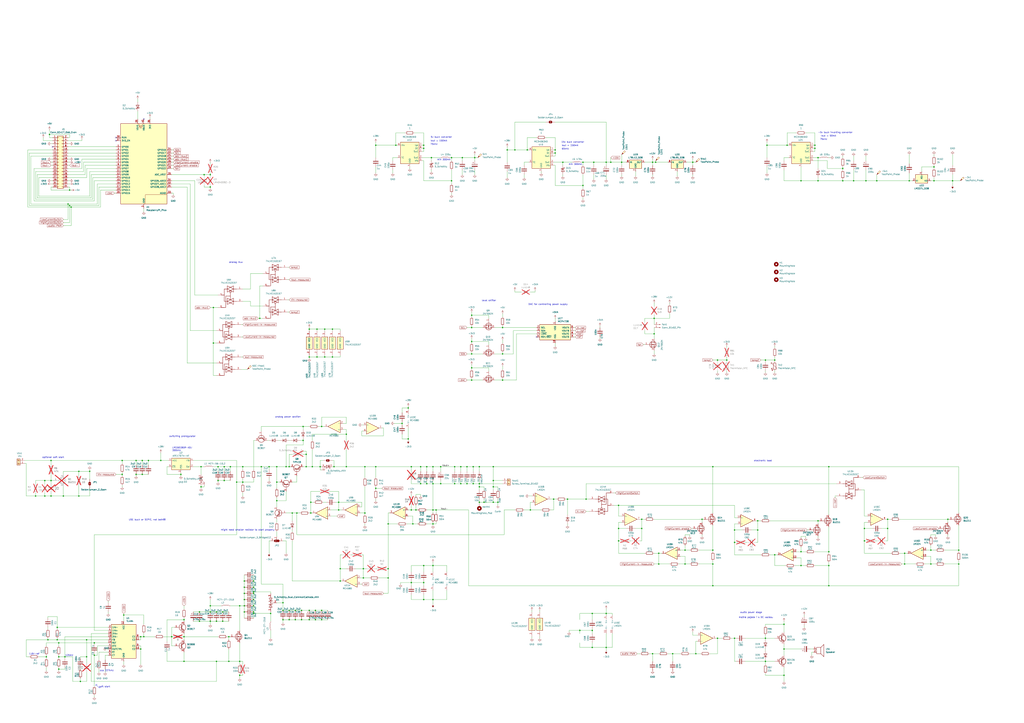
<source format=kicad_sch>
(kicad_sch (version 20250114) (generator "eeschema") (generator_version "9.0")
  (paper "A1")
  (text "analog power section" (at 236.474 342.646 0) (effects (font (size 1.27 1.27))))
  (text "might need smaller resistor to start properly" (at 203.454 435.61 0) (effects (font (size 1.27 1.27))))
  (text "cca 227kHz\n" (at 87.63 551.18 0) (effects (font (size 1.27 1.27))))
  (text "min 300mA" (at 472.44 135.128 0) (effects (font (size 1.27 1.27))))
  (text "300kHz" (at 145.034 370.332 0) (effects (font (size 1.27 1.27))))
  (text "soft start" (at 85.852 564.388 0) (effects (font (size 1.27 1.27))))
  (text "1,6V-ref\n" (at 28.194 537.464 0) (effects (font (size 1.27 1.27))))
  (text "level shifter" (at 401.574 247.142 0) (effects (font (size 1.27 1.27))))
  (text "125mV" (at 56.896 538.734 0) (effects (font (size 1.27 1.27))))
  (text "min 300mA" (at 364.49 131.318 0) (effects (font (size 1.27 1.27))))
  (text "75kHz" (at 676.402 114.554 0) (effects (font (size 1.27 1.27))))
  (text "DAC for controlling power supply" (at 450.088 250.19 0) (effects (font (size 1.27 1.27))))
  (text "analog mux" (at 193.802 215.646 0) (effects (font (size 1.27 1.27))))
  (text "optional soft start" (at 43.688 375.92 0) (effects (font (size 1.27 1.27))))
  (text "15v buck converter" (at 470.408 116.84 0) (effects (font (size 1.27 1.27))))
  (text "65kHz" (at 464.312 122.428 0) (effects (font (size 1.27 1.27))))
  (text "electronic load" (at 626.618 378.714 0) (effects (font (size 1.27 1.27))))
  (text "Iout = 50mA" (at 680.466 111.76 0) (effects (font (size 1.27 1.27))))
  (text "Iout = 150mA" (at 360.426 115.824 0) (effects (font (size 1.27 1.27))))
  (text "LM1501BGR-ADJ\n" (at 149.606 368.046 0) (effects (font (size 1.27 1.27))))
  (text "USE buck or SEPIC, not both!!!\n" (at 120.904 427.228 0) (effects (font (size 1.27 1.27))))
  (text "audio power stage" (at 616.966 503.428 0) (effects (font (size 1.27 1.27))))
  (text "Iout = 150mA" (at 468.122 119.634 0) (effects (font (size 1.27 1.27))))
  (text "75kHz" (at 356.362 118.618 0) (effects (font (size 1.27 1.27))))
  (text "5v buck converter" (at 362.458 112.776 0) (effects (font (size 1.27 1.27))))
  (text "switching preregulator" (at 149.86 358.648 0) (effects (font (size 1.27 1.27))))
  (text "-5v buck inverting converter" (at 686.054 108.966 0) (effects (font (size 1.27 1.27))))
  (text "možná pojede i s DC vazbou" (at 620.776 507.492 0) (effects (font (size 1.27 1.27))))
  (junction (at 527.05 426.72))
  (junction (at 643.89 513.08))
  (junction (at 355.6 464.82))
  (junction (at 455.93 125.73))
  (junction (at 36.83 394.97))
  (junction (at 347.98 119.38))
  (junction (at 435.61 419.1))
  (junction (at 692.15 148.59))
  (junction (at 167.64 143.51))
  (junction (at 41.91 407.67))
  (junction (at 200.66 492.76))
  (junction (at 335.28 335.28))
  (junction (at 40.64 110.49))
  (junction (at 337.82 383.54))
  (junction (at 208.28 504.19))
  (junction (at 73.66 387.35))
  (junction (at 196.85 543.56))
  (junction (at 466.09 410.21))
  (junction (at 746.76 148.59))
  (junction (at 140.97 523.24))
  (junction (at 199.39 396.24))
  (junction (at 214.63 383.54))
  (junction (at 172.72 143.51))
  (junction (at 636.27 455.93))
  (junction (at 603.25 445.77))
  (junction (at 585.47 463.55))
  (junction (at 669.29 121.92))
  (junction (at 541.02 463.55))
  (junction (at 764.54 463.55))
  (junction (at 227.33 396.24))
  (junction (at 629.92 119.38))
  (junction (at 148.59 389.89))
  (junction (at 378.46 397.51))
  (junction (at 538.48 133.35))
  (junction (at 132.08 378.46))
  (junction (at 339.09 430.53))
  (junction (at 535.94 133.35))
  (junction (at 254 270.51))
  (junction (at 232.41 509.27))
  (junction (at 242.57 509.27))
  (junction (at 172.72 502.92))
  (junction (at 242.57 501.65))
  (junction (at 232.41 495.3))
  (junction (at 497.84 532.13))
  (junction (at 255.27 412.75))
  (junction (at 189.23 383.54))
  (junction (at 196.85 497.84))
  (junction (at 200.66 502.92))
  (junction (at 355.6 492.76))
  (junction (at 264.16 501.65))
  (junction (at 259.08 501.65))
  (junction (at 462.28 133.35))
  (junction (at 383.54 383.54))
  (junction (at 680.72 453.39))
  (junction (at 370.84 148.59))
  (junction (at 388.62 397.51))
  (junction (at 308.61 119.38))
  (junction (at 387.35 280.67))
  (junction (at 585.47 481.33))
  (junction (at 355.6 419.1))
  (junction (at 71.12 525.78))
  (junction (at 387.35 259.08))
  (junction (at 163.83 502.92))
  (junction (at 279.4 477.52))
  (junction (at 111.76 389.89))
  (junction (at 254 509.27))
  (junction (at 177.8 543.56))
  (junction (at 541.02 454.66))
  (junction (at 405.13 394.97))
  (junction (at 208.28 492.76))
  (junction (at 260.35 270.51))
  (junction (at 709.93 444.5))
  (junction (at 481.33 410.21))
  (junction (at 259.08 509.27))
  (junction (at 782.32 148.59))
  (junction (at 767.08 137.16))
  (junction (at 373.38 397.51))
  (junction (at 237.49 501.65))
  (junction (at 318.77 467.36))
  (junction (at 58.42 170.18))
  (junction (at 66.04 560.07))
  (junction (at 64.77 407.67))
  (junction (at 151.13 509.27))
  (junction (at 187.96 523.24))
  (junction (at 213.36 261.62))
  (junction (at 568.96 133.35))
  (junction (at 237.49 383.54))
  (junction (at 200.66 487.68))
  (junction (at 256.54 383.54))
  (junction (at 48.26 539.75))
  (junction (at 387.35 290.83))
  (junction (at 341.63 419.1))
  (junction (at 742.95 463.55))
  (junction (at 266.7 293.37))
  (junction (at 576.58 426.72))
  (junction (at 393.7 400.05))
  (junction (at 278.13 412.75))
  (junction (at 208.28 497.84))
  (junction (at 527.05 434.34))
  (junction (at 680.72 383.54))
  (junction (at 778.51 426.72))
  (junction (at 358.14 419.1))
  (junction (at 299.72 421.64))
  (junction (at 711.2 148.59))
  (junction (at 671.83 427.99))
  (junction (at 318.77 474.98))
  (junction (at 273.05 270.51))
  (junction (at 57.15 156.21))
  (junction (at 389.89 129.54))
  (junction (at 266.7 270.51))
  (junction (at 264.16 509.27))
  (junction (at 345.44 397.51))
  (junction (at 596.9 295.91))
  (junction (at 194.31 396.24))
  (junction (at 175.26 252.73))
  (junction (at 208.28 482.6))
  (junction (at 350.52 397.51))
  (junction (at 264.16 350.52))
  (junction (at 165.1 383.54))
  (junction (at 643.89 533.4))
  (junction (at 48.26 528.32))
  (junction (at 279.4 467.36))
  (junction (at 200.66 497.84))
  (junction (at 274.32 383.54))
  (junction (at 151.13 523.24))
  (junction (at 628.65 295.91))
  (junction (at 55.88 167.64))
  (junction (at 222.25 504.19))
  (junction (at 337.82 419.1))
  (junction (at 200.66 482.6))
  (junction (at 487.68 133.35))
  (junction (at 387.35 312.42))
  (junction (at 393.7 383.54))
  (junction (at 562.61 452.12))
  (junction (at 298.45 474.98))
  (junction (at 764.54 452.12))
  (junction (at 330.2 347.98))
  (junction (at 347.98 492.76))
  (junction (at 240.03 421.64))
  (junction (at 41.91 378.46))
  (junction (at 52.07 407.67))
  (junction (at 643.89 554.99))
  (junction (at 100.33 378.46))
  (junction (at 318.77 430.53))
  (junction (at 387.35 269.24))
  (junction (at 422.91 123.19))
  (junction (at 347.98 478.79))
  (junction (at 262.89 383.54))
  (junction (at 709.93 434.34))
  (junction (at 118.11 523.24))
  (junction (at 510.54 133.35))
  (junction (at 308.61 383.54))
  (junction (at 350.52 383.54))
  (junction (at 680.72 481.33))
  (junction (at 38.1 539.75))
  (junction (at 199.39 383.54))
  (junction (at 48.26 549.91))
  (junction (at 208.28 487.68))
  (junction (at 767.08 148.59))
  (junction (at 508 415.29))
  (junction (at 585.47 452.12))
  (junction (at 177.8 510.54))
  (junction (at 671.83 148.59))
  (junction (at 177.8 502.92))
  (junction (at 355.6 430.53))
  (junction (at 208.28 502.92))
  (junction (at 179.07 394.97))
  (junction (at 669.29 119.38))
  (junction (at 227.33 411.48))
  (junction (at 182.88 502.92))
  (junction (at 478.79 133.35))
  (junction (at 589.28 295.91))
  (junction (at 742.95 454.66))
  (junction (at 172.72 497.84))
  (junction (at 57.15 168.91))
  (junction (at 692.15 138.43))
  (junction (at 41.91 394.97))
  (junction (at 355.6 383.54))
  (junction (at 354.33 129.54))
  (junction (at 254 293.37))
  (junction (at 53.34 539.75))
  (junction (at 335.28 360.68))
  (junction (at 388.62 383.54))
  (junction (at 671.83 129.54))
  (junction (at 397.51 412.75))
  (junction (at 39.37 525.78))
  (junction (at 552.45 537.21))
  (junction (at 175.26 281.94))
  (junction (at 478.79 152.4))
  (junction (at 405.13 412.75))
  (junction (at 486.41 532.13))
  (junction (at 325.12 119.38))
  (junction (at 636.27 295.91))
  (junction (at 284.48 356.87))
  (junction (at 151.13 543.56))
  (junction (at 71.12 539.75))
  (junction (at 182.88 510.54))
  (junction (at 115.57 523.24))
  (junction (at 408.94 412.75))
  (junction (at 412.75 290.83))
  (junction (at 237.49 509.27))
  (junction (at 412.75 312.42))
  (junction (at 111.76 378.46))
  (junction (at 405.13 383.54))
  (junction (at 787.4 452.12))
  (junction (at 486.41 504.19))
  (junction (at 46.99 515.62))
  (junction (at 728.98 434.34))
  (junction (at 29.21 407.67))
  (junction (at 46.99 525.78))
  (junction (at 657.86 148.59))
  (junction (at 200.66 477.52))
  (junction (at 476.25 518.16))
  (junction (at 497.84 504.19))
  (junction (at 284.48 383.54))
  (junction (at 172.72 510.54))
  (junction (at 248.92 350.52))
  (junction (at 251.46 383.54))
  (junction (at 100.33 389.89))
  (junction (at 571.5 537.21))
  (junction (at 603.25 435.61))
  (junction (at 585.47 383.54))
  (junction (at 622.3 427.99))
  (junction (at 416.56 123.19))
  (junction (at 172.72 153.67))
  (junction (at 77.47 528.32))
  (junction (at 486.41 518.16))
  (junction (at 273.05 293.37))
  (junction (at 278.13 419.1))
  (junction (at 298.45 467.36))
  (junction (at 455.93 123.19))
  (junction (at 383.54 397.51))
  (junction (at 373.38 383.54))
  (junction (at 347.98 464.82))
  (junction (at 234.95 383.54))
  (junction (at 184.15 394.97))
  (junction (at 220.98 383.54))
  (junction (at 562.61 463.55))
  (junction (at 248.92 361.95))
  (junction (at 232.41 501.65))
  (junction (at 701.04 148.59))
  (junction (at 589.28 524.51))
  (junction (at 254 501.65))
  (junction (at 347.98 121.92))
  (junction (at 361.95 383.54))
  (junction (at 247.65 501.65))
  (junction (at 196.85 554.99))
  (junction (at 116.84 378.46))
  (junction (at 184.15 383.54))
  (junction (at 393.7 397.51))
  (junction (at 720.09 148.59))
  (junction (at 535.94 537.21))
  (junction (at 628.65 543.56))
  (junction (at 497.84 133.35))
  (junction (at 387.35 302.26))
  (junction (at 308.61 401.32))
  (junction (at 208.28 486.41))
  (junction (at 251.46 373.38))
  (junction (at 337.82 478.79))
  (junction (at 121.92 378.46))
  (junction (at 101.6 505.46))
  (junction (at 77.47 538.48))
  (junction (at 255.27 421.64))
  (junction (at 116.84 389.89))
  (junction (at 454.66 410.21))
  (junction (at 370.84 129.54))
  (junction (at 36.83 407.67))
  (junction (at 361.95 397.51))
  (junction (at 657.86 453.39))
  (junction (at 603.25 524.51))
  (junction (at 179.07 383.54))
  (junction (at 165.1 400.05))
  (junction (at 680.72 464.82))
  (junction (at 537.21 274.32))
  (junction (at 657.86 464.82))
  (junction (at 247.65 509.27))
  (junction (at 345.44 383.54))
  (junction (at 379.73 129.54))
  (junction (at 501.65 133.35))
  (junction (at 433.07 123.19))
  (junction (at 163.83 510.54))
  (junction (at 355.6 397.51))
  (junction (at 405.13 400.05))
  (junction (at 728.98 426.72))
  (junction (at 787.4 463.55))
  (junction (at 299.72 383.54))
  (junction (at 393.7 412.75))
  (junction (at 208.28 477.52))
  (junction (at 628.65 524.51))
  (junction (at 508 434.34))
  (junction (at 508 444.5))
  (junction (at 646.43 119.38))
  (junction (at 243.84 421.64))
  (junction (at 378.46 383.54))
  (junction (at 260.35 293.37))
  (junction (at 115.57 533.4))
  (junction (at 537.21 261.62))
  (junction (at 412.75 269.24))
  (junction (at 64.77 387.35))
  (junction (at 622.3 435.61))
  (junction (at 187.96 543.56))
  (junction (at 227.33 383.54))
  (no_connect (at 440.69 276.86))
  (no_connect (at 95.25 115.57))
  (no_connect (at 43.18 120.65))
  (no_connect (at 118.11 97.79))
  (no_connect (at 95.25 113.03))
  (wire (pts (xy 115.57 525.78) (xy 115.57 523.24)))
  (wire (pts (xy 378.46 383.54) (xy 383.54 383.54)))
  (wire (pts (xy 589.28 297.18) (xy 589.28 295.91)))
  (wire (pts (xy 237.49 256.54) (xy 236.22 256.54)))
  (wire (pts (xy 67.31 114.3) (xy 67.31 115.57)))
  (wire (pts (xy 562.61 463.55) (xy 566.42 463.55)))
  (wire (pts (xy 77.47 439.42) (xy 194.31 439.42)))
  (wire (pts (xy 184.15 383.54) (xy 184.15 387.35)))
  (wire (pts (xy 29.21 407.67) (xy 29.21 405.13)))
  (wire (pts (xy 585.47 383.54) (xy 680.72 383.54)))
  (wire (pts (xy 199.39 266.7) (xy 198.12 266.7)))
  (wire (pts (xy 140.97 143.51) (xy 167.64 143.51)))
  (wire (pts (xy 624.84 455.93) (xy 603.25 455.93)))
  (wire (pts (xy 41.91 407.67) (xy 52.07 407.67)))
  (wire (pts (xy 775.97 452.12) (xy 787.4 452.12)))
  (wire (pts (xy 668.02 121.92) (xy 669.29 121.92)))
  (wire (pts (xy 308.61 411.48) (xy 308.61 410.21)))
  (wire (pts (xy 41.91 405.13) (xy 41.91 407.67)))
  (wire (pts (xy 57.15 151.13) (xy 55.88 151.13)))
  (wire (pts (xy 680.72 129.54) (xy 681.99 129.54)))
  (wire (pts (xy 393.7 383.54) (xy 393.7 387.35)))
  (wire (pts (xy 668.02 129.54) (xy 671.83 129.54)))
  (wire (pts (xy 208.28 361.95) (xy 209.55 361.95)))
  (wire (pts (xy 358.14 421.64) (xy 358.14 419.1)))
  (wire (pts (xy 111.76 391.16) (xy 111.76 389.89)))
  (wire (pts (xy 370.84 160.02) (xy 370.84 158.75)))
  (wire (pts (xy 337.82 419.1) (xy 341.63 419.1)))
  (wire (pts (xy 220.98 444.5) (xy 222.25 444.5)))
  (wire (pts (xy 39.37 515.62) (xy 39.37 516.89)))
  (wire (pts (xy 314.96 487.68) (xy 318.77 487.68)))
  (wire (pts (xy 179.07 396.24) (xy 179.07 394.97)))
  (wire (pts (xy 424.18 312.42) (xy 412.75 312.42)))
  (wire (pts (xy 55.88 113.03) (xy 57.15 113.03)))
  (wire (pts (xy 254 292.1) (xy 254 293.37)))
  (wire (pts (xy 767.08 137.16) (xy 767.08 138.43)))
  (wire (pts (xy 636.27 524.51) (xy 628.65 524.51)))
  (wire (pts (xy 55.88 167.64) (xy 25.4 167.64)))
  (wire (pts (xy 21.59 539.75) (xy 24.13 539.75)))
  (wire (pts (xy 370.84 148.59) (xy 370.84 151.13)))
  (wire (pts (xy 454.66 410.21) (xy 457.2 410.21)))
  (wire (pts (xy 628.65 306.07) (xy 628.65 304.8)))
  (wire (pts (xy 48.26 538.48) (xy 48.26 539.75)))
  (wire (pts (xy 337.82 406.4) (xy 337.82 407.67)))
  (wire (pts (xy 628.65 524.51) (xy 628.65 525.78)))
  (wire (pts (xy 486.41 516.89) (xy 486.41 518.16)))
  (wire (pts (xy 41.91 389.89) (xy 41.91 394.97)))
  (wire (pts (xy 160.02 148.59) (xy 140.97 148.59)))
  (wire (pts (xy 48.26 549.91) (xy 53.34 549.91)))
  (wire (pts (xy 654.05 453.39) (xy 657.86 453.39)))
  (wire (pts (xy 29.21 163.83) (xy 29.21 140.97)))
  (wire (pts (xy 345.44 394.97) (xy 345.44 397.51)))
  (wire (pts (xy 77.47 528.32) (xy 77.47 529.59)))
  (wire (pts (xy 71.12 138.43) (xy 95.25 138.43)))
  (wire (pts (xy 278.13 412.75) (xy 297.18 412.75)))
  (wire (pts (xy 295.91 416.56) (xy 297.18 416.56)))
  (wire (pts (xy 29.21 394.97) (xy 36.83 394.97)))
  (wire (pts (xy 612.14 524.51) (xy 628.65 524.51)))
  (wire (pts (xy 720.09 148.59) (xy 746.76 148.59)))
  (wire (pts (xy 383.54 290.83) (xy 387.35 290.83)))
  (wire (pts (xy 81.28 549.91) (xy 81.28 552.45)))
  (wire (pts (xy 57.15 118.11) (xy 55.88 118.11)))
  (wire (pts (xy 215.9 261.62) (xy 213.36 261.62)))
  (wire (pts (xy 247.65 501.65) (xy 254 501.65)))
  (wire (pts (xy 347.98 464.82) (xy 355.6 464.82)))
  (wire (pts (xy 237.49 509.27) (xy 242.57 509.27)))
  (wire (pts (xy 405.13 394.97) (xy 412.75 394.97)))
  (wire (pts (xy 383.54 397.51) (xy 388.62 397.51)))
  (wire (pts (xy 562.61 440.69) (xy 562.61 439.42)))
  (wire (pts (xy 628.65 295.91) (xy 636.27 295.91)))
  (wire (pts (xy 227.33 495.3) (xy 232.41 495.3)))
  (wire (pts (xy 645.16 464.82) (xy 636.27 464.82)))
  (wire (pts (xy 393.7 412.75) (xy 393.7 414.02)))
  (wire (pts (xy 232.41 480.06) (xy 214.63 480.06)))
  (wire (pts (xy 782.32 148.59) (xy 767.08 148.59)))
  (wire (pts (xy 383.54 312.42) (xy 387.35 312.42)))
  (wire (pts (xy 270.51 403.86) (xy 278.13 403.86)))
  (wire (pts (xy 115.57 533.4) (xy 115.57 546.1)))
  (wire (pts (xy 669.29 119.38) (xy 669.29 121.92)))
  (wire (pts (xy 647.7 119.38) (xy 646.43 119.38)))
  (wire (pts (xy 208.28 497.84) (xy 208.28 502.92)))
  (wire (pts (xy 262.89 378.46) (xy 262.89 383.54)))
  (wire (pts (xy 266.7 270.51) (xy 273.05 270.51)))
  (wire (pts (xy 508 429.26) (xy 508 434.34)))
  (wire (pts (xy 322.58 129.54) (xy 322.58 132.08)))
  (wire (pts (xy 53.34 539.75) (xy 53.34 541.02)))
  (wire (pts (xy 341.63 407.67) (xy 341.63 406.4)))
  (wire (pts (xy 100.33 389.89) (xy 100.33 391.16)))
  (wire (pts (xy 29.21 140.97) (xy 43.18 140.97)))
  (wire (pts (xy 189.23 497.84) (xy 196.85 497.84)))
  (wire (pts (xy 111.76 382.27) (xy 111.76 378.46)))
  (wire (pts (xy 325.12 119.38) (xy 325.12 109.22)))
  (wire (pts (xy 405.13 400.05) (xy 408.94 400.05)))
  (wire (pts (xy 339.09 430.53) (xy 334.01 430.53)))
  (wire (pts (xy 538.48 132.08) (xy 538.48 133.35)))
  (wire (pts (xy 179.07 383.54) (xy 184.15 383.54)))
  (wire (pts (xy 77.47 518.16) (xy 77.47 439.42)))
  (wire (pts (xy 518.16 444.5) (xy 516.89 444.5)))
  (wire (pts (xy 199.39 396.24) (xy 199.39 397.51)))
  (wire (pts (xy 273.05 378.46) (xy 274.32 378.46)))
  (wire (pts (xy 158.75 383.54) (xy 165.1 383.54)))
  (wire (pts (xy 46.99 524.51) (xy 46.99 525.78)))
  (wire (pts (xy 57.15 182.88) (xy 57.15 168.91)))
  (wire (pts (xy 326.39 430.53) (xy 318.77 430.53)))
  (wire (pts (xy 387.35 259.08) (xy 387.35 256.54)))
  (wire (pts (xy 337.82 469.9) (xy 337.82 464.82)))
  (wire (pts (xy 308.61 116.84) (xy 308.61 119.38)))
  (wire (pts (xy 187.96 523.24) (xy 187.96 525.78)))
  (wire (pts (xy 433.07 113.03) (xy 440.69 113.03)))
  (wire (pts (xy 247.65 509.27) (xy 254 509.27)))
  (wire (pts (xy 121.92 378.46) (xy 121.92 382.27)))
  (wire (pts (xy 666.75 535.94) (xy 668.02 535.94)))
  (wire (pts (xy 227.33 396.24) (xy 229.87 396.24)))
  (wire (pts (xy 116.84 389.89) (xy 121.92 389.89)))
  (wire (pts (xy 527.05 444.5) (xy 527.05 434.34)))
  (wire (pts (xy 405.13 394.97) (xy 405.13 400.05)))
  (wire (pts (xy 52.07 180.34) (xy 55.88 180.34)))
  (wire (pts (xy 41.91 135.89) (xy 43.18 135.89)))
  (wire (pts (xy 767.08 127) (xy 767.08 128.27)))
  (wire (pts (xy 151.13 508) (xy 151.13 509.27)))
  (wire (pts (xy 628.65 554.99) (xy 643.89 554.99)))
  (wire (pts (xy 199.39 543.56) (xy 196.85 543.56)))
  (wire (pts (xy 328.93 480.06) (xy 328.93 478.79)))
  (wire (pts (xy 478.79 152.4) (xy 478.79 154.94)))
  (wire (pts (xy 55.88 143.51) (xy 69.85 143.51)))
  (wire (pts (xy 787.4 463.55) (xy 775.97 463.55)))
  (wire (pts (xy 57.15 133.35) (xy 55.88 133.35)))
  (wire (pts (xy 596.9 306.07) (xy 596.9 304.8)))
  (wire (pts (xy 668.02 132.08) (xy 679.45 132.08)))
  (wire (pts (xy 387.35 280.67) (xy 387.35 278.13)))
  (wire (pts (xy 115.57 523.24) (xy 118.11 523.24)))
  (wire (pts (xy 220.98 383.54) (xy 227.33 383.54)))
  (wire (pts (xy 556.26 144.78) (xy 556.26 140.97)))
  (wire (pts (xy 387.35 302.26) (xy 387.35 299.72)))
  (wire (pts (xy 521.97 144.78) (xy 521.97 140.97)))
  (wire (pts (xy 232.41 501.65) (xy 232.41 495.3)))
  (wire (pts (xy 358.14 430.53) (xy 355.6 430.53)))
  (wire (pts (xy 345.44 383.54) (xy 345.44 387.35)))
  (wire (pts (xy 476.25 518.16) (xy 476.25 520.7)))
  (wire (pts (xy 337.82 383.54) (xy 345.44 383.54)))
  (wire (pts (xy 73.66 387.35) (xy 64.77 387.35)))
  (wire (pts (xy 541.02 463.55) (xy 541.02 454.66)))
  (wire (pts (xy 764.54 463.55) (xy 768.35 463.55)))
  (wire (pts (xy 527.05 426.72) (xy 529.59 426.72)))
  (wire (pts (xy 347.98 148.59) (xy 370.84 148.59)))
  (wire (pts (xy 529.59 271.78) (xy 529.59 274.32)))
  (wire (pts (xy 71.12 525.78) (xy 88.9 525.78)))
  (wire (pts (xy 208.28 502.92) (xy 208.28 504.19)))
  (wire (pts (xy 240.03 444.5) (xy 240.03 477.52)))
  (wire (pts (xy 260.35 270.51) (xy 266.7 270.51)))
  (wire (pts (xy 256.54 383.54) (xy 262.89 383.54)))
  (wire (pts (xy 40.64 110.49) (xy 57.15 110.49)))
  (wire (pts (xy 397.51 400.05) (xy 397.51 402.59)))
  (wire (pts (xy 527.05 434.34) (xy 521.97 434.34)))
  (wire (pts (xy 167.64 398.78) (xy 167.64 400.05)))
  (wire (pts (xy 481.33 410.21) (xy 483.87 410.21)))
  (wire (pts (xy 273.05 270.51) (xy 279.4 270.51)))
  (wire (pts (xy 58.42 170.18) (xy 22.86 170.18)))
  (wire (pts (xy 387.35 302.26) (xy 387.35 303.53)))
  (wire (pts (xy 508 444.5) (xy 508 434.34)))
  (wire (pts (xy 585.47 481.33) (xy 384.81 481.33)))
  (wire (pts (xy 140.97 523.24) (xy 140.97 530.86)))
  (wire (pts (xy 182.88 510.54) (xy 187.96 510.54)))
  (wire (pts (xy 355.6 397.51) (xy 355.6 419.1)))
  (wire (pts (xy 636.27 306.07) (xy 636.27 304.8)))
  (wire (pts (xy 243.84 421.64) (xy 243.84 439.42)))
  (wire (pts (xy 199.39 276.86) (xy 198.12 276.86)))
  (wire (pts (xy 299.72 383.54) (xy 308.61 383.54)))
  (wire (pts (xy 330.2 360.68) (xy 335.28 360.68)))
  (wire (pts (xy 41.91 130.81) (xy 43.18 130.81)))
  (wire (pts (xy 237.49 383.54) (xy 234.95 383.54)))
  (wire (pts (xy 373.38 383.54) (xy 378.46 383.54)))
  (wire (pts (xy 568.96 143.51) (xy 568.96 144.78)))
  (wire (pts (xy 603.25 415.29) (xy 603.25 425.45)))
  (wire (pts (xy 389.89 143.51) (xy 389.89 139.7)))
  (wire (pts (xy 172.72 142.24) (xy 172.72 143.51)))
  (wire (pts (xy 43.18 153.67) (xy 41.91 153.67)))
  (wire (pts (xy 476.25 509.27) (xy 476.25 504.19)))
  (wire (pts (xy 529.59 261.62) (xy 537.21 261.62)))
  (wire (pts (xy 189.23 383.54) (xy 199.39 383.54)))
  (wire (pts (xy 709.93 429.26) (xy 712.47 429.26)))
  (wire (pts (xy 529.59 454.66) (xy 508 454.66)))
  (wire (pts (xy 95.25 151.13) (xy 80.01 151.13)))
  (wire (pts (xy 77.47 537.21) (xy 77.47 538.48)))
  (wire (pts (xy 347.98 477.52) (xy 347.98 478.79)))
  (wire (pts (xy 387.35 290.83) (xy 396.24 290.83)))
  (wire (pts (xy 55.88 123.19) (xy 95.25 123.19)))
  (wire (pts (xy 251.46 370.84) (xy 251.46 373.38)))
  (wire (pts (xy 350.52 394.97) (xy 350.52 397.51)))
  (wire (pts (xy 220.98 394.97) (xy 220.98 393.7)))
  (wire (pts (xy 214.63 350.52) (xy 248.92 350.52)))
  (wire (pts (xy 337.82 397.51) (xy 345.44 397.51)))
  (wire (pts (xy 212.09 261.62) (xy 213.36 261.62)))
  (wire (pts (xy 71.12 525.78) (xy 71.12 539.75)))
  (wire (pts (xy 787.4 453.39) (xy 787.4 452.12)))
  (wire (pts (xy 464.82 410.21) (xy 466.09 410.21)))
  (wire (pts (xy 562.61 448.31) (xy 562.61 452.12)))
  (wire (pts (xy 629.92 129.54) (xy 629.92 119.38)))
  (wire (pts (xy 200.66 482.6) (xy 200.66 487.68)))
  (wire (pts (xy 764.54 457.2) (xy 764.54 463.55)))
  (wire (pts (xy 585.47 453.39) (xy 585.47 452.12)))
  (wire (pts (xy 787.4 452.12) (xy 787.4 431.8)))
  (wire (pts (xy 36.83 407.67) (xy 41.91 407.67)))
  (wire (pts (xy 46.99 515.62) (xy 88.9 515.62)))
  (wire (pts (xy 111.76 378.46) (xy 116.84 378.46)))
  (wire (pts (xy 132.08 378.46) (xy 132.08 372.11)))
  (wire (pts (xy 308.61 383.54) (xy 308.61 392.43)))
  (wire (pts (xy 497.84 532.13) (xy 502.92 532.13)))
  (wire (pts (xy 501.65 133.35) (xy 510.54 133.35)))
  (wire (pts (xy 393.7 400.05) (xy 397.51 400.05)))
  (wire (pts (xy 284.48 383.54) (xy 299.72 383.54)))
  (wire (pts (xy 782.32 148.59) (xy 788.67 148.59)))
  (wire (pts (xy 151.13 525.78) (xy 151.13 523.24)))
  (wire (pts (xy 643.89 533.4) (xy 643.89 538.48)))
  (wire (pts (xy 549.91 248.92) (xy 549.91 250.19)))
  (wire (pts (xy 247.65 501.65) (xy 242.57 501.65)))
  (wire (pts (xy 57.15 168.91) (xy 81.28 168.91)))
  (wire (pts (xy 424.18 274.32) (xy 424.18 312.42)))
  (wire (pts (xy 537.21 290.83) (xy 537.21 288.29)))
  (wire (pts (xy 298.45 467.36) (xy 298.45 474.98)))
  (wire (pts (xy 636.27 455.93) (xy 638.81 455.93)))
  (wire (pts (xy 603.25 430.53) (xy 603.25 435.61)))
  (wire (pts (xy 346.71 129.54) (xy 354.33 129.54)))
  (wire (pts (xy 497.84 504.19) (xy 502.92 504.19)))
  (wire (pts (xy 165.1 383.54) (xy 167.64 383.54)))
  (wire (pts (xy 256.54 356.87) (xy 284.48 356.87)))
  (wire (pts (xy 165.1 400.05) (xy 167.64 400.05)))
  (wire (pts (xy 115.57 530.86) (xy 115.57 533.4)))
  (wire (pts (xy 73.66 401.32) (xy 73.66 407.67)))
  (wire (pts (xy 654.05 458.47) (xy 657.86 458.47)))
  (wire (pts (xy 55.88 120.65) (xy 95.25 120.65)))
  (wire (pts (xy 299.72 431.8) (xy 299.72 430.53)))
  (wire (pts (xy 214.63 354.33) (xy 214.63 350.52)))
  (wire (pts (xy 160.02 242.57) (xy 160.02 148.59)))
  (wire (pts (xy 628.65 514.35) (xy 628.65 513.08)))
  (wire (pts (xy 40.64 113.03) (xy 43.18 113.03)))
  (wire (pts (xy 728.98 434.34) (xy 723.9 434.34)))
  (wire (pts (xy 355.6 492.76) (xy 355.6 496.57)))
  (wire (pts (xy 657.86 449.58) (xy 657.86 453.39)))
  (wire (pts (xy 318.77 430.53) (xy 318.77 467.36)))
  (wire (pts (xy 100.33 378.46) (xy 111.76 378.46)))
  (wire (pts (xy 199.39 546.1) (xy 199.39 543.56)))
  (wire (pts (xy 199.39 407.67) (xy 199.39 405.13)))
  (wire (pts (xy 528.32 283.21) (xy 529.59 283.21)))
  (wire (pts (xy 284.48 356.87) (xy 284.48 361.95)))
  (wire (pts (xy 435.61 412.75) (xy 435.61 419.1)))
  (wire (pts (xy 200.66 497.84) (xy 196.85 497.84)))
  (wire (pts (xy 101.6 505.46) (xy 101.6 510.54)))
  (wire (pts (xy 379.73 132.08) (xy 379.73 129.54)))
  (wire (pts (xy 66.04 560.07) (xy 66.04 557.53)))
  (wire (pts (xy 29.21 397.51) (xy 29.21 394.97)))
  (wire (pts (xy 243.84 421.64) (xy 246.38 421.64)))
  (wire (pts (xy 478.79 133.35) (xy 478.79 135.89)))
  (wire (pts (xy 116.84 378.46) (xy 121.92 378.46)))
  (wire (pts (xy 636.27 293.37) (xy 636.27 295.91)))
  (wire (pts (xy 36.83 394.97) (xy 41.91 394.97)))
  (wire (pts (xy 679.45 132.08) (xy 679.45 138.43)))
  (wire (pts (xy 255.27 412.75) (xy 255.27 421.64)))
  (wire (pts (xy 604.52 524.51) (xy 603.25 524.51)))
  (wire (pts (xy 339.09 424.18) (xy 339.09 430.53)))
  (wire (pts (xy 568.96 130.81) (xy 568.96 133.35)))
  (wire (pts (xy 308.61 137.16) (xy 308.61 142.24)))
  (wire (pts (xy 585.47 461.01) (xy 585.47 463.55)))
  (wire (pts (xy 140.97 530.86) (xy 143.51 530.86)))
  (wire (pts (xy 760.73 457.2) (xy 764.54 457.2)))
  (wire (pts (xy 440.69 274.32) (xy 424.18 274.32)))
  (wire (pts (xy 636.27 464.82) (xy 636.27 455.93)))
  (wire (pts (xy 727.71 444.5) (xy 728.98 444.5)))
  (wire (pts (xy 196.85 546.1) (xy 196.85 543.56)))
  (wire (pts (xy 266.7 292.1) (xy 266.7 293.37)))
  (wire (pts (xy 151.13 543.56) (xy 137.16 543.56)))
  (wire (pts (xy 74.93 560.07) (xy 177.8 560.07)))
  (wire (pts (xy 367.03 485.14) (xy 367.03 492.76)))
  (wire (pts (xy 408.94 412.75) (xy 405.13 412.75)))
  (wire (pts (xy 711.2 148.59) (xy 720.09 148.59)))
  (wire (pts (xy 273.05 383.54) (xy 274.32 383.54)))
  (wire (pts (xy 118.11 520.7) (xy 118.11 523.24)))
  (wire (pts (xy 278.13 419.1) (xy 278.13 412.75)))
  (wire (pts (xy 508 454.66) (xy 508 444.5)))
  (wire (pts (xy 497.84 532.13) (xy 497.84 534.67)))
  (wire (pts (xy 455.93 100.33) (xy 497.84 100.33)))
  (wire (pts (xy 492.76 267.97) (xy 492.76 269.24)))
  (wire (pts (xy 243.84 396.24) (xy 243.84 391.16)))
  (wire (pts (xy 764.54 452.12) (xy 768.35 452.12)))
  (wire (pts (xy 657.86 453.39) (xy 661.67 453.39)))
  (wire (pts (xy 537.21 274.32) (xy 537.21 278.13)))
  (wire (pts (xy 373.38 383.54) (xy 373.38 387.35)))
  (wire (pts (xy 393.7 397.51) (xy 412.75 397.51)))
  (wire (pts (xy 67.31 115.57) (xy 55.88 115.57)))
  (wire (pts (xy 341.63 419.1) (xy 342.9 419.1)))
  (wire (pts (xy 523.24 537.21) (xy 525.78 537.21)))
  (wire (pts (xy 454.66 133.35) (xy 462.28 133.35)))
  (wire (pts (xy 262.89 383.54) (xy 262.89 386.08)))
  (wire (pts (xy 59.69 560.07) (xy 59.69 539.75)))
  (wire (pts (xy 643.89 513.08) (xy 643.89 510.54)))
  (wire (pts (xy 227.33 411.48) (xy 227.33 416.56)))
  (wire (pts (xy 278.13 403.86) (xy 278.13 412.75)))
  (wire (pts (xy 113.03 91.44) (xy 113.03 97.79)))
  (wire (pts (xy 387.35 267.97) (xy 387.35 269.24)))
  (wire (pts (xy 57.15 156.21) (xy 41.91 156.21)))
  (wire (pts (xy 709.93 454.66) (xy 709.93 444.5)))
  (wire (pts (xy 481.33 397.51) (xy 687.07 397.51)))
  (wire (pts (xy 476.25 504.19) (xy 486.41 504.19)))
  (wire (pts (xy 552.45 537.21) (xy 548.64 537.21)))
  (wire (pts (xy 43.18 125.73) (xy 24.13 125.73)))
  (wire (pts (xy 284.48 342.9) (xy 264.16 342.9)))
  (wire (pts (xy 367.03 464.82) (xy 355.6 464.82)))
  (wire (pts (xy 408.94 410.21) (xy 408.94 412.75)))
  (wire (pts (xy 273.05 292.1) (xy 273.05 293.37)))
  (wire (pts (xy 248.92 365.76) (xy 234.95 365.76)))
  (wire (pts (xy 444.5 142.24) (xy 444.5 140.97)))
  (wire (pts (xy 199.39 393.7) (xy 199.39 396.24)))
  (wire (pts (xy 77.47 165.1) (xy 27.94 165.1)))
  (wire (pts (xy 552.45 537.21) (xy 558.8 537.21)))
  (wire (pts (xy 69.85 143.51) (xy 69.85 135.89)))
  (wire (pts (xy 462.28 133.35) (xy 469.9 133.35)))
  (wire (pts (xy 405.13 410.21) (xy 405.13 412.75)))
  (wire (pts (xy 163.83 502.92) (xy 172.72 502.92)))
  (wire (pts (xy 787.4 481.33) (xy 680.72 481.33)))
  (wire (pts (xy 179.07 383.54) (xy 175.26 383.54)))
  (wire (pts (xy 325.12 109.22) (xy 332.74 109.22)))
  (wire (pts (xy 295.91 421.64) (xy 299.72 421.64)))
  (wire (pts (xy 646.43 109.22) (xy 654.05 109.22)))
  (wire (pts (xy 613.41 445.77) (xy 612.14 445.77)))
  (wire (pts (xy 510.54 133.35) (xy 514.35 133.35)))
  (wire (pts (xy 434.34 123.19) (xy 433.07 123.19)))
  (wire (pts (xy 308.61 401.32) (xy 308.61 400.05)))
  (wire (pts (xy 535.94 133.35) (xy 535.94 135.89)))
  (wire (pts (xy 486.41 504.19) (xy 497.84 504.19)))
  (wire (pts (xy 52.07 387.35) (xy 64.77 387.35)))
  (wire (pts (xy 568.96 519.43) (xy 568.96 521.97)))
  (wire (pts (xy 260.35 270.51) (xy 260.35 271.78)))
  (wire (pts (xy 401.32 259.08) (xy 387.35 259.08)))
  (wire (pts (xy 222.25 487.68) (xy 222.25 486.41)))
  (wire (pts (xy 238.76 361.95) (xy 237.49 361.95)))
  (wire (pts (xy 401.32 304.8) (xy 401.32 302.26)))
  (wire (pts (xy 259.08 501.65) (xy 264.16 501.65)))
  (wire (pts (xy 184.15 383.54) (xy 189.23 383.54)))
  (wire (pts (xy 280.67 477.52) (xy 279.4 477.52)))
  (wire (pts (xy 279.4 455.93) (xy 279.4 467.36)))
  (wire (pts (xy 350.52 397.51) (xy 355.6 397.51)))
  (wire (pts (xy 280.67 455.93) (xy 279.4 455.93)))
  (wire (pts (xy 764.54 448.31) (xy 764.54 452.12)))
  (wire (pts (xy 68.58 140.97) (xy 68.58 133.35)))
  (wire (pts (xy 692.15 138.43) (xy 692.15 139.7)))
  (wire (pts (xy 58.42 185.42) (xy 58.42 170.18)))
  (wire (pts (xy 248.92 361.95) (xy 248.92 365.76)))
  (wire (pts (xy 95.25 148.59) (xy 77.47 148.59)))
  (wire (pts (xy 53.34 523.24) (xy 53.34 539.75)))
  (wire (pts (xy 137.16 383.54) (xy 137.16 389.89)))
  (wire (pts (xy 208.28 477.52) (xy 208.28 482.6)))
  (wire (pts (xy 448.31 113.03) (xy 455.93 113.03)))
  (wire (pts (xy 347.98 488.95) (xy 347.98 492.76)))
  (wire (pts (xy 254 421.64) (xy 255.27 421.64)))
  (wire (pts (xy 260.35 292.1) (xy 260.35 293.37)))
  (wire (pts (xy 412.75 269.24) (xy 440.69 269.24)))
  (wire (pts (xy 760.73 452.12) (xy 764.54 452.12)))
  (wire (pts (xy 387.35 311.15) (xy 387.35 312.42)))
  (wire (pts (xy 401.32 280.67) (xy 387.35 280.67)))
  (wire (pts (xy 199.39 383.54) (xy 214.63 383.54)))
  (wire (pts (xy 462.28 144.78) (xy 462.28 143.51)))
  (wire (pts (xy 558.8 457.2) (xy 562.61 457.2)))
  (wire (pts (xy 118.11 513.08) (xy 118.11 505.46)))
  (wire (pts (xy 408.94 400.05) (xy 408.94 402.59)))
  (wire (pts (xy 100.33 400.05) (xy 100.33 398.78)))
  (wire (pts (xy 436.88 524.51) (xy 436.88 523.24)))
  (wire (pts (xy 711.2 148.59) (xy 701.04 148.59)))
  (wire (pts (xy 370.84 139.7) (xy 370.84 148.59)))
  (wire (pts (xy 41.91 118.11) (xy 43.18 118.11)))
  (wire (pts (xy 764.54 440.69) (xy 764.54 439.42)))
  (wire (pts (xy 24.13 125.73) (xy 24.13 168.91)))
  (wire (pts (xy 81.28 535.94) (xy 88.9 535.94)))
  (wire (pts (xy 668.02 119.38) (xy 669.29 119.38)))
  (wire (pts (xy 671.83 129.54) (xy 671.83 138.43)))
  (wire (pts (xy 208.28 486.41) (xy 208.28 487.68)))
  (wire (pts (xy 76.2 163.83) (xy 29.21 163.83)))
  (wire (pts (xy 568.96 133.35) (xy 568.96 135.89)))
  (wire (pts (xy 383.54 397.51) (xy 383.54 394.97)))
  (wire (pts (xy 297.18 354.33) (xy 298.45 354.33)))
  (wire (pts (xy 414.02 419.1) (xy 422.91 419.1)))
  (wire (pts (xy 222.25 504.19) (xy 222.25 510.54)))
  (wire (pts (xy 514.35 434.34) (xy 508 434.34)))
  (wire (pts (xy 182.88 502.92) (xy 187.96 502.92)))
  (wire (pts (xy 21.59 525.78) (xy 21.59 539.75)))
  (wire (pts (xy 347.98 478.79) (xy 347.98 481.33)))
  (wire (pts (xy 57.15 130.81) (xy 55.88 130.81)))
  (wire (pts (xy 48.26 528.32) (xy 38.1 528.32)))
  (wire (pts (xy 314.96 358.14) (xy 297.18 358.14)))
  (wire (pts (xy 739.14 426.72) (xy 778.51 426.72)))
  (wire (pts (xy 142.24 138.43) (xy 140.97 138.43)))
  (wire (pts (xy 629.92 116.84) (xy 629.92 119.38)))
  (wire (pts (xy 576.58 440.69) (xy 576.58 439.42)))
  (wire (pts (xy 378.46 397.51) (xy 378.46 394.97)))
  (wire (pts (xy 48.26 539.75) (xy 48.26 541.02)))
  (wire (pts (xy 330.2 356.87) (xy 330.2 360.68)))
  (wire (pts (xy 248.92 360.68) (xy 248.92 361.95)))
  (wire (pts (xy 679.45 138.43) (xy 692.15 138.43)))
  (wire (pts (xy 628.65 543.56) (xy 628.65 542.29)))
  (wire (pts (xy 335.28 334.01) (xy 335.28 335.28)))
  (wire (pts (xy 707.39 402.59) (xy 709.93 402.59)))
  (wire (pts (xy 430.53 146.05) (xy 430.53 143.51)))
  (wire (pts (xy 30.48 143.51) (xy 43.18 143.51)))
  (wire (pts (xy 77.47 528.32) (xy 88.9 528.32)))
  (wire (pts (xy 439.42 238.76) (xy 439.42 240.03)))
  (wire (pts (xy 299.72 421.64) (xy 299.72 422.91)))
  (wire (pts (xy 643.89 513.08) (xy 643.89 519.43)))
  (wire (pts (xy 66.04 548.64) (xy 66.04 549.91)))
  (wire (pts (xy 535.94 144.78) (xy 535.94 143.51)))
  (wire (pts (xy 355.6 430.53) (xy 355.6 431.8)))
  (wire (pts (xy 234.95 365.76) (xy 234.95 383.54)))
  (wire (pts (xy 585.47 295.91) (xy 589.28 295.91)))
  (wire (pts (xy 401.32 283.21) (xy 401.32 280.67)))
  (wire (pts (xy 167.64 152.4) (xy 167.64 153.67)))
  (wire (pts (xy 200.66 477.52) (xy 200.66 482.6)))
  (wire (pts (xy 142.24 128.27) (xy 140.97 128.27)))
  (wire (pts (xy 69.85 135.89) (xy 95.25 135.89)))
  (wire (pts (xy 671.83 146.05) (xy 671.83 148.59)))
  (wire (pts (xy 443.23 524.51) (xy 443.23 523.24)))
  (wire (pts (xy 66.04 560.07) (xy 59.69 560.07)))
  (wire (pts (xy 71.12 146.05) (xy 71.12 138.43)))
  (wire (pts (xy 167.64 144.78) (xy 167.64 143.51)))
  (wire (pts (xy 585.47 481.33) (xy 585.47 463.55)))
  (wire (pts (xy 151.13 523.24) (xy 151.13 520.7)))
  (wire (pts (xy 486.41 504.19) (xy 486.41 509.27)))
  (wire (pts (xy 436.88 501.65) (xy 436.88 502.92)))
  (wire (pts (xy 111.76 389.89) (xy 116.84 389.89)))
  (wire (pts (xy 199.39 554.99) (xy 196.85 554.99)))
  (wire (pts (xy 39.37 508) (xy 39.37 506.73)))
  (wire (pts (xy 778.51 440.69) (xy 778.51 439.42)))
  (wire (pts (xy 284.48 353.06) (xy 284.48 356.87)))
  (wire (pts (xy 657.86 148.59) (xy 643.89 148.59)))
  (wire (pts (xy 330.2 347.98) (xy 330.2 349.25)))
  (wire (pts (xy 589.28 524.51) (xy 593.09 524.51)))
  (wire (pts (xy 571.5 537.21) (xy 566.42 537.21)))
  (wire (pts (xy 48.26 528.32) (xy 48.26 530.86)))
  (wire (pts (xy 237.49 219.71) (xy 236.22 219.71)))
  (wire (pts (xy 467.36 519.43) (xy 467.36 518.16)))
  (wire (pts (xy 278.13 419.1) (xy 280.67 419.1)))
  (wire (pts (xy 354.33 140.97) (xy 354.33 139.7)))
  (wire (pts (xy 383.54 383.54) (xy 388.62 383.54)))
  (wire (pts (xy 764.54 463.55) (xy 759.46 463.55)))
  (wire (pts (xy 346.71 132.08) (xy 347.98 132.08)))
  (wire (pts (xy 81.28 168.91) (xy 81.28 153.67)))
  (wire (pts (xy 308.61 467.36) (xy 309.88 467.36)))
  (wire (pts (xy 337.82 478.79) (xy 347.98 478.79)))
  (wire (pts (xy 142.24 133.35) (xy 140.97 133.35)))
  (wire (pts (xy 336.55 138.43) (xy 336.55 137.16)))
  (wire (pts (xy 739.14 454.66) (xy 742.95 454.66)))
  (wire (pts (xy 497.84 135.89) (xy 497.84 133.35)))
  (wire (pts (xy 284.48 369.57) (xy 284.48 383.54)))
  (wire (pts (xy 605.79 425.45) (xy 603.25 425.45)))
  (wire (pts (xy 67.31 130.81) (xy 95.25 130.81)))
  (wire (pts (xy 205.74 237.49) (xy 205.74 224.79)))
  (wire (pts (xy 149.86 523.24) (xy 151.13 523.24)))
  (wire (pts (xy 680.72 453.39) (xy 680.72 433.07)))
  (wire (pts (xy 140.97 523.24) (xy 142.24 523.24)))
  (wire (pts (xy 628.65 521.97) (xy 628.65 524.51)))
  (wire (pts (xy 355.6 419.1) (xy 355.6 421.64)))
  (wire (pts (xy 165.1 400.05) (xy 165.1 401.32)))
  (wire (pts (xy 628.65 553.72) (xy 628.65 554.99)))
  (wire (pts (xy 95.25 146.05) (xy 76.2 146.05)))
  (wire (pts (xy 57.15 113.03) (xy 57.15 110.49)))
  (wire (pts (xy 175.26 252.73) (xy 175.26 281.94)))
  (wire (pts (xy 71.12 552.45) (xy 71.12 560.07)))
  (wire (pts (xy 767.08 148.59) (xy 764.54 148.59)))
  (wire (pts (xy 208.28 386.08) (xy 208.28 361.95)))
  (wire (pts (xy 64.77 387.35) (xy 64.77 391.16)))
  (wire (pts (xy 55.88 146.05) (xy 71.12 146.05)))
  (wire (pts (xy 481.33 420.37) (xy 483.87 420.37)))
  (wire (pts (xy 388.62 397.51) (xy 393.7 397.51)))
  (wire (pts (xy 73.66 161.29) (xy 31.75 161.29)))
  (wire (pts (xy 405.13 383.54) (xy 405.13 394.97)))
  (wire (pts (xy 660.4 505.46) (xy 660.4 506.73)))
  (wire (pts (xy 388.62 383.54) (xy 388.62 387.35)))
  (wire (pts (xy 21.59 381) (xy 21.59 407.67)))
  (wire (pts (xy 208.28 393.7) (xy 208.28 396.24)))
  (wire (pts (xy 41.91 151.13) (xy 43.18 151.13)))
  (wire (pts (xy 39.37 525.78) (xy 21.59 525.78)))
  (wire (pts (xy 624.84 295.91) (xy 628.65 295.91)))
  (wire (pts (xy 234.95 383.54) (xy 227.33 383.54)))
  (wire (pts (xy 568.96 133.35) (xy 571.5 133.35)))
  (wire (pts (xy 116.84 378.46) (xy 116.84 382.27)))
  (wire (pts (xy 318.77 421.64) (xy 320.04 421.64)))
  (wire (pts (xy 323.85 347.98) (xy 330.2 347.98)))
  (wire (pts (xy 87.63 533.4) (xy 88.9 533.4)))
  (wire (pts (xy 416.56 123.19) (xy 422.91 123.19)))
  (wire (pts (xy 355.6 492.76) (xy 367.03 492.76)))
  (wire (pts (xy 227.33 396.24) (xy 227.33 401.32)))
  (wire (pts (xy 439.42 240.03) (xy 435.61 240.03)))
  (wire (pts (xy 137.16 527.05) (xy 137.16 509.27)))
  (wire (pts (xy 208.28 482.6) (xy 208.28 486.41)))
  (wire (pts (xy 497.84 520.7) (xy 497.84 532.13)))
  (wire (pts (xy 314.96 351.79) (xy 314.96 358.14)))
  (wire (pts (xy 279.4 477.52) (xy 279.4 467.36)))
  (wire (pts (xy 535.94 537.21) (xy 541.02 537.21)))
  (wire (pts (xy 383.54 269.24) (xy 387.35 269.24)))
  (wire (pts (xy 248.92 383.54) (xy 251.46 383.54)))
  (wire (pts (xy 52.07 185.42) (xy 58.42 185.42)))
  (wire (pts (xy 406.4 290.83) (xy 412.75 290.83)))
  (wire (pts (xy 298.45 474.98) (xy 295.91 474.98)))
  (wire (pts (xy 308.61 383.54) (xy 337.82 383.54)))
  (wire (pts (xy 172.72 153.67) (xy 172.72 152.4)))
  (wire (pts (xy 680.72 383.54) (xy 680.72 422.91)))
  (wire (pts (xy 585.47 383.54) (xy 585.47 421.64)))
  (wire (pts (xy 711.2 444.5) (xy 709.93 444.5)))
  (wire (pts (xy 632.46 455.93) (xy 636.27 455.93)))
  (wire (pts (xy 487.68 143.51) (xy 487.68 147.32)))
  (wire (pts (xy 669.29 453.39) (xy 680.72 453.39)))
  (wire (pts (xy 787.4 461.01) (xy 787.4 463.55)))
  (wire (pts (xy 369.57 129.54) (xy 370.84 129.54)))
  (wire (pts (xy 40.64 106.68) (xy 40.64 110.49)))
  (wire (pts (xy 408.94 412.75) (xy 408.94 415.29)))
  (wire (pts (xy 88.9 538.48) (xy 86.36 538.48)))
  (wire (pts (xy 36.83 397.51) (xy 36.83 394.97)))
  (wire (pts (xy 88.9 494.03) (xy 88.9 495.3)))
  (wire (pts (xy 603.25 524.51) (xy 603.25 543.56)))
  (wire (pts (xy 322.58 142.24) (xy 322.58 139.7)))
  (wire (pts (xy 337.82 477.52) (xy 337.82 478.79)))
  (wire (pts (xy 566.42 439.42) (xy 566.42 440.69)))
  (wire (pts (xy 196.85 528.32) (xy 196.85 543.56)))
  (wire (pts (xy 279.4 270.51) (xy 279.4 271.78)))
  (wire (pts (xy 508 424.18) (xy 510.54 424.18)))
  (wire (pts (xy 205.74 251.46) (xy 215.9 251.46)))
  (wire (pts (xy 668.02 124.46) (xy 669.29 124.46)))
  (wire (pts (xy 73.66 386.08) (xy 73.66 387.35)))
  (wire (pts (xy 472.44 276.86) (xy 471.17 276.86)))
  (wire (pts (xy 254 509.27) (xy 259.08 509.27)))
  (wire (pts (xy 292.1 467.36) (xy 298.45 467.36)))
  (wire (pts (xy 604.52 445.77) (xy 603.25 445.77)))
  (wire (pts (xy 318.77 487.68) (xy 318.77 474.98)))
  (wire (pts (xy 393.7 383.54) (xy 405.13 383.54)))
  (wire (pts (xy 455.93 284.48) (xy 455.93 281.94)))
  (wire (pts (xy 685.8 408.94) (xy 685.8 407.67)))
  (wire (pts (xy 27.94 165.1) (xy 27.94 138.43)))
  (wire (pts (xy 588.01 524.51) (xy 589.28 524.51)))
  (wire (pts (xy 412.75 290.83) (xy 412.75 289.56)))
  (wire (pts (xy 257.81 412.75) (xy 255.27 412.75)))
  (wire (pts (xy 497.84 100.33) (xy 497.84 133.35)))
  (wire (pts (xy 486.41 518.16) (xy 486.41 520.7)))
  (wire (pts (xy 378.46 397.51) (xy 383.54 397.51)))
  (wire (pts (xy 46.99 525.78) (xy 39.37 525.78)))
  (wire (pts (xy 361.95 397.51) (xy 355.6 397.51)))
  (wire (pts (xy 22.86 123.19) (xy 43.18 123.19)))
  (wire (pts (xy 572.77 527.05) (xy 571.5 527.05)))
  (wire (pts (xy 318.77 474.98) (xy 311.15 474.98)))
  (wire (pts (xy 177.8 271.78) (xy 156.21 271.78)))
  (wire (pts (xy 671.83 427.99) (xy 671.83 430.53)))
  (wire (pts (xy 142.24 135.89) (xy 140.97 135.89)))
  (wire (pts (xy 767.08 135.89) (xy 767.08 137.16)))
  (wire (pts (xy 151.13 543.56) (xy 177.8 543.56)))
  (wire (pts (xy 41.91 153.67) (xy 41.91 156.21)))
  (wire (pts (xy 373.38 397.51) (xy 361.95 397.51)))
  (wire (pts (xy 643.89 554.99) (xy 643.89 560.07)))
  (wire (pts (xy 41.91 397.51) (xy 41.91 394.97)))
  (wire (pts (xy 497.84 147.32) (xy 497.84 143.51)))
  (wire (pts (xy 53.34 539.75) (xy 48.26 539.75)))
  (wire (pts (xy 657.86 441.96) (xy 657.86 440.69)))
  (wire (pts (xy 350.52 430.53) (xy 355.6 430.53)))
  (wire (pts (xy 427.99 240.03) (xy 422.91 240.03)))
  (wire (pts (xy 337.82 383.54) (xy 337.82 387.35)))
  (wire (pts (xy 101.6 505.46) (xy 118.11 505.46)))
  (wire (pts (xy 77.47 538.48) (xy 77.47 563.88)))
  (wire (pts (xy 22.86 170.18) (xy 22.86 123.19)))
  (wire (pts (xy 59.69 539.75) (xy 53.34 539.75)))
  (wire (pts (xy 487.68 135.89) (xy 487.68 133.35)))
  (wire (pts (xy 278.13 412.75) (xy 275.59 412.75)))
  (wire (pts (xy 66.04 539.75) (xy 71.12 539.75)))
  (wire (pts (xy 731.52 454.66) (xy 709.93 454.66)))
  (wire (pts (xy 433.07 123.19) (xy 433.07 113.03)))
  (wire (pts (xy 114.3 525.78) (xy 115.57 525.78)))
  (wire (pts (xy 709.93 424.18) (xy 709.93 402.59)))
  (wire (pts (xy 589.28 295.91) (xy 596.9 295.91)))
  (wire (pts (xy 55.88 140.97) (xy 68.58 140.97)))
  (wire (pts (xy 628.65 534.67) (xy 628.65 533.4)))
  (wire (pts (xy 140.97 158.75) (xy 142.24 158.75)))
  (wire (pts (xy 646.43 119.38) (xy 646.43 109.22)))
  (wire (pts (xy 576.58 426.72) (xy 576.58 429.26)))
  (wire (pts (xy 412.75 312.42) (xy 412.75 311.15)))
  (wire (pts (xy 82.55 170.18) (xy 58.42 170.18)))
  (wire (pts (xy 492.76 278.13) (xy 492.76 276.86)))
  (wire (pts (xy 563.88 133.35) (xy 568.96 133.35)))
  (wire (pts (xy 256.54 361.95) (xy 256.54 356.87)))
  (wire (pts (xy 21.59 407.67) (xy 29.21 407.67)))
  (wire (pts (xy 167.64 143.51) (xy 172.72 143.51)))
  (wire (pts (xy 238.76 383.54) (xy 237.49 383.54)))
  (wire (pts (xy 25.4 167.64) (xy 25.4 128.27)))
  (wire (pts (xy 88.9 518.16) (xy 77.47 518.16)))
  (wire (pts (xy 88.9 530.86) (xy 80.01 530.86)))
  (wire (pts (xy 95.25 389.89) (xy 100.33 389.89)))
  (wire (pts (xy 121.92 378.46) (xy 132.08 378.46)))
  (wire (pts (xy 452.12 419.1) (xy 454.66 419.1)))
  (wire (pts (xy 254 293.37) (xy 260.35 293.37)))
  (wire (pts (xy 535.94 130.81) (xy 535.94 133.35)))
  (wire (pts (xy 27.94 138.43) (xy 43.18 138.43)))
  (wire (pts (xy 199.39 237.49) (xy 205.74 237.49)))
  (wire (pts (xy 421.64 271.78) (xy 421.64 290.83)))
  (wire (pts (xy 397.51 412.75) (xy 393.7 412.75)))
  (wire (pts (xy 261.62 350.52) (xy 264.16 350.52)))
  (wire (pts (xy 669.29 124.46) (xy 669.29 121.92)))
  (wire (pts (xy 448.31 100.33) (xy 422.91 100.33)))
  (wire (pts (xy 39.37 506.73) (xy 46.99 506.73)))
  (wire (pts (xy 535.94 133.35) (xy 538.48 133.35)))
  (wire (pts (xy 189.23 383.54) (xy 189.23 387.35)))
  (wire (pts (xy 318.77 467.36) (xy 318.77 474.98)))
  (wire (pts (xy 254 293.37) (xy 254 294.64)))
  (wire (pts (xy 172.72 510.54) (xy 172.72 513.08)))
  (wire (pts (xy 214.63 383.54) (xy 214.63 480.06)))
  (wire (pts (xy 525.78 426.72) (xy 527.05 426.72)))
  (wire (pts (xy 671.83 148.59) (xy 692.15 148.59)))
  (wire (pts (xy 256.54 369.57) (xy 256.54 383.54)))
  (wire (pts (xy 603.25 543.56) (xy 604.52 543.56)))
  (wire (pts (xy 370.84 129.54) (xy 379.73 129.54)))
  (wire (pts (xy 232.41 509.27) (xy 237.49 509.27)))
  (wire (pts (xy 510.54 144.78) (xy 510.54 143.51)))
  (wire (pts (xy 297.18 416.56) (xy 297.18 412.75)))
  (wire (pts (xy 177.8 502.92) (xy 182.88 502.92)))
  (wire (pts (xy 671.83 427.99) (xy 673.1 427.99)))
  (wire (pts (xy 562.61 463.55) (xy 557.53 463.55)))
  (wire (pts (xy 213.36 234.95) (xy 215.9 234.95)))
  (wire (pts (xy 222.25 518.16) (xy 222.25 524.51)))
  (wire (pts (xy 55.88 138.43) (xy 67.31 138.43)))
  (wire (pts (xy 728.98 426.72) (xy 731.52 426.72)))
  (wire (pts (xy 151.13 535.94) (xy 151.13 543.56)))
  (wire (pts (xy 657.86 458.47) (xy 657.86 464.82)))
  (wire (pts (xy 709.93 444.5) (xy 709.93 434.34)))
  (wire (pts (xy 603.25 415.29) (xy 508 415.29)))
  (wire (pts (xy 264.16 509.27) (xy 269.24 509.27)))
  (wire (pts (xy 177.8 510.54) (xy 182.88 510.54)))
  (wire (pts (xy 782.32 127) (xy 782.32 135.89)))
  (wire (pts (xy 123.19 96.52) (xy 123.19 97.79)))
  (wire (pts (xy 422.91 123.19) (xy 433.07 123.19)))
  (wire (pts (xy 643.89 533.4) (xy 657.86 533.4)))
  (wire (pts (xy 194.31 396.24) (xy 199.39 396.24)))
  (wire (pts (xy 728.98 444.5) (xy 728.98 434.34)))
  (wire (pts (xy 100.33 388.62) (xy 100.33 389.89)))
  (wire (pts (xy 711.2 128.27) (xy 711.2 132.08)))
  (wire (pts (xy 40.64 110.49) (xy 40.64 113.03)))
  (wire (pts (xy 240.03 477.52) (xy 279.4 477.52)))
  (wire (pts (xy 549.91 463.55) (xy 541.02 463.55)))
  (wire (pts (xy 114.3 533.4) (xy 115.57 533.4)))
  (wire (pts (xy 481.33 397.51) (xy 481.33 410.21)))
  (wire (pts (xy 138.43 378.46) (xy 132.08 378.46)))
  (wire (pts (xy 661.67 109.22) (xy 669.29 109.22)))
  (wire (pts (xy 636.27 295.91) (xy 636.27 297.18)))
  (wire (pts (xy 317.5 467.36) (xy 318.77 467.36)))
  (wire (pts (xy 416.56 120.65) (xy 416.56 123.19)))
  (wire (pts (xy 596.9 295.91) (xy 596.9 297.18)))
  (wire (pts (xy 671.83 441.96) (xy 671.83 440.69)))
  (wire (pts (xy 412.75 257.81) (xy 412.75 260.35)))
  (wire (pts (xy 52.07 407.67) (xy 64.77 407.67)))
  (wire (pts (xy 562.61 439.42) (xy 566.42 439.42)))
  (wire (pts (xy 393.7 400.05) (xy 393.7 402.59)))
  (wire (pts (xy 435.61 419.1) (xy 444.5 419.1)))
  (wire (pts (xy 298.45 474.98) (xy 303.53 474.98)))
  (wire (pts (xy 387.35 280.67) (xy 387.35 281.94)))
  (wire (pts (xy 194.31 378.46) (xy 194.31 396.24)))
  (wire (pts (xy 165.1 398.78) (xy 165.1 400.05)))
  (wire (pts (xy 347.98 492.76) (xy 355.6 492.76)))
  (wire (pts (xy 165.1 383.54) (xy 165.1 389.89)))
  (wire (pts (xy 80.01 538.48) (xy 77.47 538.48)))
  (wire (pts (xy 692.15 148.59) (xy 701.04 148.59)))
  (wire (pts (xy 82.55 156.21) (xy 82.55 170.18)))
  (wire (pts (xy 405.13 412.75) (xy 397.51 412.75)))
  (wire (pts (xy 355.6 429.26) (xy 355.6 430.53)))
  (wire (pts (xy 114.3 530.86) (xy 115.57 530.86)))
  (wire (pts (xy 537.21 261.62) (xy 537.21 266.7)))
  (wire (pts (xy 199.39 386.08) (xy 199.39 383.54)))
  (wire (pts (xy 782.32 148.59) (xy 782.32 152.4)))
  (wire (pts (xy 153.67 298.45) (xy 177.8 298.45)))
  (wire (pts (xy 88.9 504.19) (xy 88.9 502.92)))
  (wire (pts (xy 67.31 138.43) (xy 67.31 130.81)))
  (wire (pts (xy 401.32 302.26) (xy 387.35 302.26)))
  (wire (pts (xy 558.8 452.12) (xy 562.61 452.12)))
  (wire (pts (xy 502.92 520.7) (xy 502.92 532.13)))
  (wire (pts (xy 787.4 383.54) (xy 787.4 421.64)))
  (wire (pts (xy 151.13 497.84) (xy 151.13 500.38)))
  (wire (pts (xy 609.6 435.61) (xy 603.25 435.61)))
  (wire (pts (xy 393.7 397.51) (xy 393.7 394.97)))
  (wire (pts (xy 281.94 353.06) (xy 284.48 353.06)))
  (wire (pts (xy 158.75 502.92) (xy 163.83 502.92)))
  (wire (pts (xy 298.45 455.93) (xy 298.45 467.36)))
  (wire (pts (xy 692.15 128.27) (xy 692.15 129.54)))
  (wire (pts (xy 196.85 497.84) (xy 196.85 518.16)))
  (wire (pts (xy 153.67 153.67) (xy 153.67 298.45)))
  (wire (pts (xy 472.44 274.32) (xy 471.17 274.32)))
  (wire (pts (xy 95.25 143.51) (xy 74.93 143.51)))
  (wire (pts (xy 361.95 383.54) (xy 355.6 383.54)))
  (wire (pts (xy 412.75 269.24) (xy 412.75 267.97)))
  (polyline (pts (xy 82.55 565.15) (xy 81.28 565.15)))
  (wire (pts (xy 86.36 549.91) (xy 86.36 552.45)))
  (wire (pts (xy 405.13 402.59) (xy 405.13 400.05)))
  (wire (pts (xy 55.88 125.73) (xy 95.25 125.73)))
  (wire (pts (xy 142.24 125.73) (xy 140.97 125.73)))
  (wire (pts (xy 537.21 269.24) (xy 537.21 274.32)))
  (wire (pts (xy 186.69 523.24) (xy 187.96 523.24)))
  (wire (pts (xy 657.86 148.59) (xy 671.83 148.59)))
  (wire (pts (xy 265.43 412.75) (xy 267.97 412.75)))
  (wire (pts (xy 29.21 407.67) (xy 36.83 407.67)))
  (wire (pts (xy 74.93 520.7) (xy 74.93 560.07)))
  (wire (pts (xy 243.84 439.42) (xy 414.02 439.42)))
  (wire (pts (xy 361.95 394.97) (xy 361.95 397.51)))
  (wire (pts (xy 455.93 135.89) (xy 455.93 152.4)))
  (wire (pts (xy 421.64 290.83) (xy 412.75 290.83)))
  (wire (pts (xy 393.7 397.51) (xy 393.7 400.05)))
  (wire (pts (xy 549.91 261.62) (xy 537.21 261.62)))
  (wire (pts (xy 88.9 523.24) (xy 53.34 523.24)))
  (wire (pts (xy 680.72 481.33) (xy 585.47 481.33)))
  (wire (pts (xy 208.28 504.19) (xy 208.28 508)))
  (wire (pts (xy 476.25 518.16) (xy 486.41 518.16)))
  (wire (pts (xy 622.3 435.61) (xy 617.22 435.61)))
  (wire (pts (xy 612.14 543.56) (xy 628.65 543.56)))
  (wire (pts (xy 254 271.78) (xy 254 270.51)))
  (wire (pts (xy 115.57 523.24) (xy 114.3 523.24)))
  (wire (pts (xy 355.6 485.14) (xy 355.6 492.76)))
  (wire (pts (xy 347.98 132.08) (xy 347.98 148.59)))
  (wire (pts (xy 529.59 133.35) (xy 535.94 133.35)))
  (wire (pts (xy 41.91 148.59) (xy 43.18 148.59)))
  (wire (pts (xy 501.65 129.54) (xy 501.65 133.35)))
  (wire (pts (xy 266.7 270.51) (xy 266.7 271.78)))
  (wire (pts (xy 234.95 421.64) (xy 240.03 421.64)))
  (wire (pts (xy 179.07 252.73) (xy 175.26 252.73)))
  (wire (pts (xy 680.72 464.82) (xy 669.29 464.82)))
  (wire (pts (xy 628.65 297.18) (xy 628.65 295.91)))
  (wire (pts (xy 574.04 452.12) (xy 585.47 452.12)))
  (wire (pts (xy 340.36 109.22) (xy 347.98 109.22)))
  (wire (pts (xy 562.61 452.12) (xy 566.42 452.12)))
  (wire (pts (xy 140.97 515.62) (xy 140.97 523.24)))
  (wire (pts (xy 100.33 378.46) (xy 100.33 381)))
  (wire (pts (xy 251.46 373.38) (xy 251.46 383.54)))
  (wire (pts (xy 172.72 497.84) (xy 181.61 497.84)))
  (wire (pts (xy 361.95 383.54) (xy 373.38 383.54)))
  (wire (pts (xy 177.8 560.07) (xy 177.8 543.56)))
  (wire (pts (xy 358.14 429.26) (xy 358.14 430.53)))
  (wire (pts (xy 455.93 261.62) (xy 455.93 264.16)))
  (wire (pts (xy 208.28 472.44) (xy 208.28 477.52)))
  (wire (pts (xy 339.09 430.53) (xy 342.9 430.53)))
  (wire (pts (xy 337.82 492.76) (xy 347.98 492.76)))
  (wire (pts (xy 328.93 478.79) (xy 337.82 478.79)))
  (wire (pts (xy 274.32 383.54) (xy 284.48 383.54)))
  (wire (pts (xy 466.09 410.21) (xy 466.09 422.91)))
  (wire (pts (xy 137.16 389.89) (xy 148.59 389.89)))
  (wire (pts (xy 751.84 463.55) (xy 742.95 463.55)))
  (wire (pts (xy 248.92 350.52) (xy 248.92 353.06)))
  (wire (pts (xy 118.11 523.24) (xy 127 523.24)))
  (wire (pts (xy 38.1 551.18) (xy 38.1 548.64)))
  (wire (pts (xy 222.25 486.41) (xy 208.28 486.41)))
  (wire (pts (xy 347.98 119.38) (xy 347.98 121.92)))
  (wire (pts (xy 354.33 129.54) (xy 361.95 129.54)))
  (wire (pts (xy 220.98 454.66) (xy 220.98 444.5)))
  (wire (pts (xy 93.98 158.75) (xy 95.25 158.75)))
  (wire (pts (xy 297.18 455.93) (xy 298.45 455.93)))
  (wire (pts (xy 196.85 553.72) (xy 196.85 554.99)))
  (wire (pts (xy 671.83 129.54) (xy 673.1 129.54)))
  (wire (pts (xy 308.61 402.59) (xy 308.61 401.32)))
  (wire (pts (xy 337.82 415.29) (xy 337.82 419.1)))
  (wire (pts (xy 134.62 523.24) (xy 140.97 523.24)))
  (wire (pts (xy 436.88 412.75) (xy 435.61 412.75)))
  (wire (pts (xy 46.99 515.62) (xy 46.99 516.89)))
  (wire (pts (xy 326.39 129.54) (xy 322.58 129.54)))
  (wire (pts (xy 262.89 403.86) (xy 255.27 403.86)))
  (wire (pts (xy 680.72 464.82) (xy 680.72 481.33)))
  (wire (pts (xy 787.4 463.55) (xy 787.4 481.33)))
  (wire (pts (xy 466.09 431.8) (xy 466.09 430.53)))
  (wire (pts (xy 113.03 81.28) (xy 113.03 83.82)))
  (wire (pts (xy 240.03 373.38) (xy 237.49 373.38)))
  (wire (pts (xy 455.93 152.4) (xy 478.79 152.4)))
  (wire (pts (xy 346.71 121.92) (xy 347.98 121.92)))
  (wire (pts (xy 199.39 247.65) (xy 205.74 247.65)))
  (wire (pts (xy 35.56 115.57) (xy 43.18 115.57)))
  (wire (pts (xy 308.61 129.54) (xy 308.61 119.38)))
  (wire (pts (xy 172.72 492.76) (xy 172.72 497.84)))
  (wire (pts (xy 478.79 143.51) (xy 478.79 152.4)))
  (wire (pts (xy 657.86 464.82) (xy 652.78 464.82)))
  (wire (pts (xy 64.77 398.78) (xy 64.77 407.67)))
  (wire (pts (xy 414.02 439.42) (xy 414.02 419.1)))
  (wire (pts (xy 52.07 387.35) (xy 52.07 389.89)))
  (wire (pts (xy 308.61 119.38) (xy 325.12 119.38)))
  (wire (pts (xy 279.4 293.37) (xy 279.4 292.1)))
  (wire (pts (xy 355.6 464.82) (xy 355.6 469.9)))
  (wire (pts (xy 262.89 383.54) (xy 264.16 383.54)))
  (wire (pts (xy 768.35 439.42) (xy 768.35 440.69)))
  (wire (pts (xy 749.3 148.59) (xy 746.76 148.59)))
  (wire (pts (xy 240.03 396.24) (xy 243.84 396.24)))
  (wire (pts (xy 660.4 515.62) (xy 660.4 514.35)))
  (wire (pts (xy 187.96 533.4) (xy 187.96 543.56)))
  (wire (pts (xy 254 501.65) (xy 259.08 501.65)))
  (wire (pts (xy 497.84 504.19) (xy 497.84 505.46)))
  (wire (pts (xy 81.28 153.67) (xy 95.25 153.67)))
  (wire (pts (xy 636.27 543.56) (xy 628.65 543.56)))
  (wire (pts (xy 208.28 492.76) (xy 208.28 497.84)))
  (wire (pts (xy 387.35 269.24) (xy 396.24 269.24)))
  (wire (pts (xy 350.52 383.54) (xy 350.52 387.35)))
  (wire (pts (xy 746.76 127) (xy 746.76 134.62)))
  (wire (pts (xy 232.41 495.3) (xy 232.41 480.06)))
  (wire (pts (xy 643.89 529.59) (xy 643.89 533.4)))
  (wire (pts (xy 156.21 151.13) (xy 140.97 151.13)))
  (wire (pts (xy 175.26 281.94) (xy 175.26 308.61)))
  (wire (pts (xy 347.98 124.46) (xy 347.98 121.92)))
  (wire (pts (xy 662.94 435.61) (xy 664.21 435.61)))
  (wire (pts (xy 622.3 427.99) (xy 622.3 435.61)))
  (wire (pts (xy 622.3 427.99) (xy 624.84 427.99)))
  (wire (pts (xy 240.03 421.64) (xy 243.84 421.64)))
  (wire (pts (xy 562.61 457.2) (xy 562.61 463.55)))
  (wire (pts (xy 208.28 487.68) (xy 208.28 492.76)))
  (wire (pts (xy 81.28 542.29) (xy 81.28 535.94)))
  (wire (pts (xy 220.98 383.54) (xy 220.98 386.08)))
  (wire (pts (xy 163.83 510.54) (xy 172.72 510.54)))
  (wire (pts (xy 568.96 521.97) (xy 572.77 521.97)))
  (wire (pts (xy 175.26 308.61) (xy 177.8 308.61)))
  (wire (pts (xy 213.36 261.62) (xy 213.36 234.95)))
  (wire (pts (xy 355.6 462.28) (xy 355.6 464.82)))
  (wire (pts (xy 222.25 504.19) (xy 208.28 504.19)))
  (wire (pts (xy 389.89 132.08) (xy 389.89 129.54)))
  (wire (pts (xy 31.75 161.29) (xy 31.75 146.05)))
  (wire (pts (xy 535.94 543.56) (xy 535.94 537.21)))
  (wire (pts (xy 345.44 406.4) (xy 345.44 407.67)))
  (wire (pts (xy 430.53 133.35) (xy 430.53 135.89)))
  (wire (pts (xy 74.93 143.51) (xy 74.93 162.56)))
  (wire (pts (xy 46.99 525.78) (xy 71.12 525.78)))
  (wire (pts (xy 643.89 148.59) (xy 643.89 139.7)))
  (wire (pts (xy 497.84 133.35) (xy 487.68 133.35)))
  (wire (pts (xy 77.47 148.59) (xy 77.47 165.1)))
  (wire (pts (xy 297.18 480.06) (xy 295.91 480.06)))
  (wire (pts (xy 46.99 506.73) (xy 46.99 515.62)))
  (wire (pts (xy 151.13 509.27) (xy 151.13 510.54)))
  (wire (pts (xy 727.71 426.72) (xy 728.98 426.72)))
  (wire (pts (xy 643.89 129.54) (xy 643.89 132.08)))
  (wire (pts (xy 434.34 133.35) (xy 430.53 133.35)))
  (wire (pts (xy 401.32 261.62) (xy 401.32 259.08)))
  (wire (pts (xy 57.15 135.89) (xy 55.88 135.89)))
  (wire (pts (xy 629.92 137.16) (xy 629.92 142.24)))
  (wire (pts (xy 140.97 153.67) (xy 153.67 153.67)))
  (wire (pts (xy 48.26 551.18) (xy 48.26 549.91)))
  (wire (pts (xy 234.95 444.5) (xy 234.95 454.66)))
  (wire (pts (xy 118.11 171.45) (xy 118.11 173.99)))
  (wire (pts (xy 454.66 410.21) (xy 452.12 410.21)))
  (wire (pts (xy 326.39 119.38) (xy 325.12 119.38)))
  (wire (pts (xy 279.4 467.36) (xy 284.48 467.36)))
  (wire (pts (xy 335.28 419.1) (xy 337.82 419.1)))
  (wire (pts (xy 434.34 407.67) (xy 436.88 407.67)))
  (wire (pts (xy 355.6 383.54) (xy 355.6 387.35)))
  (wire (pts (xy 77.47 572.77) (xy 77.47 571.5)))
  (wire (pts (xy 184.15 394.97) (xy 189.23 394.97)))
  (wire (pts (xy 148.59 389.89) (xy 148.59 388.62)))
  (wire (pts (xy 387.35 259.08) (xy 387.35 260.35)))
  (wire (pts (xy 742.95 454.66) (xy 745.49 454.66)))
  (wire (pts (xy 41.91 378.46) (xy 100.33 378.46)))
  (wire (pts (xy 158.75 510.54) (xy 163.83 510.54)))
  (wire (pts (xy 397.51 410.21) (xy 397.51 412.75)))
  (wire (pts (xy 628.65 546.1) (xy 628.65 543.56)))
  (wire (pts (xy 200.66 492.76) (xy 200.66 497.84)))
  (wire (pts (xy 48.26 549.91) (xy 48.26 548.64)))
  (wire (pts (xy 345.44 397.51) (xy 350.52 397.51)))
  (wire (pts (xy 187.96 523.24) (xy 189.23 523.24)))
  (wire (pts (xy 341.63 415.29) (xy 341.63 419.1)))
  (wire (pts (xy 476.25 528.32) (xy 476.25 532.13)))
  (wire (pts (xy 643.89 554.99) (xy 643.89 548.64)))
  (wire (pts (xy 101.6 504.19) (xy 101.6 505.46)))
  (wire (pts (xy 661.67 440.69) (xy 661.67 441.96)))
  (wire (pts (xy 242.57 509.27) (xy 247.65 509.27)))
  (wire (pts (xy 350.52 419.1) (xy 355.6 419.1)))
  (wire (pts (xy 454.66 135.89) (xy 455.93 135.89)))
  (wire (pts (xy 537.21 259.08) (xy 537.21 261.62)))
  (wire (pts (xy 406.4 269.24) (xy 412.75 269.24)))
  (wire (pts (xy 227.33 429.26) (xy 227.33 426.72)))
  (wire (pts (xy 220.98 361.95) (xy 219.71 361.95)))
  (wire (pts (xy 175.26 281.94) (xy 177.8 281.94)))
  (wire (pts (xy 525.78 444.5) (xy 527.05 444.5)))
  (wire (pts (xy 370.84 129.54) (xy 370.84 132.08)))
  (wire (pts (xy 668.02 533.4) (xy 665.48 533.4)))
  (wire (pts (xy 73.66 407.67) (xy 64.77 407.67)))
  (wire (pts (xy 443.23 501.65) (xy 443.23 502.92)))
  (wire (pts (xy 24.13 168.91) (xy 57.15 168.91)))
  (wire (pts (xy 38.1 539.75) (xy 38.1 541.02)))
  (wire (pts (xy 57.15 153.67) (xy 55.88 153.67)))
  (wire (pts (xy 742.95 463.55) (xy 742.95 454.66)))
  (wire (pts (xy 472.44 269.24) (xy 471.17 269.24)))
  (wire (pts (xy 347.98 469.9) (xy 347.98 464.82)))
  (wire (pts (xy 76.2 146.05) (xy 76.2 163.83)))
  (wire (pts (xy 254 269.24) (xy 254 270.51)))
  (wire (pts (xy 248.92 361.95) (xy 246.38 361.95)))
  (wire (pts (xy 692.15 147.32) (xy 692.15 148.59)))
  (wire (pts (xy 508 429.26) (xy 510.54 429.26)))
  (wire (pts (xy 384.81 481.33) (xy 384.81 419.1)))
  (wire (pts (xy 313.69 351.79) (xy 314.96 351.79)))
  (wire (pts (xy 248.92 370.84) (xy 251.46 370.84)))
  (wire (pts (xy 86.36 538.48) (xy 86.36 542.29)))
  (wire (pts (xy 462.28 133.35) (xy 462.28 135.89)))
  (wire (pts (xy 692.15 137.16) (xy 692.15 138.43)))
  (wire (pts (xy 330.2 335.28) (xy 335.28 335.28)))
  (wire (pts (xy 200.66 508) (xy 200.66 502.92)))
  (wire (pts (xy 549.91 257.81) (xy 549.91 261.62)))
  (wire (pts (xy 603.25 445.77) (xy 603.25 435.61)))
  (wire (pts (xy 227.33 411.48) (xy 227.33 408.94)))
  (wire (pts (xy 251.46 383.54) (xy 256.54 383.54)))
  (wire (pts (xy 454.66 123.19) (xy 455.93 123.19)))
  (wire (pts (xy 264.16 342.9) (xy 264.16 350.52)))
  (wire (pts (xy 73.66 140.97) (xy 73.66 161.29)))
  (wire (pts (xy 234.95 411.48) (xy 227.33 411.48)))
  (polyline (pts (xy 81.28 565.15) (xy 78.74 562.61)))
  (wire (pts (xy 335.28 361.95) (xy 335.28 360.68)))
  (wire (pts (xy 716.28 434.34) (xy 709.93 434.34)))
  (wire (pts (xy 57.15 156.21) (xy 57.15 153.67)))
  (wire (pts (xy 720.09 143.51) (xy 720.09 148.59)))
  (wire (pts (xy 416.56 133.35) (xy 416.56 123.19)))
  (wire (pts (xy 373.38 397.51) (xy 378.46 397.51)))
  (wire (pts (xy 299.72 383.54) (xy 299.72 392.43)))
  (wire (pts (xy 298.45 467.36) (xy 300.99 467.36)))
  (wire (pts (xy 35.56 113.03) (xy 35.56 115.57)))
  (wire (pts (xy 657.86 464.82) (xy 661.67 464.82)))
  (wire (pts (xy 80.01 530.86) (xy 80.01 538.48)))
  (wire (pts (xy 486.41 528.32) (xy 486.41 532.13)))
  (wire (pts (xy 720.09 444.5) (xy 718.82 444.5)))
  (wire (pts (xy 466.09 410.21) (xy 481.33 410.21)))
  (wire (pts (xy 367.03 469.9) (xy 367.03 464.82)))
  (wire (pts (xy 628.65 513.08) (xy 643.89 513.08)))
  (wire (pts (xy 476.25 532.13) (xy 486.41 532.13)))
  (wire (pts (xy 354.33 129.54) (xy 354.33 132.08)))
  (wire (pts (xy 337.82 478.79) (xy 337.82 481.33)))
  (wire (pts (xy 255.27 403.86) (xy 255.27 412.75)))
  (wire (pts (xy 778.51 426.72) (xy 778.51 429.26)))
  (wire (pts (xy 80.01 151.13) (xy 80.01 167.64)))
  (wire (pts (xy 347.98 109.22) (xy 347.98 119.38)))
  (wire (pts (xy 533.4 537.21) (xy 535.94 537.21)))
  (wire (pts (xy 712.47 424.18) (xy 709.93 424.18)))
  (wire (pts (xy 711.2 139.7) (xy 711.2 148.59)))
  (wire (pts (xy 205.74 224.79) (xy 215.9 224.79)))
  (wire (pts (xy 95.25 140.97) (xy 73.66 140.97)))
  (wire (pts (xy 358.14 419.1) (xy 355.6 419.1)))
  (wire (pts (xy 582.93 537.21) (xy 589.28 537.21)))
  (wire (pts (xy 361.95 383.54) (xy 361.95 387.35)))
  (wire (pts (xy 330.2 339.09) (xy 330.2 335.28)))
  (wire (pts (xy 537.21 426.72) (xy 576.58 426.72)))
  (wire (pts (xy 622.3 445.77) (xy 622.3 435.61)))
  (wire (pts (xy 151.13 523.24) (xy 179.07 523.24)))
  (wire (pts (xy 454.66 125.73) (xy 455.93 125.73)))
  (wire (pts (xy 337.82 394.97) (xy 337.82 397.51)))
  (wire (pts (xy 669.29 109.22) (xy 669.29 119.38)))
  (wire (pts (xy 373.38 397.51) (xy 373.38 394.97)))
  (wire (pts (xy 510.54 133.35) (xy 510.54 135.89)))
  (wire (pts (xy 240.03 421.64) (xy 240.03 427.99)))
  (wire (pts (xy 680.72 383.54) (xy 787.4 383.54)))
  (wire (pts (xy 264.16 501.65) (xy 269.24 501.65)))
  (wire (pts (xy 38.1 528.32) (xy 38.1 530.86)))
  (wire (pts (xy 388.62 397.51) (xy 388.62 394.97)))
  (wire (pts (xy 198.12 303.53) (xy 203.2 303.53)))
  (wire (pts (xy 297.18 358.14) (xy 297.18 354.33)))
  (wire (pts (xy 585.47 463.55) (xy 574.04 463.55)))
  (wire (pts (xy 172.72 143.51) (xy 172.72 144.78)))
  (wire (pts (xy 685.8 407.67) (xy 687.07 407.67)))
  (wire (pts (xy 571.5 537.21) (xy 575.31 537.21)))
  (wire (pts (xy 529.59 264.16) (xy 529.59 261.62)))
  (wire (pts (xy 187.96 543.56) (xy 196.85 543.56)))
  (wire (pts (xy 621.03 445.77) (xy 622.3 445.77)))
  (wire (pts (xy 297.18 349.25) (xy 298.45 349.25)))
  (wire (pts (xy 232.41 509.27) (xy 232.41 511.81)))
  (wire (pts (xy 237.49 246.38) (xy 236.22 246.38)))
  (wire (pts (xy 172.72 497.84) (xy 172.72 502.92)))
  (wire (pts (xy 196.85 554.99) (xy 196.85 557.53)))
  (wire (pts (xy 142.24 130.81) (xy 140.97 130.81)))
  (wire (pts (xy 486.41 532.13) (xy 497.84 532.13)))
  (wire (pts (xy 237.49 373.38) (xy 237.49 383.54)))
  (wire (pts (xy 38.1 538.48) (xy 38.1 539.75)))
  (wire (pts (xy 53.34 548.64) (xy 53.34 549.91)))
  (wire (pts (xy 156.21 271.78) (xy 156.21 151.13)))
  (wire (pts (xy 778.51 426.72) (xy 779.78 426.72)))
  (wire (pts (xy 308.61 401.32) (xy 313.69 401.32)))
  (wire (pts (xy 318.77 430.53) (xy 318.77 421.64)))
  (wire (pts (xy 504.19 415.29) (xy 508 415.29)))
  (wire (pts (xy 66.04 541.02) (xy 66.04 539.75)))
  (wire (pts (xy 603.25 455.93) (xy 603.25 445.77)))
  (wire (pts (xy 603.25 430.53) (xy 605.79 430.53)))
  (wire (pts (xy 764.54 439.42) (xy 768.35 439.42)))
  (wire (pts (xy 502.92 505.46) (xy 502.92 504.19)))
  (wire (pts (xy 138.43 383.54) (xy 137.16 383.54)))
  (wire (pts (xy 571.5 527.05) (xy 571.5 537.21)))
  (wire (pts (xy 237.49 501.65) (xy 232.41 501.65)))
  (wire (pts (xy 48.26 528.32) (xy 77.47 528.32)))
  (wire (pts (xy 472.44 271.78) (xy 471.17 271.78)))
  (wire (pts (xy 208.28 396.24) (xy 199.39 396.24)))
  (wire (pts (xy 537.21 248.92) (xy 537.21 251.46)))
  (wire (pts (xy 756.92 137.16) (xy 767.08 137.16)))
  (wire (pts (xy 680.72 454.66) (xy 680.72 453.39)))
  (wire (pts (xy 234.95 403.86) (xy 234.95 411.48)))
  (wire (pts (xy 41.91 382.27) (xy 41.91 378.46)))
  (wire (pts (xy 227.33 436.88) (xy 227.33 440.69)))
  (wire (pts (xy 585.47 452.12) (xy 585.47 431.8)))
  (wire (pts (xy 405.13 383.54) (xy 585.47 383.54)))
  (wire (pts (xy 172.72 252.73) (xy 175.26 252.73)))
  (wire (pts (xy 346.71 124.46) (xy 347.98 124.46)))
  (wire (pts (xy 435.61 419.1) (xy 430.53 419.1)))
  (wire (pts (xy 337.82 464.82) (xy 347.98 464.82)))
  (wire (pts (xy 541.02 454.66) (xy 543.56 454.66)))
  (wire (pts (xy 142.24 158.75) (xy 142.24 160.02)))
  (wire (pts (xy 440.69 271.78) (xy 421.64 271.78)))
  (wire (pts (xy 666.75 538.48) (xy 666.75 535.94)))
  (wire (pts (xy 510.54 127) (xy 510.54 133.35)))
  (wire (pts (xy 52.07 182.88) (xy 57.15 182.88)))
  (wire (pts (xy 264.16 350.52) (xy 266.7 350.52)))
  (wire (pts (xy 74.93 162.56) (xy 30.48 162.56)))
  (wire (pts (xy 41.91 133.35) (xy 43.18 133.35)))
  (wire (pts (xy 629.92 119.38) (xy 646.43 119.38)))
  (polyline (pts (xy 78.74 562.61) (xy 78.74 563.88)))
  (wire (pts (xy 330.2 347.98) (xy 330.2 346.71)))
  (wire (pts (xy 229.87 361.95) (xy 228.6 361.95)))
  (wire (pts (xy 248.92 373.38) (xy 251.46 373.38)))
  (wire (pts (xy 680.72 462.28) (xy 680.72 464.82)))
  (wire (pts (xy 478.79 133.35) (xy 487.68 133.35)))
  (wire (pts (xy 657.86 137.16) (xy 657.86 148.59)))
  (wire (pts (xy 335.28 424.18) (xy 339.09 424.18)))
  (wire (pts (xy 71.12 539.75) (xy 71.12 544.83)))
  (wire (pts (xy 265.43 378.46) (xy 262.89 378.46)))
  (wire (pts (xy 31.75 539.75) (xy 38.1 539.75)))
  (wire (pts (xy 274.32 378.46) (xy 274.32 383.54)))
  (wire (pts (xy 172.72 154.94) (xy 172.72 153.67)))
  (wire (pts (xy 57.15 156.21) (xy 58.42 156.21)))
  (wire (pts (xy 137.16 534.67) (xy 137.16 543.56)))
  (wire (pts (xy 142.24 123.19) (xy 140.97 123.19)))
  (wire (pts (xy 454.66 128.27) (xy 455.93 128.27)))
  (wire (pts (xy 478.79 163.83) (xy 478.79 162.56)))
  (wire (pts (xy 52.07 400.05) (xy 52.07 407.67)))
  (wire (pts (xy 728.98 426.72) (xy 728.98 434.34)))
  (wire (pts (xy 389.89 129.54) (xy 379.73 129.54)))
  (wire (pts (xy 467.36 518.16) (xy 476.25 518.16)))
  (wire (pts (xy 242.57 501.65) (xy 237.49 501.65)))
  (wire (pts (xy 505.46 405.13) (xy 504.19 405.13)))
  (wire (pts (xy 767.08 146.05) (xy 767.08 148.59)))
  (wire (pts (xy 746.76 148.59) (xy 746.76 142.24)))
  (wire (pts (xy 537.21 454.66) (xy 541.02 454.66)))
  (wire (pts (xy 260.35 293.37) (xy 266.7 293.37)))
  (wire (pts (xy 335.28 335.28) (xy 335.28 336.55)))
  (wire (pts (xy 476.25 516.89) (xy 476.25 518.16)))
  (wire (pts (xy 636.27 284.48) (xy 636.27 285.75)))
  (wire (pts (xy 179.07 242.57) (xy 160.02 242.57)))
  (wire (pts (xy 248.92 350.52) (xy 254 350.52)))
  (wire (pts (xy 538.48 133.35) (xy 548.64 133.35)))
  (wire (pts (xy 271.78 424.18) (xy 276.86 424.18)))
  (wire (pts (xy 20.32 381) (xy 21.59 381)))
  (wire (pts (xy 179.07 387.35) (xy 179.07 383.54)))
  (wire (pts (xy 266.7 293.37) (xy 273.05 293.37)))
  (wire (pts (xy 30.48 162.56) (xy 30.48 143.51)))
  (wire (pts (xy 455.93 123.19) (xy 455.93 125.73)))
  (wire (pts (xy 701.04 148.59) (xy 701.04 139.7)))
  (wire (pts (xy 80.01 167.64) (xy 55.88 167.64)))
  (wire (pts (xy 708.66 392.43) (xy 707.39 392.43)))
  (wire (pts (xy 657.86 440.69) (xy 661.67 440.69)))
  (wire (pts (xy 273.05 270.51) (xy 273.05 271.78)))
  (wire (pts (xy 199.39 553.72) (xy 199.39 554.99)))
  (wire (pts (xy 454.66 419.1) (xy 454.66 410.21)))
  (wire (pts (xy 379.73 139.7) (xy 379.73 143.51)))
  (wire (pts (xy 167.64 153.67) (xy 172.72 153.67)))
  (wire (pts (xy 264.16 386.08) (xy 262.89 386.08)))
  (wire (pts (xy 455.93 113.03) (xy 455.93 123.19)))
  (wire (pts (xy 537.21 463.55) (xy 541.02 463.55)))
  (wire (pts (xy 621.03 427.99) (xy 622.3 427.99)))
  (wire (pts (xy 177.8 543.56) (xy 187.96 543.56)))
  (wire (pts (xy 589.28 306.07) (xy 589.28 304.8)))
  (wire (pts (xy 68.58 133.35) (xy 95.25 133.35)))
  (wire (pts (xy 281.94 347.98) (xy 284.48 347.98)))
  (wire (pts (xy 647.7 129.54) (xy 643.89 129.54)))
  (polyline (pts (xy 78.74 562.61) (xy 80.01 562.61)))
  (wire (pts (xy 101.6 546.1) (xy 101.6 543.56)))
  (wire (pts (xy 600.71 524.51) (xy 603.25 524.51)))
  (wire (pts (xy 137.16 509.27) (xy 151.13 509.27)))
  (wire (pts (xy 387.35 289.56) (xy 387.35 290.83)))
  (wire (pts (xy 254 270.51) (xy 260.35 270.51)))
  (wire (pts (xy 383.54 383.54) (xy 383.54 387.35)))
  (wire (pts (xy 378.46 383.54) (xy 378.46 387.35)))
  (wire (pts (xy 199.39 293.37) (xy 198.12 293.37)))
  (wire (pts (xy 158.75 378.46) (xy 194.31 378.46)))
  (wire (pts (xy 227.33 383.54) (xy 227.33 396.24)))
  (wire (pts (xy 255.27 421.64) (xy 256.54 421.64)))
  (wire (pts (xy 284.48 347.98) (xy 284.48 342.9)))
  (wire (pts (xy 552.45 543.56) (xy 552.45 537.21)))
  (wire (pts (xy 358.14 419.1) (xy 384.81 419.1)))
  (wire (pts (xy 567.69 434.34) (xy 568.96 434.34)))
  (wire (pts (xy 632.46 427.99) (xy 671.83 427.99)))
  (wire (pts (xy 508 415.29) (xy 508 424.18)))
  (wire (pts (xy 200.66 502.92) (xy 200.66 497.84)))
  (wire (pts (xy 389.89 129.54) (xy 392.43 129.54)))
  (wire (pts (xy 240.03 436.88) (xy 240.03 435.61)))
  (wire (pts (xy 422.91 240.03) (xy 422.91 238.76)))
  (wire (pts (xy 273.05 293.37) (xy 279.4 293.37)))
  (wire (pts (xy 782.32 143.51) (xy 782.32 148.59)))
  (wire (pts (xy 497.84 500.38) (xy 497.84 504.19)))
  (wire (pts (xy 701.04 128.27) (xy 701.04 132.08)))
  (wire (pts (xy 527.05 426.72) (xy 527.05 434.34)))
  (wire (pts (xy 389.89 127) (xy 389.89 129.54)))
  (wire (pts (xy 756.92 140.97) (xy 756.92 137.16)))
  (wire (pts (xy 95.25 156.21) (xy 82.55 156.21)))
  (wire (pts (xy 335.28 351.79) (xy 335.28 360.68)))
  (wire (pts (xy 194.31 439.42) (xy 194.31 396.24)))
  (wire (pts (xy 596.9 293.37) (xy 596.9 295.91)))
  (wire (pts (xy 412.75 279.4) (xy 412.75 281.94)))
  (wire (pts (xy 205.74 247.65) (xy 205.74 251.46)))
  (wire (pts (xy 222.25 502.92) (xy 222.25 504.19)))
  (wire (pts (xy 232.41 444.5) (xy 234.95 444.5)))
  (wire (pts (xy 36.83 405.13) (xy 36.83 407.67)))
  (wire (pts (xy 143.51 515.62) (xy 140.97 515.62)))
  (wire (pts (xy 57.15 148.59) (xy 55.88 148.59)))
  (wire (pts (xy 88.9 520.7) (xy 74.93 520.7)))
  (wire (pts (xy 172.72 510.54) (xy 177.8 510.54)))
  (wire (pts (xy 740.41 463.55) (xy 742.95 463.55)))
  (wire (pts (xy 288.29 455.93) (xy 289.56 455.93)))
  (wire (pts (xy 412.75 300.99) (xy 412.75 303.53)))
  (wire (pts (xy 406.4 312.42) (xy 412.75 312.42)))
  (wire (pts (xy 71.12 560.07) (xy 66.04 560.07)))
  (wire (pts (xy 200.66 472.44) (xy 200.66 477.52)))
  (wire (pts (xy 20.32 378.46) (xy 41.91 378.46)))
  (wire (pts (xy 25.4 128.27) (xy 43.18 128.27)))
  (wire (pts (xy 346.71 119.38) (xy 347.98 119.38)))
  (wire (pts (xy 179.07 394.97) (xy 184.15 394.97)))
  (wire (pts (xy 214.63 383.54) (xy 220.98 383.54)))
  (wire (pts (xy 709.93 429.26) (xy 709.93 434.34)))
  (wire (pts (xy 477.52 133.35) (xy 478.79 133.35)))
  (wire (pts (xy 455.93 128.27) (xy 455.93 125.73)))
  (wire (pts (xy 337.82 488.95) (xy 337.82 492.76)))
  (wire (pts (xy 497.84 133.35) (xy 501.65 133.35)))
  (wire (pts (xy 31.75 146.05) (xy 43.18 146.05)))
  (wire (pts (xy 39.37 524.51) (xy 39.37 525.78)))
  (wire (pts (xy 509.27 444.5) (xy 508 444.5)))
  (wire (pts (xy 41.91 394.97) (xy 44.45 394.97)))
  (wire (pts (xy 73.66 387.35) (xy 73.66 393.7)))
  (wire (pts (xy 259.08 509.27) (xy 264.16 509.27)))
  (wire (pts (xy 529.59 274.32) (xy 537.21 274.32)))
  (wire (pts (xy 422.91 100.33) (xy 422.91 123.19)))
  (wire (pts (xy 172.72 502.92) (xy 177.8 502.92)))
  (wire (pts (xy 200.66 487.68) (xy 200.66 492.76)))
  (wire (pts (xy 596.9 284.48) (xy 596.9 285.75)))
  (wire (pts (xy 271.78 419.1) (xy 278.13 419.1)))
  (wire (pts (xy 55.88 180.34) (xy 55.88 167.64)))
  (wire (pts (xy 148.59 391.16) (xy 148.59 389.89)))
  (wire (pts (xy 299.72 400.05) (xy 299.72 421.64)))
  (wire (pts (xy 393.7 410.21) (xy 393.7 412.75)))
  (wire (pts (xy 345.44 383.54) (xy 350.52 383.54)))
  (wire (pts (xy 350.52 383.54) (xy 355.6 383.54)))
  (wire (pts (xy 416.56 140.97) (xy 416.56 146.05)))
  (wire (pts (xy 341.63 406.4) (xy 345.44 406.4)))
  (wire (pts (xy 355.6 394.97) (xy 355.6 397.51)))
  (wire (pts (xy 388.62 383.54) (xy 393.7 383.54)))
  (wire (pts (xy 576.58 426.72) (xy 577.85 426.72)))
  (wire (pts (xy 172.72 133.35) (xy 172.72 134.62)))
  (wire (pts (xy 387.35 312.42) (xy 396.24 312.42)))
  (wire (pts (xy 589.28 537.21) (xy 589.28 524.51)))
  (wire (pts (xy 237.49 229.87) (xy 236.22 229.87)))
  (wire (pts (xy 55.88 128.27) (xy 95.25 128.27)))
  (label "Vout+" (at 363.22 383.54 0))
  (label "Vout-" (at 361.95 419.1 0))
  (global_label "SDA" (shape input) (at 383.54 290.83 180) (property "Intersheetrefs" "${INTERSHEET_REFS}" (effects (hide yes))))
  (global_label "Iout-measured" (shape input) (at 314.96 487.68 180) (property "Intersheetrefs" "${INTERSHEET_REFS}" (effects (hide yes))))
  (global_label "Vref" (shape input) (at 472.44 274.32 0) (property "Intersheetrefs" "${INTERSHEET_REFS}" (effects (hide yes))))
  (global_label "Vout-" (shape input) (at 57.15 135.89 0) (property "Intersheetrefs" "${INTERSHEET_REFS}" (effects (hide yes))))
  (global_label "fan" (shape input) (at 142.24 138.43 0) (property "Intersheetrefs" "${INTERSHEET_REFS}" (effects (hide yes))))
  (global_label "fan" (shape input) (at 528.32 283.21 180) (property "Intersheetrefs" "${INTERSHEET_REFS}" (effects (hide yes))))
  (global_label "HighCurrent-enable" (shape input) (at 142.24 133.35 0) (property "Intersheetrefs" "${INTERSHEET_REFS}" (effects (hide yes))))
  (global_label "Iref" (shape input) (at 472.44 276.86 0) (property "Intersheetrefs" "${INTERSHEET_REFS}" (effects (hide yes))))
  (global_label "+15V" (shape input) (at 151.13 497.84 90) (property "Intersheetrefs" "${INTERSHEET_REFS}" (effects (hide yes))))
  (global_label "Vout-measured" (shape input) (at 237.49 229.87 0) (property "Intersheetrefs" "${INTERSHEET_REFS}" (effects (hide yes))))
  (global_label "+15V" (shape input) (at 88.9 494.03 90) (property "Intersheetrefs" "${INTERSHEET_REFS}" (effects (hide yes))))
  (global_label "adc-mux1" (shape input) (at 142.24 130.81 0) (property "Intersheetrefs" "${INTERSHEET_REFS}" (effects (hide yes))))
  (global_label "temp1" (shape input) (at 585.47 295.91 180) (property "Intersheetrefs" "${INTERSHEET_REFS}" (effects (hide yes))))
  (global_label "LowCurrent-In-measured" (shape input) (at 199.39 276.86 0) (property "Intersheetrefs" "${INTERSHEET_REFS}" (effects (hide yes))))
  (global_label "temp2" (shape input) (at 624.84 295.91 180) (property "Intersheetrefs" "${INTERSHEET_REFS}" (effects (hide yes))))
  (global_label "SCL" (shape input) (at 142.24 125.73 0) (property "Intersheetrefs" "${INTERSHEET_REFS}" (effects (hide yes))))
  (global_label "temp1" (shape input) (at 237.49 219.71 0) (property "Intersheetrefs" "${INTERSHEET_REFS}" (effects (hide yes))))
  (global_label "+15V" (shape input) (at 101.6 504.19 90) (property "Intersheetrefs" "${INTERSHEET_REFS}" (effects (hide yes))))
  (global_label "LDAC" (shape input) (at 93.98 158.75 180) (property "Intersheetrefs" "${INTERSHEET_REFS}" (effects (hide yes))))
  (global_label "Vin-measured" (shape input) (at 95.25 389.89 180) (property "Intersheetrefs" "${INTERSHEET_REFS}" (effects (hide yes))))
  (global_label "LowCurrent-In-measured" (shape input) (at 740.41 463.55 180) (property "Intersheetrefs" "${INTERSHEET_REFS}" (effects (hide yes))))
  (global_label "HighCurrent-enable" (shape input) (at 662.94 435.61 180) (property "Intersheetrefs" "${INTERSHEET_REFS}" (effects (hide yes))))
  (global_label "Vin-measured" (shape input) (at 237.49 246.38 0) (property "Intersheetrefs" "${INTERSHEET_REFS}" (effects (hide yes))))
  (global_label "LowCurrentSwitch" (shape input) (at 708.66 392.43 0) (property "Intersheetrefs" "${INTERSHEET_REFS}" (effects (hide yes))))
  (global_label "LowCurrent-enable" (shape input) (at 770.89 434.34 180) (property "Intersheetrefs" "${INTERSHEET_REFS}" (effects (hide yes))))
  (global_label "SDA" (shape input) (at 142.24 123.19 0) (property "Intersheetrefs" "${INTERSHEET_REFS}" (effects (hide yes))))
  (global_label "H-Iref" (shape input) (at 481.33 420.37 180) (property "Intersheetrefs" "${INTERSHEET_REFS}" (effects (hide yes))))
  (global_label "Vout-measured" (shape input) (at 313.69 401.32 0) (property "Intersheetrefs" "${INTERSHEET_REFS}" (effects (hide yes))))
  (global_label "Vref" (shape input) (at 276.86 424.18 0) (property "Intersheetrefs" "${INTERSHEET_REFS}" (effects (hide yes))))
  (global_label "HighCurrent-In-measured" (shape input) (at 199.39 266.7 0) (property "Intersheetrefs" "${INTERSHEET_REFS}" (effects (hide yes))))
  (global_label "LowCurrent-enable" (shape input) (at 142.24 135.89 0) (property "Intersheetrefs" "${INTERSHEET_REFS}" (effects (hide yes))))
  (global_label "L-Iref" (shape input) (at 685.8 408.94 270) (property "Intersheetrefs" "${INTERSHEET_REFS}" (effects (hide yes))))
  (global_label "L-Iref" (shape input) (at 472.44 271.78 0) (property "Intersheetrefs" "${INTERSHEET_REFS}" (effects (hide yes))))
  (global_label "Iout-measured" (shape input) (at 199.39 293.37 0) (property "Intersheetrefs" "${INTERSHEET_REFS}" (effects (hide yes))))
  (global_label "adc-mux2" (shape input) (at 212.09 261.62 180) (property "Intersheetrefs" "${INTERSHEET_REFS}" (effects (hide yes))))
  (global_label "audio-PWM" (shape input) (at 523.24 537.21 180) (property "Intersheetrefs" "${INTERSHEET_REFS}" (effects (hide yes))))
  (global_label "LowCurrentSwitch" (shape input) (at 52.07 180.34 180) (property "Intersheetrefs" "${INTERSHEET_REFS}" (effects (hide yes))))
  (global_label "SCL" (shape input) (at 383.54 269.24 180) (property "Intersheetrefs" "${INTERSHEET_REFS}" (effects (hide yes))))
  (global_label "+15V" (shape input) (at 501.65 129.54 0) (property "Intersheetrefs" "${INTERSHEET_REFS}" (effects (hide yes))))
  (global_label "H-Iref" (shape input) (at 472.44 269.24 0) (property "Intersheetrefs" "${INTERSHEET_REFS}" (effects (hide yes))))
  (global_label "HighCurrentSwitch" (shape input) (at 505.46 405.13 0) (property "Intersheetrefs" "${INTERSHEET_REFS}" (effects (hide yes))))
  (global_label "temp2" (shape input) (at 237.49 256.54 0) (property "Intersheetrefs" "${INTERSHEET_REFS}" (effects (hide yes))))
  (global_label "Vout+" (shape input) (at 41.91 133.35 180) (property "Intersheetrefs" "${INTERSHEET_REFS}" (effects (hide yes))))
  (global_label "Vout-" (shape input) (at 41.91 135.89 180) (property "Intersheetrefs" "${INTERSHEET_REFS}" (effects (hide yes))))
  (global_label "HighCurrent-enable" (shape input) (at 567.69 434.34 180) (property "Intersheetrefs" "${INTERSHEET_REFS}" (effects (hide yes))))
  (global_label "HighCurrentSwitch" (shape input) (at 52.07 182.88 180) (property "Intersheetrefs" "${INTERSHEET_REFS}" (effects (hide yes))))
  (global_label "audio-PWM" (shape input) (at 52.07 185.42 180) (property "Intersheetrefs" "${INTERSHEET_REFS}" (effects (hide yes))))
  (global_label "LDAC" (shape input) (at 383.54 312.42 180) (property "Intersheetrefs" "${INTERSHEET_REFS}" (effects (hide yes))))
  (global_label "adc-mux2" (shape input) (at 142.24 128.27 0) (property "Intersheetrefs" "${INTERSHEET_REFS}" (effects (hide yes))))
  (global_label "HighCurrent-In-measured" (shape input) (at 537.21 463.55 180) (property "Intersheetrefs" "${INTERSHEET_REFS}" (effects (hide yes))))
  (global_label "adc-mux1" (shape input) (at 172.72 252.73 180) (property "Intersheetrefs" "${INTERSHEET_REFS}" (effects (hide yes))))
  (global_label "Iref" (shape input) (at 297.18 480.06 0) (property "Intersheetrefs" "${INTERSHEET_REFS}" (effects (hide yes))))
  (symbol (lib_id "Device:C") (at 379.73 135.89 0) (unit 1)
    (property "Reference" "C59" (at 380.492 138.43 0) (effects (justify left)))
    (property "Value" "1u" (at 380.492 140.97 0) (effects (justify left)))
    (property "Footprint" "Capacitor_SMD:C_1206_3216Metric_Pad1.33x1.80mm_HandSolder" (effects (hide yes)))
    (property "Description" "Unpolarized capacitor" (effects (hide yes)))
  )
  (symbol (lib_id "Device:C") (at 66.04 544.83 0) (unit 1)
    (property "Reference" "C4" (at 65.024 541.528 90))
    (property "Value" "100n" (at 62.484 541.528 90))
    (property "Footprint" "Capacitor_SMD:C_0805_2012Metric" (effects (hide yes)))
    (property "Description" "Unpolarized capacitor" (effects (hide yes)))
  )
  (symbol (lib_id "Device:C") (at 137.16 530.86 180) (unit 1)
    (property "Reference" "C12" (at 136.144 533.908 90))
    (property "Value" "1u" (at 138.684 533.654 90))
    (property "Footprint" "Capacitor_SMD:C_0805_2012Metric" (effects (hide yes)))
    (property "Description" "Unpolarized capacitor" (effects (hide yes)))
  )
  (symbol (lib_id "Device:R") (at 461.01 410.21 90) (unit 1)
    (property "Reference" "R65" (at 459.994 415.798 0) (effects (justify left)))
    (property "Value" "39k" (at 462.534 415.798 0) (effects (justify left)))
    (property "Footprint" "Resistor_SMD:R_0805_2012Metric" (effects (hide yes)))
    (property "Description" "Resistor" (effects (hide yes)))
  )
  (symbol (lib_id "power:GND") (at 568.96 144.78 0) (unit 1)
    (property "Reference" "#PWR0110" (effects (hide yes)))
    (property "Value" "GND" (at 568.96 149.86 0))
    (property "Description" "Power symbol creates a global label with name \"GND\" , ground" (effects (hide yes)))
  )
  (symbol (lib_id "Device:R") (at 648.97 464.82 90) (unit 1)
    (property "Reference" "R89" (at 648.97 467.36 90))
    (property "Value" "47k" (at 648.97 469.9 90))
    (property "Footprint" "Resistor_SMD:R_0805_2012Metric" (effects (hide yes)))
    (property "Description" "Resistor" (effects (hide yes)))
  )
  (symbol (lib_id "Device:R") (at 308.61 396.24 0) (unit 1)
    (property "Reference" "R41" (at 311.15 394.9699 0) (effects (justify left)))
    (property "Value" "47k" (at 311.15 397.5099 0) (effects (justify left)))
    (property "Footprint" "Resistor_SMD:R_0805_2012Metric" (effects (hide yes)))
    (property "Description" "Resistor" (effects (hide yes)))
  )
  (symbol (lib_id "power:GND") (at 535.94 144.78 0) (unit 1)
    (property "Reference" "#PWR0101" (effects (hide yes)))
    (property "Value" "GND" (at 535.94 149.86 0))
    (property "Description" "Power symbol creates a global label with name \"GND\" , ground" (effects (hide yes)))
  )
  (symbol (lib_id "Jumper:SolderJumper_3_Bridged12") (at 227.33 444.5 180) (unit 1) (in_bom no)
    (property "Reference" "JP2" (at 227.33 448.31 0))
    (property "Value" "SolderJumper_3_Bridged12" (at 209.55 441.706 0))
    (property "Footprint" "Jumper:SolderJumper-3_P1.3mm_Bridged12_RoundedPad1.0x1.5mm_NumberLabels" (effects (hide yes)))
    (property "Description" "3-pole Solder Jumper, pins 1+2 closed/bridged" (effects (hide yes)))
  )
  (symbol (lib_id "Device:D_Schottky") (at 113.03 87.63 90) (unit 1)
    (property "Reference" "D2" (at 100.584 86.614 90) (effects (justify right)))
    (property "Value" "D_Schottky" (at 100.584 89.154 90) (effects (justify right)))
    (property "Footprint" "Diode_SMD:D_SMA" (effects (hide yes)))
    (property "Description" "Schottky diode" (effects (hide yes)))
  )
  (symbol (lib_id "Regulator_Controller:TL494") (at 101.6 528.32 0) (unit 1)
    (property "Reference" "U1" (at 103.7433 508 0) (effects (justify left)))
    (property "Value" "TL494" (at 103.7433 510.54 0) (effects (justify left)))
    (property "Footprint" "Package_SO:SOIC-16_3.9x9.9mm_P1.27mm" (effects (hide yes)))
    (property "Datasheet" "http://www.ti.com/lit/ds/symlink/tl494.pdf" (effects (hide yes)))
    (property "Description" "Pulse-Width-Modulation Control Circuits, PDIP-16/SOIC-16/TSSOP-16" (effects (hide yes)))
  )
  (symbol (lib_id "Device:C") (at 535.94 547.37 0) (unit 1)
    (property "Reference" "C76" (at 542.036 547.37 90))
    (property "Value" "10n" (at 539.496 547.37 90))
    (property "Footprint" "Capacitor_SMD:C_0805_2012Metric" (effects (hide yes)))
    (property "Description" "Unpolarized capacitor" (effects (hide yes)))
  )
  (symbol (lib_id "power:GND") (at 336.55 138.43 0) (unit 1)
    (property "Reference" "#PWR057" (effects (hide yes)))
    (property "Value" "GND" (at 336.55 143.51 0))
    (property "Description" "Power symbol creates a global label with name \"GND\" , ground" (effects (hide yes)))
  )
  (symbol (lib_id "power:-3V3") (at 497.84 534.67 180) (unit 1)
    (property "Reference" "#PWR097" (effects (hide yes)))
    (property "Value" "-3V3" (at 497.84 539.75 0))
    (property "Description" "Power symbol creates a global label with name \"-3V3\"" (effects (hide yes)))
  )
  (symbol (lib_id "Device:C") (at 720.09 434.34 270) (unit 1)
    (property "Reference" "C91" (at 720.09 440.436 90))
    (property "Value" "100p" (at 720.09 437.896 90))
    (property "Footprint" "Capacitor_SMD:C_0805_2012Metric" (effects (hide yes)))
    (property "Description" "Unpolarized capacitor" (effects (hide yes)))
  )
  (symbol (lib_id "Diode:LL4148") (at 242.57 361.95 0) (unit 1)
    (property "Reference" "D8" (at 242.57 355.6 0))
    (property "Value" "LL4148" (at 242.57 358.14 0))
    (property "Footprint" "Diode_SMD:D_SOD-123" (effects (hide yes)))
    (property "Datasheet" "http://www.vishay.com/docs/85557/ll4148.pdf" (effects (hide yes)))
    (property "Description" "100V 0.15A standard switching diode, MiniMELF" (effects (hide yes)))
    (property "Sim.Device" "D" (effects (hide yes)))
    (property "Sim.Pins" "1=K 2=A" (effects (hide yes)))
  )
  (symbol (lib_id "Connector:Screw_Terminal_01x02") (at 417.83 394.97 0) (unit 1)
    (property "Reference" "Vout1" (at 420.37 394.9699 0) (effects (justify left)))
    (property "Value" "Screw_Terminal_01x02" (at 420.37 397.5099 0) (effects (justify left)))
    (property "Footprint" "TerminalBlock_MetzConnect:TerminalBlock_MetzConnect_Type055_RT01502HDWU_1x02_P5.00mm_Horizontal" (effects (hide yes)))
    (property "Description" "Generic screw terminal, single row, 01x02, script generated (kicad-library-utils/schlib/autogen/connector/)" (effects (hide yes)))
  )
  (symbol (lib_id "Device:C") (at 510.54 139.7 180) (unit 1)
    (property "Reference" "C72" (at 504.444 139.7 90))
    (property "Value" "100n" (at 506.984 139.7 90))
    (property "Footprint" "Capacitor_SMD:C_0805_2012Metric" (effects (hide yes)))
    (property "Description" "Unpolarized capacitor" (effects (hide yes)))
  )
  (symbol (lib_id "Device:D_Schottky_Dual_CommonCathode_AKA") (at 222.25 495.3 90) (unit 1)
    (property "Reference" "D4" (at 229.362 493.014 90) (effects (justify left)))
    (property "Value" "D_Schottky_Dual_CommonCathode_AKA" (at 261.874 490.728 90) (effects (justify left)))
    (property "Footprint" "Package_TO_SOT_THT:TO-220-3_Vertical" (effects (hide yes)))
    (property "Description" "Dual Schottky diode, common cathode on pin 2" (effects (hide yes)))
  )
  (symbol (lib_id "power:GND") (at 596.9 306.07 0) (unit 1)
    (property "Reference" "#PWR0115" (effects (hide yes)))
    (property "Value" "GND" (at 596.9 311.15 0))
    (property "Description" "Power symbol creates a global label with name \"GND\" , ground" (effects (hide yes)))
  )
  (symbol (lib_id "Device:R") (at 299.72 426.72 0) (unit 1)
    (property "Reference" "R39" (at 302.26 425.4499 0) (effects (justify left)))
    (property "Value" "2k2" (at 302.26 427.9899 0) (effects (justify left)))
    (property "Footprint" "Resistor_SMD:R_0805_2012Metric" (effects (hide yes)))
    (property "Description" "Resistor" (effects (hide yes)))
  )
  (symbol (lib_id "Device:C_Polarized") (at 337.82 391.16 0) (unit 1) (dnp yes)
    (property "Reference" "C48" (at 338.074 389.128 0) (effects (justify left)))
    (property "Value" "470u" (at 337.82 393.446 0) (effects (justify left)))
    (property "Footprint" "Capacitor_THT:CP_Radial_D10.0mm_P5.00mm" (effects (hide yes)))
    (property "Description" "Polarized capacitor" (effects (hide yes)))
  )
  (symbol (lib_id "Transistor_FET:BUZ11") (at 194.31 523.24 0) (unit 1)
    (property "Reference" "Q4" (at 200.66 521.9699 0) (effects (justify left)))
    (property "Value" "BUZ11" (at 200.66 524.5099 0) (effects (justify left)))
    (property "Footprint" "Package_TO_SOT_THT:TO-220-3_Vertical" (effects (hide yes)))
    (property "Datasheet" "https://media.digikey.com/pdf/Data%20Sheets/Fairchild%20PDFs/BUZ11.pdf" (effects (hide yes)))
    (property "Description" "30A Id, 50V Vds, N-Channel Power MOSFET, TO-220" (effects (hide yes)))
  )
  (symbol (lib_id "Device:L") (at 365.76 129.54 90) (unit 1)
    (property "Reference" "L4" (at 363.22 127 90))
    (property "Value" "220u" (at 367.792 127 90))
    (property "Footprint" "Inductor_SMD:L_Bourns-SRU1028_10.0x10.0mm" (effects (hide yes)))
    (property "Description" "Inductor" (effects (hide yes)))
  )
  (symbol (lib_id "Device:R") (at 585.47 457.2 0) (unit 1)
    (property "Reference" "R80" (at 588.01 455.9299 0) (effects (justify left)))
    (property "Value" "50m" (at 588.01 458.4699 0) (effects (justify left)))
    (property "Footprint" "Resistor_SMD:R_2512_6332Metric_Pad1.40x3.35mm_HandSolder" (effects (hide yes)))
    (property "Description" "Resistor" (effects (hide yes)))
  )
  (symbol (lib_id "Device:R") (at 308.61 406.4 0) (unit 1)
    (property "Reference" "R42" (at 311.15 405.1299 0) (effects (justify left)))
    (property "Value" "4k7" (at 311.15 407.6699 0) (effects (justify left)))
    (property "Footprint" "Resistor_SMD:R_0805_2012Metric" (effects (hide yes)))
    (property "Description" "Resistor" (effects (hide yes)))
  )
  (symbol (lib_id "Device:R") (at 636.27 289.56 0) (unit 1)
    (property "Reference" "R88" (at 638.81 288.2899 0) (effects (justify left)))
    (property "Value" "10k" (at 638.81 290.8299 0) (effects (justify left)))
    (property "Footprint" "Resistor_SMD:R_0805_2012Metric" (effects (hide yes)))
    (property "Description" "Resistor" (effects (hide yes)))
  )
  (symbol (lib_id "Device:R") (at 307.34 474.98 90) (unit 1)
    (property "Reference" "R40" (at 308.356 477.774 90))
    (property "Value" "2k2" (at 308.356 480.314 90))
    (property "Footprint" "Resistor_SMD:R_0805_2012Metric" (effects (hide yes)))
    (property "Description" "Resistor" (effects (hide yes)))
  )
  (symbol (lib_id "Amplifier_Operational:RC4580") (at 369.57 477.52 0) (unit 3)
    (property "Reference" "U11" (at 368.3 476.2499 0) (effects (justify left)))
    (property "Value" "RC4580" (at 368.3 478.7899 0) (effects (justify left)))
    (property "Footprint" "Package_SO:SOIC-8_3.9x4.9mm_P1.27mm" (effects (hide yes)))
    (property "Datasheet" "http://www.ti.com/lit/ds/symlink/rc4580.pdf" (effects (hide yes)))
    (property "Description" "Dual Audio Operational Amplifier, SOIC-8/SSOP-8" (effects (hide yes)))
  )
  (symbol (lib_id "Regulator_Switching:APE1707H-HF") (at 148.59 381 0) (unit 1)
    (property "Reference" "U2" (at 148.59 372.11 0))
    (property "Value" "APE1707H-HF" (at 148.59 374.65 0))
    (property "Footprint" "Package_TO_SOT_SMD:TO-252-5_TabPin3" (effects (hide yes)))
    (property "Datasheet" "http://pdf.datasheet.live/datasheets-1/advanced_power_electronics/APE1707H-12-HF.pdf" (effects (hide yes)))
    (property "Description" "2A, 150KHz PWM Buck DC/DC Converter, adjustable output voltage, TO-252-5 (D-PAK)" (effects (hide yes)))
  )
  (symbol (lib_id "power:+28V") (at 335.28 334.01 0) (unit 1)
    (property "Reference" "#PWR055" (effects (hide yes)))
    (property "Value" "+28V" (at 335.28 328.93 0))
    (property "Description" "Power symbol creates a global label with name \"+28V\"" (effects (hide yes)))
  )
  (symbol (lib_id "Device:C") (at 204.47 487.68 90) (unit 1)
    (property "Reference" "C26" (at 207.01 486.918 0) (effects (justify left)))
    (property "Value" "2u2" (at 209.55 486.918 0) (effects (justify left)))
    (property "Footprint" "Capacitor_SMD:C_1206_3216Metric_Pad1.33x1.80mm_HandSolder" (effects (hide yes)))
    (property "Description" "Unpolarized capacitor" (effects (hide yes)))
  )
  (symbol (lib_id "Device:R") (at 199.39 401.32 0) (unit 1)
    (property "Reference" "R25" (at 201.93 400.0499 0) (effects (justify left)))
    (property "Value" "1k2" (at 201.93 402.5899 0) (effects (justify left)))
    (property "Footprint" "Resistor_SMD:R_0805_2012Metric" (effects (hide yes)))
    (property "Description" "Resistor" (effects (hide yes)))
  )
  (symbol (lib_id "Device:C") (at 552.45 547.37 0) (unit 1)
    (property "Reference" "C77" (at 558.546 547.37 90))
    (property "Value" "10n" (at 556.006 547.37 90))
    (property "Footprint" "Capacitor_SMD:C_0805_2012Metric" (effects (hide yes)))
    (property "Description" "Unpolarized capacitor" (effects (hide yes)))
  )
  (symbol (lib_id "Device:C") (at 723.9 444.5 270) (unit 1) (dnp yes)
    (property "Reference" "C92" (at 723.9 450.596 90))
    (property "Value" "NC" (at 723.9 448.056 90))
    (property "Footprint" "Capacitor_SMD:C_0805_2012Metric" (effects (hide yes)))
    (property "Description" "Unpolarized capacitor" (effects (hide yes)))
  )
  (symbol (lib_id "Device:R") (at 412.75 264.16 0) (unit 1)
    (property "Reference" "R59" (at 415.29 262.8899 0) (effects (justify left)))
    (property "Value" "10k" (at 415.29 265.4299 0) (effects (justify left)))
    (property "Footprint" "Resistor_SMD:R_0805_2012Metric" (effects (hide yes)))
    (property "Description" "Resistor" (effects (hide yes)))
  )
  (symbol (lib_id "Device:Thermistor_NTC") (at 636.27 300.99 0) (unit 1)
    (property "Reference" "TH2" (at 638.81 300.0374 0) (effects (justify left)))
    (property "Value" "Thermistor_NTC" (at 638.81 302.5774 0) (effects (justify left)))
    (property "Footprint" "Resistor_THT:R_Axial_DIN0204_L3.6mm_D1.6mm_P1.90mm_Vertical" (effects (hide yes)))
    (property "Description" "Temperature dependent resistor, negative temperature coefficient" (effects (hide yes)))
  )
  (symbol (lib_id "power:GND") (at 179.07 396.24 0) (unit 1)
    (property "Reference" "#PWR037" (effects (hide yes)))
    (property "Value" "GND" (at 179.07 401.32 0))
    (property "Description" "Power symbol creates a global label with name \"GND\" , ground" (effects (hide yes)))
  )
  (symbol (lib_id "Device:R") (at 755.65 463.55 90) (unit 1)
    (property "Reference" "R100" (at 755.65 466.09 90))
    (property "Value" "47k" (at 755.65 468.63 90))
    (property "Footprint" "Resistor_SMD:R_0805_2012Metric" (effects (hide yes)))
    (property "Description" "Resistor" (effects (hide yes)))
  )
  (symbol (lib_id "Device:R") (at 692.15 133.35 0) (unit 1)
    (property "Reference" "R95" (at 694.69 132.0799 0) (effects (justify left)))
    (property "Value" "3k" (at 694.69 134.6199 0) (effects (justify left)))
    (property "Footprint" "Resistor_SMD:R_0805_2012Metric" (effects (hide yes)))
    (property "Description" "Resistor" (effects (hide yes)))
  )
  (symbol (lib_id "power:-3V3") (at 335.28 361.95 180) (unit 1)
    (property "Reference" "#PWR056" (effects (hide yes)))
    (property "Value" "-3V3" (at 335.28 367.03 0))
    (property "Description" "Power symbol creates a global label with name \"-3V3\"" (effects (hide yes)))
  )
  (symbol (lib_id "Device:C") (at 383.54 391.16 180) (unit 1)
    (property "Reference" "C60" (at 382.27 392.684 90) (effects (justify left)))
    (property "Value" "1u" (at 384.302 393.7 90) (effects (justify left)))
    (property "Footprint" "Capacitor_SMD:C_1206_3216Metric_Pad1.33x1.80mm_HandSolder" (effects (hide yes)))
    (property "Description" "Unpolarized capacitor" (effects (hide yes)))
  )
  (symbol (lib_id "Device:R") (at 182.88 523.24 90) (unit 1)
    (property "Reference" "R21" (at 182.88 516.89 90))
    (property "Value" "10" (at 182.88 519.43 90))
    (property "Footprint" "Resistor_SMD:R_0805_2012Metric" (effects (hide yes)))
    (property "Description" "Resistor" (effects (hide yes)))
  )
  (symbol (lib_id "Device:C_Polarized") (at 259.08 505.46 0) (unit 1)
    (property "Reference" "C37" (at 259.334 503.428 0) (effects (justify left)))
    (property "Value" "470u" (at 259.08 507.746 0) (effects (justify left)))
    (property "Footprint" "Capacitor_THT:CP_Radial_D10.0mm_P5.00mm" (effects (hide yes)))
    (property "Description" "Polarized capacitor" (effects (hide yes)))
  )
  (symbol (lib_id "Device:R") (at 387.35 285.75 0) (unit 1)
    (property "Reference" "R55" (at 389.89 284.4799 0) (effects (justify left)))
    (property "Value" "10k" (at 389.89 287.0199 0) (effects (justify left)))
    (property "Footprint" "Resistor_SMD:R_0805_2012Metric" (effects (hide yes)))
    (property "Description" "Resistor" (effects (hide yes)))
  )
  (symbol (lib_id "Device:C") (at 182.88 506.73 180) (unit 1)
    (property "Reference" "C19" (at 182.118 504.19 0) (effects (justify left)))
    (property "Value" "2u2" (at 182.118 501.65 0) (effects (justify left)))
    (property "Footprint" "Capacitor_SMD:C_1206_3216Metric_Pad1.33x1.80mm_HandSolder" (effects (hide yes)))
    (property "Description" "Unpolarized capacitor" (effects (hide yes)))
  )
  (symbol (lib_id "Device:C") (at 746.76 138.43 180) (unit 1)
    (property "Reference" "C93" (at 740.664 138.43 90))
    (property "Value" "100n" (at 743.204 138.43 90))
    (property "Footprint" "Capacitor_SMD:C_0805_2012Metric" (effects (hide yes)))
    (property "Description" "Unpolarized capacitor" (effects (hide yes)))
  )
  (symbol (lib_id "Device:R") (at 596.9 289.56 0) (unit 1) (dnp yes)
    (property "Reference" "R81" (at 599.44 288.2899 0) (effects (justify left)))
    (property "Value" "10k" (at 599.44 290.8299 0) (effects (justify left)))
    (property "Footprint" "Resistor_SMD:R_0805_2012Metric" (effects (hide yes)))
    (property "Description" "Resistor" (effects (hide yes)))
  )
  (symbol (lib_id "Device:R") (at 27.94 539.75 90) (unit 1)
    (property "Reference" "R1" (at 28.956 542.544 90))
    (property "Value" "2k2" (at 28.956 545.084 90))
    (property "Footprint" "Resistor_SMD:R_0805_2012Metric" (effects (hide yes)))
    (property "Description" "Resistor" (effects (hide yes)))
  )
  (symbol (lib_id "Device:C") (at 518.16 434.34 270) (unit 1)
    (property "Reference" "C73" (at 518.16 440.436 90))
    (property "Value" "100p" (at 518.16 437.896 90))
    (property "Footprint" "Capacitor_SMD:C_0805_2012Metric" (effects (hide yes)))
    (property "Description" "Unpolarized capacitor" (effects (hide yes)))
  )
  (symbol (lib_id "power:GND") (at 537.21 290.83 0) (unit 1)
    (property "Reference" "#PWR0104" (effects (hide yes)))
    (property "Value" "GND" (at 537.21 295.91 0))
    (property "Description" "Power symbol creates a global label with name \"GND\" , ground" (effects (hide yes)))
  )
  (symbol (lib_id "Transistor_BJT:BC807") (at 234.95 398.78 270) (mirror x) (unit 1)
    (property "Reference" "Q7" (at 234.95 392.43 90))
    (property "Value" "BC807" (at 234.95 389.89 90))
    (property "Footprint" "Package_TO_SOT_SMD:SOT-23" (effects (hide yes)))
    (property "Datasheet" "https://www.onsemi.com/pub/Collateral/BC808-D.pdf" (effects (hide yes)))
    (property "Description" "0.8A Ic, 45V Vce, PNP Transistor, SOT-23" (effects (hide yes)))
  )
  (symbol (lib_id "Device:R") (at 81.28 546.1 180) (unit 1)
    (property "Reference" "R13" (at 81.28 546.1 90))
    (property "Value" "2k2" (at 79.248 546.862 90))
    (property "Footprint" "Resistor_SMD:R_0805_2012Metric" (effects (hide yes)))
    (property "Description" "Resistor" (effects (hide yes)))
  )
  (symbol (lib_id "Device:R") (at 533.4 454.66 90) (unit 1)
    (property "Reference" "R71" (at 533.654 450.8501 90))
    (property "Value" "2k2" (at 533.654 452.628 90))
    (property "Footprint" "Resistor_SMD:R_0805_2012Metric" (effects (hide yes)))
    (property "Description" "Resistor" (effects (hide yes)))
  )
  (symbol (lib_id "power:GND") (at 478.79 163.83 0) (unit 1)
    (property "Reference" "#PWR091" (effects (hide yes)))
    (property "Value" "GND" (at 478.79 168.91 0))
    (property "Description" "Power symbol creates a global label with name \"GND\" , ground" (effects (hide yes)))
  )
  (symbol (lib_id "Device:C") (at 247.65 505.46 180) (unit 1)
    (property "Reference" "C35" (at 246.888 502.92 0) (effects (justify left)))
    (property "Value" "2u2" (at 246.888 500.38 0) (effects (justify left)))
    (property "Footprint" "Capacitor_SMD:C_1206_3216Metric_Pad1.33x1.80mm_HandSolder" (effects (hide yes)))
    (property "Description" "Unpolarized capacitor" (effects (hide yes)))
  )
  (symbol (lib_id "power:+3V3") (at 596.9 284.48 0) (unit 1)
    (property "Reference" "#PWR0114" (effects (hide yes)))
    (property "Value" "+3V3" (at 596.646 280.8606 0))
    (property "Description" "Power symbol creates a global label with name \"+3V3\"" (effects (hide yes)))
  )
  (symbol (lib_id "Transistor_FET:2N7002K") (at 401.32 288.29 270) (unit 1)
    (property "Reference" "Q10" (at 400.812 276.86 90))
    (property "Value" "2N7002K" (at 400.812 279.4 90))
    (property "Footprint" "Package_TO_SOT_SMD:SOT-23" (effects (hide yes)))
    (property "Datasheet" "https://www.diodes.com/assets/Datasheets/ds30896.pdf" (effects (hide yes)))
    (property "Description" "0.38A Id, 60V Vds, N-Channel MOSFET, SOT-23" (effects (hide yes)))
  )
  (symbol (lib_id "Mechanical:MountingHole_Pad") (at 393.7 416.56 180) (unit 1) (in_bom no)
    (property "Reference" "earth1" (at 396.24 416.5599 0) (effects (justify right)))
    (property "Value" "MountingHole_Pad" (at 386.842 421.64 0) (effects (justify right)))
    (property "Footprint" "MountingHole:MountingHole_3.2mm_M3_ISO7380_Pad" (effects (hide yes)))
    (property "Description" "Mounting Hole with connection" (effects (hide yes)))
  )
  (symbol (lib_id "Device:C") (at 179.07 391.16 180) (unit 1)
    (property "Reference" "C18" (at 178.308 388.62 0) (effects (justify left)))
    (property "Value" "2u2" (at 178.308 386.08 0) (effects (justify left)))
    (property "Footprint" "Capacitor_SMD:C_1206_3216Metric_Pad1.33x1.80mm_HandSolder" (effects (hide yes)))
    (property "Description" "Unpolarized capacitor" (effects (hide yes)))
  )
  (symbol (lib_id "Device:R") (at 370.84 154.94 180) (unit 1)
    (property "Reference" "R53" (at 373.38 153.6699 0) (effects (justify right)))
    (property "Value" "1k" (at 373.38 156.2099 0) (effects (justify right)))
    (property "Footprint" "Resistor_SMD:R_0805_2012Metric" (effects (hide yes)))
    (property "Description" "Resistor" (effects (hide yes)))
  )
  (symbol (lib_id "Device:C") (at 535.94 139.7 180) (unit 1)
    (property "Reference" "C75" (at 529.844 139.7 90))
    (property "Value" "100n" (at 532.384 139.7 90))
    (property "Footprint" "Capacitor_SMD:C_0805_2012Metric" (effects (hide yes)))
    (property "Description" "Unpolarized capacitor" (effects (hide yes)))
  )
  (symbol (lib_id "power:GND") (at 345.44 407.67 0) (unit 1)
    (property "Reference" "#PWR059" (effects (hide yes)))
    (property "Value" "GND" (at 348.996 407.67 0))
    (property "Description" "Power symbol creates a global label with name \"GND\" , ground" (effects (hide yes)))
  )
  (symbol (lib_id "Amplifier_Operational:LM324") (at 518.16 426.72 0) (unit 2)
    (property "Reference" "U18" (at 518.16 416.56 0))
    (property "Value" "LM324" (at 518.16 419.1 0))
    (property "Footprint" "Package_SO:SOIC-14_3.9x8.7mm_P1.27mm" (effects (hide yes)))
    (property "Datasheet" "http://www.ti.com/lit/ds/symlink/lm2902-n.pdf" (effects (hide yes)))
    (property "Description" "Low-Power, Quad-Operational Amplifiers, DIP-14/SOIC-14/SSOP-14" (effects (hide yes)))
  )
  (symbol (lib_id "power:GND") (at 444.5 142.24 0) (unit 1)
    (property "Reference" "#PWR085" (effects (hide yes)))
    (property "Value" "GND" (at 444.5 147.32 0))
    (property "Description" "Power symbol creates a global label with name \"GND\" , ground" (effects (hide yes)))
  )
  (symbol (lib_id "Device:C_Polarized") (at 264.16 505.46 0) (unit 1)
    (property "Reference" "C38" (at 264.414 503.428 0) (effects (justify left)))
    (property "Value" "470u" (at 264.16 507.746 0) (effects (justify left)))
    (property "Footprint" "Capacitor_THT:CP_Radial_D10.0mm_P5.00mm" (effects (hide yes)))
    (property "Description" "Polarized capacitor" (effects (hide yes)))
  )
  (symbol (lib_id "Device:R") (at 513.08 444.5 270) (unit 1) (dnp yes)
    (property "Reference" "R68" (at 513.08 450.85 90))
    (property "Value" "NC" (at 513.08 448.31 90))
    (property "Footprint" "Resistor_SMD:R_0805_2012Metric" (effects (hide yes)))
    (property "Description" "Resistor" (effects (hide yes)))
  )
  (symbol (lib_id "Device:C") (at 308.61 133.35 0) (unit 1)
    (property "Reference" "C44" (at 309.372 135.89 0) (effects (justify left)))
    (property "Value" "1u" (at 309.372 138.43 0) (effects (justify left)))
    (property "Footprint" "Capacitor_SMD:C_1206_3216Metric_Pad1.33x1.80mm_HandSolder" (effects (hide yes)))
    (property "Description" "Unpolarized capacitor" (effects (hide yes)))
  )
  (symbol (lib_id "Transistor_FET:BUZ11") (at 678.18 427.99 0) (unit 1)
    (property "Reference" "Q18" (at 683.768 426.72 0) (effects (justify left)))
    (property "Value" "BUZ11" (at 683.768 429.26 0) (effects (justify left)))
    (property "Footprint" "Package_TO_SOT_THT:TO-220-3_Vertical" (effects (hide yes)))
    (property "Datasheet" "https://media.digikey.com/pdf/Data%20Sheets/Fairchild%20PDFs/BUZ11.pdf" (effects (hide yes)))
    (property "Description" "30A Id, 50V Vds, N-Channel Power MOSFET, TO-220" (effects (hide yes)))
  )
  (symbol (lib_id "power:GND") (at 115.57 546.1 0) (unit 1)
    (property "Reference" "#PWR026" (effects (hide yes)))
    (property "Value" "GND" (at 115.57 551.18 0))
    (property "Description" "Power symbol creates a global label with name \"GND\" , ground" (effects (hide yes)))
  )
  (symbol (lib_id "Device:R") (at 478.79 139.7 180) (unit 1)
    (property "Reference" "R66" (at 481.33 138.4299 0) (effects (justify right)))
    (property "Value" "11k" (at 481.33 140.9699 0) (effects (justify right)))
    (property "Footprint" "Resistor_SMD:R_0805_2012Metric" (effects (hide yes)))
    (property "Description" "Resistor" (effects (hide yes)))
  )
  (symbol (lib_id "Amplifier_Operational:LM324") (at 646.43 455.93 0) (mirror y) (unit 4)
    (property "Reference" "U18" (at 646.43 445.77 0))
    (property "Value" "LM324" (at 646.43 448.31 0))
    (property "Footprint" "Package_SO:SOIC-14_3.9x8.7mm_P1.27mm" (effects (hide yes)))
    (property "Datasheet" "http://www.ti.com/lit/ds/symlink/lm2902-n.pdf" (effects (hide yes)))
    (property "Description" "Low-Power, Quad-Operational Amplifiers, DIP-14/SOIC-14/SSOP-14" (effects (hide yes)))
  )
  (symbol (lib_id "Transistor_BJT:BC817") (at 148.59 515.62 0) (unit 1)
    (property "Reference" "Q2" (at 153.67 514.3499 0) (effects (justify left)))
    (property "Value" "BC817" (at 153.67 516.8899 0) (effects (justify left)))
    (property "Footprint" "Package_TO_SOT_SMD:SOT-23" (effects (hide yes)))
    (property "Datasheet" "https://www.onsemi.com/pub/Collateral/BC818-D.pdf" (effects (hide yes)))
    (property "Description" "0.8A Ic, 45V Vce, NPN Transistor, SOT-23" (effects (hide yes)))
  )
  (symbol (lib_id "Device:C") (at 184.15 391.16 180) (unit 1)
    (property "Reference" "C20" (at 183.388 388.62 0) (effects (justify left)))
    (property "Value" "2u2" (at 183.388 386.08 0) (effects (justify left)))
    (property "Footprint" "Capacitor_SMD:C_1206_3216Metric_Pad1.33x1.80mm_HandSolder" (effects (hide yes)))
    (property "Description" "Unpolarized capacitor" (effects (hide yes)))
  )
  (symbol (lib_id "Device:R") (at 412.75 285.75 0) (unit 1)
    (property "Reference" "R60" (at 415.29 284.4799 0) (effects (justify left)))
    (property "Value" "10k" (at 415.29 287.0199 0) (effects (justify left)))
    (property "Footprint" "Resistor_SMD:R_0805_2012Metric" (effects (hide yes)))
    (property "Description" "Resistor" (effects (hide yes)))
  )
  (symbol (lib_id "Device:C") (at 172.72 506.73 180) (unit 1)
    (property "Reference" "C16" (at 171.958 504.19 0) (effects (justify left)))
    (property "Value" "2u2" (at 171.958 501.65 0) (effects (justify left)))
    (property "Footprint" "Capacitor_SMD:C_1206_3216Metric_Pad1.33x1.80mm_HandSolder" (effects (hide yes)))
    (property "Description" "Unpolarized capacitor" (effects (hide yes)))
  )
  (symbol (lib_id "Device:C") (at 782.32 139.7 180) (unit 1)
    (property "Reference" "C94" (at 776.224 139.7 90))
    (property "Value" "1u" (at 778.764 139.7 90))
    (property "Footprint" "Capacitor_SMD:C_0805_2012Metric" (effects (hide yes)))
    (property "Description" "Unpolarized capacitor" (effects (hide yes)))
  )
  (symbol (lib_id "power:+12V") (at 355.6 462.28 0) (unit 1)
    (property "Reference" "#PWR062" (effects (hide yes)))
    (property "Value" "+12V" (at 355.346 457.708 0))
    (property "Description" "Power symbol creates a global label with name \"+12V\"" (effects (hide yes)))
  )
  (symbol (lib_id "Device:R") (at 266.7 403.86 90) (unit 1) (dnp yes)
    (property "Reference" "R35" (at 266.7 399.288 90))
    (property "Value" "47k" (at 266.7 401.828 90))
    (property "Footprint" "Resistor_SMD:R_0805_2012Metric" (effects (hide yes)))
    (property "Description" "Resistor" (effects (hide yes)))
  )
  (symbol (lib_id "Device:R") (at 680.72 458.47 0) (unit 1)
    (property "Reference" "R94" (at 683.26 457.1999 0) (effects (justify left)))
    (property "Value" "50m" (at 683.26 459.7399 0) (effects (justify left)))
    (property "Footprint" "Resistor_SMD:R_2512_6332Metric_Pad1.40x3.35mm_HandSolder" (effects (hide yes)))
    (property "Description" "Resistor" (effects (hide yes)))
  )
  (symbol (lib_id "Device:Thermistor_NTC") (at 596.9 300.99 0) (unit 1) (dnp yes)
    (property "Reference" "TH1" (at 599.44 300.0374 0) (effects (justify left)))
    (property "Value" "Thermistor_NTC" (at 599.44 302.5774 0) (effects (justify left)))
    (property "Footprint" "Resistor_SMD:R_0805_2012Metric" (effects (hide yes)))
    (property "Description" "Temperature dependent resistor, negative temperature coefficient" (effects (hide yes)))
  )
  (symbol (lib_id "Device:C") (at 617.22 445.77 270) (unit 1) (dnp yes)
    (property "Reference" "C83" (at 617.22 451.866 90))
    (property "Value" "NC" (at 617.22 449.326 90))
    (property "Footprint" "Capacitor_SMD:C_0805_2012Metric" (effects (hide yes)))
    (property "Description" "Unpolarized capacitor" (effects (hide yes)))
  )
  (symbol (lib_id "power:+5V") (at 412.75 300.99 0) (unit 1)
    (property "Reference" "#PWR074" (effects (hide yes)))
    (property "Value" "+5V" (at 412.75 295.91 0))
    (property "Description" "Power symbol creates a global label with name \"+5V\"" (effects (hide yes)))
  )
  (symbol (lib_id "power:GND") (at 510.54 144.78 0) (unit 1)
    (property "Reference" "#PWR098" (effects (hide yes)))
    (property "Value" "GND" (at 510.54 149.86 0))
    (property "Description" "Power symbol creates a global label with name \"GND\" , ground" (effects (hide yes)))
  )
  (symbol (lib_id "Device:R") (at 130.81 523.24 90) (unit 1)
    (property "Reference" "R17" (at 130.81 516.89 90))
    (property "Value" "10" (at 130.81 519.43 90))
    (property "Footprint" "Resistor_SMD:R_0805_2012Metric" (effects (hide yes)))
    (property "Description" "Resistor" (effects (hide yes)))
  )
  (symbol (lib_id "Device:C") (at 589.28 300.99 180) (unit 1) (dnp yes)
    (property "Reference" "C79" (at 583.184 300.99 90))
    (property "Value" "100n" (at 585.724 300.99 90))
    (property "Footprint" "Capacitor_SMD:C_0805_2012Metric" (effects (hide yes)))
    (property "Description" "Unpolarized capacitor" (effects (hide yes)))
  )
  (symbol (lib_id "Device:C") (at 204.47 508 90) (unit 1)
    (property "Reference" "C30" (at 207.01 507.238 0) (effects (justify left)))
    (property "Value" "2u2" (at 209.55 507.238 0) (effects (justify left)))
    (property "Footprint" "Capacitor_SMD:C_1206_3216Metric_Pad1.33x1.80mm_HandSolder" (effects (hide yes)))
    (property "Description" "Unpolarized capacitor" (effects (hide yes)))
  )
  (symbol (lib_id "Device:R") (at 77.47 567.69 180) (unit 1)
    (property "Reference" "R12" (at 73.66 568.452 90))
    (property "Value" "10k" (at 75.438 568.452 90))
    (property "Footprint" "Resistor_SMD:R_0805_2012Metric" (effects (hide yes)))
    (property "Description" "Resistor" (effects (hide yes)))
  )
  (symbol (lib_id "Device:R") (at 553.72 463.55 90) (unit 1)
    (property "Reference" "R74" (at 553.72 466.09 90))
    (property "Value" "47k" (at 553.72 468.63 90))
    (property "Footprint" "Resistor_SMD:R_0805_2012Metric" (effects (hide yes)))
    (property "Description" "Resistor" (effects (hide yes)))
  )
  (symbol (lib_id "Jumper:SolderJumper_2_Open") (at 269.24 378.46 0) (unit 1) (in_bom no)
    (property "Reference" "JP3" (at 269.24 372.11 0))
    (property "Value" "SolderJumper_2_Open" (at 269.24 374.65 0))
    (property "Footprint" "Jumper:SolderJumper-2_P1.3mm_Open_RoundedPad1.0x1.5mm" (effects (hide yes)))
    (property "Description" "Solder Jumper, 2-pole, open" (effects (hide yes)))
  )
  (symbol (lib_id "power:GND") (at 81.28 552.45 0) (unit 1)
    (property "Reference" "#PWR018" (effects (hide yes)))
    (property "Value" "GND" (at 81.28 557.53 0))
    (property "Description" "Power symbol creates a global label with name \"GND\" , ground" (effects (hide yes)))
  )
  (symbol (lib_id "Connector_Generic:Conn_02x17_Odd_Even") (at 48.26 133.35 0) (unit 1)
    (property "Reference" "J1" (at 52.07 106.172 0))
    (property "Value" "Conn_02x17_Odd_Even" (at 52.07 108.712 0))
    (property "Footprint" "Connector_IDC:IDC-Header_2x17_P2.54mm_Vertical" (effects (hide yes)))
    (property "Description" "Generic connector, double row, 02x17, odd/even pin numbering scheme (row 1 odd numbers, row 2 even numbers), script generated (kicad-library-utils/schlib/autogen/connector/)" (effects (hide yes)))
  )
  (symbol (lib_id "Device:R") (at 100.33 384.81 0) (unit 1)
    (property "Reference" "R14" (at 102.87 383.5399 0) (effects (justify left)))
    (property "Value" "47k" (at 102.87 386.0799 0) (effects (justify left)))
    (property "Footprint" "Resistor_SMD:R_0805_2012Metric" (effects (hide yes)))
    (property "Description" "Resistor" (effects (hide yes)))
  )
  (symbol (lib_id "Device:R") (at 330.2 430.53 90) (unit 1)
    (property "Reference" "R44" (at 330.2 433.07 90))
    (property "Value" "39k" (at 330.2 435.61 90))
    (property "Footprint" "Resistor_SMD:R_0805_2012Metric" (effects (hide yes)))
    (property "Description" "Resistor" (effects (hide yes)))
  )
  (symbol (lib_id "Regulator_Linear:L78L12_SO8") (at 521.97 133.35 0) (unit 1)
    (property "Reference" "U19" (at 521.97 127 0))
    (property "Value" "L78L12_SO8" (at 521.97 129.54 0))
    (property "Footprint" "Package_SO:SOIC-8_3.9x4.9mm_P1.27mm" (effects (hide yes)))
    (property "Datasheet" "http://www.st.com/content/ccc/resource/technical/document/datasheet/15/55/e5/aa/23/5b/43/fd/CD00000446.pdf/files/CD00000446.pdf/jcr:content/translations/en.CD00000446.pdf" (effects (hide yes)))
    (property "Description" "Positive 100mA 30V Linear Regulator, Fixed Output 12V, SO-8" (effects (hide yes)))
  )
  (symbol (lib_id "power:GND") (at 379.73 143.51 0) (unit 1)
    (property "Reference" "#PWR065" (effects (hide yes)))
    (property "Value" "GND" (at 379.73 148.59 0))
    (property "Description" "Power symbol creates a global label with name \"GND\" , ground" (effects (hide yes)))
  )
  (symbol (lib_id "Device:D_Schottky_AKA") (at 165.1 393.7 270) (unit 1)
    (property "Reference" "D3" (at 150.876 395.986 90) (effects (justify left)))
    (property "Value" "D_Schottky_AKA" (at 150.876 393.446 90) (effects (justify left)))
    (property "Footprint" "Package_TO_SOT_SMD:TO-252-2" (effects (hide yes)))
    (property "Description" "Schottky diode, anode on pins 1 and 3" (effects (hide yes)))
  )
  (symbol (lib_id "Device:R") (at 426.72 419.1 90) (unit 1)
    (property "Reference" "R62" (at 425.704 424.688 0) (effects (justify left)))
    (property "Value" "39k" (at 428.244 424.688 0) (effects (justify left)))
    (property "Footprint" "Resistor_SMD:R_0805_2012Metric" (effects (hide yes)))
    (property "Description" "Resistor" (effects (hide yes)))
  )
  (symbol (lib_id "power:GND") (at 57.15 148.59 90) (unit 1)
    (property "Reference" "#PWR012" (effects (hide yes)))
    (property "Value" "GND" (at 60.96 148.5901 90) (effects (justify right)))
    (property "Description" "Power symbol creates a global label with name \"GND\" , ground" (effects (hide yes)))
  )
  (symbol (lib_id "power:GND") (at 48.26 551.18 0) (unit 1)
    (property "Reference" "#PWR08" (effects (hide yes)))
    (property "Value" "GND" (at 48.26 556.26 0))
    (property "Description" "Power symbol creates a global label with name \"GND\" , ground" (effects (hide yes)))
  )
  (symbol (lib_id "power:+3V3") (at 443.23 501.65 0) (unit 1)
    (property "Reference" "#PWR083" (effects (hide yes)))
    (property "Value" "+3V3" (at 442.976 497.586 0))
    (property "Description" "Power symbol creates a global label with name \"+3V3\"" (effects (hide yes)))
  )
  (symbol (lib_id "Device:C") (at 204.47 472.44 90) (unit 1)
    (property "Reference" "C23" (at 207.01 471.678 0) (effects (justify left)))
    (property "Value" "2u2" (at 209.55 471.678 0) (effects (justify left)))
    (property "Footprint" "Capacitor_SMD:C_1206_3216Metric_Pad1.33x1.80mm_HandSolder" (effects (hide yes)))
    (property "Description" "Unpolarized capacitor" (effects (hide yes)))
  )
  (symbol (lib_id "Device:R") (at 336.55 109.22 270) (unit 1)
    (property "Reference" "R45" (at 336.55 102.87 90))
    (property "Value" "1" (at 336.55 105.41 90))
    (property "Footprint" "Resistor_SMD:R_0805_2012Metric" (effects (hide yes)))
    (property "Description" "Resistor" (effects (hide yes)))
  )
  (symbol (lib_id "Device:R") (at 408.94 406.4 0) (unit 1)
    (property "Reference" "R58" (at 410.464 413.258 90) (effects (justify left)))
    (property "Value" "1M" (at 410.21 403.86 90) (effects (justify left)))
    (property "Footprint" "Resistor_SMD:R_1206_3216Metric" (effects (hide yes)))
    (property "Description" "Resistor" (effects (hide yes)))
  )
  (symbol (lib_id "Transistor_BJT:BD139") (at 641.35 524.51 0) (unit 1)
    (property "Reference" "Q15" (at 646.43 523.2399 0) (effects (justify left)))
    (property "Value" "BD139" (at 646.43 525.7799 0) (effects (justify left)))
    (property "Footprint" "Package_TO_SOT_THT:TO-126-3_Vertical" (effects (hide yes)))
    (property "Datasheet" "http://www.st.com/internet/com/TECHNICAL_RESOURCES/TECHNICAL_LITERATURE/DATASHEET/CD00001225.pdf" (effects (hide yes)))
    (property "Description" "1.5A Ic, 80V Vce, Low Voltage Transistor, TO-126" (effects (hide yes)))
  )
  (symbol (lib_id "power:GND") (at 87.63 533.4 270) (unit 1)
    (property "Reference" "#PWR020" (effects (hide yes)))
    (property "Value" "GND" (at 89.662 532.638 90) (effects (justify right)))
    (property "Description" "Power symbol creates a global label with name \"GND\" , ground" (effects (hide yes)))
  )
  (symbol (lib_id "power:+5VA") (at 439.42 238.76 0) (unit 1)
    (property "Reference" "#PWR082" (effects (hide yes)))
    (property "Value" "+5VA" (at 439.42 233.68 0))
    (property "Description" "Power symbol creates a global label with name \"+5VA\"" (effects (hide yes)))
  )
  (symbol (lib_id "power:+12V") (at 497.84 500.38 0) (unit 1)
    (property "Reference" "#PWR096" (effects (hide yes)))
    (property "Value" "+12V" (at 497.84 495.3 0))
    (property "Description" "Power symbol creates a global label with name \"+12V\"" (effects (hide yes)))
  )
  (symbol (lib_id "power:GND") (at 566.42 440.69 0) (unit 1)
    (property "Reference" "#PWR0108" (effects (hide yes)))
    (property "Value" "GND" (at 566.42 444.754 0))
    (property "Description" "Power symbol creates a global label with name \"GND\" , ground" (effects (hide yes)))
  )
  (symbol (lib_id "Diode:LL4148") (at 529.59 267.97 270) (unit 1) (dnp yes)
    (property "Reference" "D17" (at 520.192 269.748 90) (effects (justify left)))
    (property "Value" "LL4148" (at 520.192 267.208 90) (effects (justify left)))
    (property "Footprint" "Diode_SMD:D_MiniMELF" (effects (hide yes)))
    (property "Datasheet" "http://www.vishay.com/docs/85557/ll4148.pdf" (effects (hide yes)))
    (property "Description" "100V 0.15A standard switching diode, MiniMELF" (effects (hide yes)))
    (property "Sim.Device" "D" (effects (hide yes)))
    (property "Sim.Pins" "1=K 2=A" (effects (hide yes)))
  )
  (symbol (lib_id "Device:C") (at 116.84 386.08 180) (unit 1)
    (property "Reference" "C10" (at 116.078 383.54 0) (effects (justify left)))
    (property "Value" "2u2" (at 116.078 381 0) (effects (justify left)))
    (property "Footprint" "Capacitor_SMD:C_1206_3216Metric_Pad1.33x1.80mm_HandSolder" (effects (hide yes)))
    (property "Description" "Unpolarized capacitor" (effects (hide yes)))
  )
  (symbol (lib_id "power:GND") (at 111.76 391.16 0) (unit 1)
    (property "Reference" "#PWR024" (effects (hide yes)))
    (property "Value" "GND" (at 111.76 396.24 0))
    (property "Description" "Power symbol creates a global label with name \"GND\" , ground" (effects (hide yes)))
  )
  (symbol (lib_id "power:+3V3") (at 436.88 501.65 0) (unit 1)
    (property "Reference" "#PWR080" (effects (hide yes)))
    (property "Value" "+3V3" (at 436.626 497.586 0))
    (property "Description" "Power symbol creates a global label with name \"+3V3\"" (effects (hide yes)))
  )
  (symbol (lib_id "Amplifier_Operational:RC4580") (at 327.66 421.64 0) (mirror y) (unit 2)
    (property "Reference" "U11" (at 325.628 414.274 0))
    (property "Value" "RC4580" (at 325.628 416.814 0))
    (property "Footprint" "Package_SO:SOIC-8_3.9x4.9mm_P1.27mm" (effects (hide yes)))
    (property "Datasheet" "http://www.ti.com/lit/ds/symlink/rc4580.pdf" (effects (hide yes)))
    (property "Description" "Dual Audio Operational Amplifier, SOIC-8/SSOP-8" (effects (hide yes)))
  )
  (symbol (lib_id "power:+5V") (at 412.75 257.81 0) (unit 1)
    (property "Reference" "#PWR072" (effects (hide yes)))
    (property "Value" "+5V" (at 412.75 252.73 0))
    (property "Description" "Power symbol creates a global label with name \"+5V\"" (effects (hide yes)))
  )
  (symbol (lib_id "Connector:TestPoint_Probe") (at 510.54 127 0) (unit 1)
    (property "Reference" "15V1" (at 514.604 123.19 90) (effects (justify left)))
    (property "Value" "TestPoint_Probe" (at 512.064 123.19 90) (effects (justify left)))
    (property "Footprint" "TestPoint:TestPoint_Pad_D1.0mm" (effects (hide yes)))
    (property "Description" "test point (alternative probe-style design)" (effects (hide yes)))
  )
  (symbol (lib_id "power:GND") (at 497.84 147.32 0) (unit 1)
    (property "Reference" "#PWR095" (effects (hide yes)))
    (property "Value" "GND" (at 497.84 152.4 0))
    (property "Description" "Power symbol creates a global label with name \"GND\" , ground" (effects (hide yes)))
  )
  (symbol (lib_id "power:+12V") (at 549.91 248.92 0) (unit 1)
    (property "Reference" "#PWR0105" (effects (hide yes)))
    (property "Value" "+12V" (at 549.656 244.348 0))
    (property "Description" "Power symbol creates a global label with name \"+12V\"" (effects (hide yes)))
  )
  (symbol (lib_id "power:GND") (at 308.61 142.24 0) (unit 1)
    (property "Reference" "#PWR050" (effects (hide yes)))
    (property "Value" "GND" (at 308.61 147.32 0))
    (property "Description" "Power symbol creates a global label with name \"GND\" , ground" (effects (hide yes)))
  )
  (symbol (lib_id "Device:D_Zener") (at 466.09 426.72 270) (unit 1)
    (property "Reference" "D16" (at 468.63 425.4499 90) (effects (justify left)))
    (property "Value" "2v4" (at 468.63 427.9899 90) (effects (justify left)))
    (property "Footprint" "Diode_SMD:D_MiniMELF" (effects (hide yes)))
    (property "Description" "Zener diode" (effects (hide yes)))
  )
  (symbol (lib_id "Device:L") (at 473.71 133.35 90) (unit 1)
    (property "Reference" "L5" (at 471.17 130.81 90))
    (property "Value" "470u" (at 475.742 130.81 90))
    (property "Footprint" "Inductor_SMD:L_Bourns-SRU1028_10.0x10.0mm" (effects (hide yes)))
    (property "Description" "Inductor" (effects (hide yes)))
  )
  (symbol (lib_id "Device:C_Polarized") (at 711.2 135.89 0) (unit 1)
    (property "Reference" "C90" (at 712.724 138.684 0) (effects (justify left)))
    (property "Value" "220u" (at 712.724 141.224 0) (effects (justify left)))
    (property "Footprint" "Capacitor_THT:CP_Radial_D8.0mm_P5.00mm" (effects (hide yes)))
    (property "Description" "Polarized capacitor" (effects (hide yes)))
  )
  (symbol (lib_id "Connector:Conn_01x02_Pin") (at 542.29 269.24 180) (unit 1)
    (property "Reference" "fan1" (at 543.56 266.6999 0) (effects (justify right)))
    (property "Value" "Conn_01x02_Pin" (at 543.56 269.2399 0) (effects (justify right)))
    (property "Footprint" "Connector_PinHeader_2.54mm:PinHeader_1x02_P2.54mm_Vertical" (effects (hide yes)))
    (property "Description" "Generic connector, single row, 01x02, script generated" (effects (hide yes)))
  )
  (symbol (lib_id "Device:C") (at 613.41 435.61 270) (unit 1)
    (property "Reference" "C82" (at 613.41 441.706 90))
    (property "Value" "100p" (at 613.41 439.166 90))
    (property "Footprint" "Capacitor_SMD:C_0805_2012Metric" (effects (hide yes)))
    (property "Description" "Unpolarized capacitor" (effects (hide yes)))
  )
  (symbol (lib_id "Device:R") (at 172.72 138.43 180) (unit 1) (dnp yes)
    (property "Reference" "R20" (at 175.26 137.1599 0) (effects (justify right)))
    (property "Value" "1k" (at 175.26 139.6999 0) (effects (justify right)))
    (property "Footprint" "Resistor_SMD:R_0805_2012Metric" (effects (hide yes)))
    (property "Description" "Resistor" (effects (hide yes)))
  )
  (symbol (lib_id "Device:C") (at 486.41 524.51 180) (unit 1)
    (property "Reference" "C68" (at 480.314 524.51 90))
    (property "Value" "100n" (at 482.854 524.51 90))
    (property "Footprint" "Capacitor_SMD:C_0805_2012Metric" (effects (hide yes)))
    (property "Description" "Unpolarized capacitor" (effects (hide yes)))
  )
  (symbol (lib_id "Device:C") (at 189.23 391.16 180) (unit 1)
    (property "Reference" "C22" (at 188.468 388.62 0) (effects (justify left)))
    (property "Value" "2u2" (at 188.468 386.08 0) (effects (justify left)))
    (property "Footprint" "Capacitor_SMD:C_1206_3216Metric_Pad1.33x1.80mm_HandSolder" (effects (hide yes)))
    (property "Description" "Unpolarized capacitor" (effects (hide yes)))
  )
  (symbol (lib_id "power:GND") (at 254 294.64 0) (unit 1)
    (property "Reference" "#PWR046" (effects (hide yes)))
    (property "Value" "GND" (at 250.444 296.418 0))
    (property "Description" "Power symbol creates a global label with name \"GND\" , ground" (effects (hide yes)))
  )
  (symbol (lib_id "power:GND") (at 77.47 572.77 0) (unit 1)
    (property "Reference" "#PWR017" (effects (hide yes)))
    (property "Value" "GND" (at 77.47 577.85 0))
    (property "Description" "Power symbol creates a global label with name \"GND\" , ground" (effects (hide yes)))
  )
  (symbol (lib_id "power:+5V") (at 40.64 106.68 0) (unit 1)
    (property "Reference" "#PWR03" (effects (hide yes)))
    (property "Value" "+5V" (at 40.64 101.6 0))
    (property "Description" "Power symbol creates a global label with name \"+5V\"" (effects (hide yes)))
  )
  (symbol (lib_id "Device:C") (at 330.2 353.06 180) (unit 1)
    (property "Reference" "C47" (at 324.104 353.06 90))
    (property "Value" "100n" (at 326.644 353.06 90))
    (property "Footprint" "Capacitor_SMD:C_0805_2012Metric" (effects (hide yes)))
    (property "Description" "Unpolarized capacitor" (effects (hide yes)))
  )
  (symbol (lib_id "Device:C") (at 643.89 135.89 180) (unit 1)
    (property "Reference" "C86" (at 637.794 135.89 90))
    (property "Value" "100p" (at 640.334 135.89 90))
    (property "Footprint" "Capacitor_SMD:C_0805_2012Metric" (effects (hide yes)))
    (property "Description" "Unpolarized capacitor" (effects (hide yes)))
  )
  (symbol (lib_id "power:-3V3") (at 782.32 152.4 180) (unit 1)
    (property "Reference" "#PWR0137" (effects (hide yes)))
    (property "Value" "-3V3" (at 782.32 157.48 0))
    (property "Description" "Power symbol creates a global label with name \"-3V3\"" (effects (hide yes)))
  )
  (symbol (lib_id "74xGxx:74LVC1G3157") (at 436.88 513.08 0) (unit 2)
    (property "Reference" "U13" (at 419.862 512.064 0) (effects (justify left)))
    (property "Value" "74LVC1G3157" (at 419.862 514.604 0) (effects (justify left)))
    (property "Footprint" "Package_TO_SOT_SMD:SOT-23-6_Handsoldering" (effects (hide yes)))
    (property "Datasheet" "http://www.ti.com/lit/sg/scyt129e/scyt129e.pdf" (effects (hide yes)))
    (property "Description" "SPDT Analog Switch, Low-Voltage CMOS" (effects (hide yes)))
  )
  (symbol (lib_id "Device:R") (at 596.9 524.51 90) (unit 1)
    (property "Reference" "R82" (at 596.138 520.7 90))
    (property "Value" "2k2" (at 596.138 522.478 90))
    (property "Footprint" "Resistor_SMD:R_0805_2012Metric" (effects (hide yes)))
    (property "Description" "Resistor" (effects (hide yes)))
  )
  (symbol (lib_id "Connector:Screw_Terminal_01x02") (at 15.24 381 180) (unit 1)
    (property "Reference" "Vin1" (at 16.002 372.618 0))
    (property "Value" "Vin" (at 16.256 374.904 0))
    (property "Footprint" "TerminalBlock_MetzConnect:TerminalBlock_MetzConnect_Type055_RT01502HDWU_1x02_P5.00mm_Horizontal" (effects (hide yes)))
    (property "Description" "Generic screw terminal, single row, 01x02, script generated (kicad-library-utils/schlib/autogen/connector/)" (effects (hide yes)))
  )
  (symbol (lib_id "power:+28V") (at 132.08 372.11 0) (unit 1)
    (property "Reference" "#PWR029" (effects (hide yes)))
    (property "Value" "+28V" (at 132.08 367.03 0))
    (property "Description" "Power symbol creates a global label with name \"+28V\"" (effects (hide yes)))
  )
  (symbol (lib_id "power:+5V") (at 412.75 279.4 0) (unit 1)
    (property "Reference" "#PWR073" (effects (hide yes)))
    (property "Value" "+5V" (at 412.75 274.32 0))
    (property "Description" "Power symbol creates a global label with name \"+5V\"" (effects (hide yes)))
  )
  (symbol (lib_id "Device:R") (at 256.54 365.76 180) (unit 1)
    (property "Reference" "R32" (at 259.08 364.4899 0) (effects (justify right)))
    (property "Value" "2k2" (at 259.08 367.0299 0) (effects (justify right)))
    (property "Footprint" "Resistor_SMD:R_0805_2012Metric" (effects (hide yes)))
    (property "Description" "Resistor" (effects (hide yes)))
  )
  (symbol (lib_id "Device:R") (at 562.61 537.21 90) (unit 1)
    (property "Reference" "R76" (at 561.34 535.686 0) (effects (justify left)))
    (property "Value" "33k" (at 563.88 535.686 0) (effects (justify left)))
    (property "Footprint" "Resistor_SMD:R_0805_2012Metric" (effects (hide yes)))
    (property "Description" "Resistor" (effects (hide yes)))
  )
  (symbol (lib_id "Device:R") (at 341.63 411.48 0) (unit 1)
    (property "Reference" "R47" (at 343.154 411.734 0) (effects (justify left)))
    (property "Value" "39k" (at 343.154 414.274 0) (effects (justify left)))
    (property "Footprint" "Resistor_SMD:R_0805_2012Metric" (effects (hide yes)))
    (property "Description" "Resistor" (effects (hide yes)))
  )
  (symbol (lib_id "Device:C") (at 53.34 544.83 0) (unit 1)
    (property "Reference" "C3" (at 57.15 549.148 90))
    (property "Value" "100n" (at 54.61 549.148 90))
    (property "Footprint" "Capacitor_SMD:C_0805_2012Metric" (effects (hide yes)))
    (property "Description" "Unpolarized capacitor" (effects (hide yes)))
  )
  (symbol (lib_id "Device:C") (at 492.76 273.05 180) (unit 1)
    (property "Reference" "C70" (at 494.284 276.352 90))
    (property "Value" "100n" (at 489.204 273.05 90))
    (property "Footprint" "Capacitor_SMD:C_0805_2012Metric" (effects (hide yes)))
    (property "Description" "Unpolarized capacitor" (effects (hide yes)))
  )
  (symbol (lib_id "Transistor_FET:2N7002K") (at 574.04 434.34 0) (unit 1)
    (property "Reference" "Q13" (at 568.96 438.15 0))
    (property "Value" "2N7002K" (at 568.452 436.372 0))
    (property "Footprint" "Package_TO_SOT_SMD:SOT-23" (effects (hide yes)))
    (property "Datasheet" "https://www.diodes.com/assets/Datasheets/ds30896.pdf" (effects (hide yes)))
    (property "Description" "0.38A Id, 60V Vds, N-Channel MOSFET, SOT-23" (effects (hide yes)))
  )
  (symbol (lib_id "power:GND") (at 196.85 557.53 0) (unit 1)
    (property "Reference" "#PWR038" (effects (hide yes)))
    (property "Value" "GND" (at 196.85 562.61 0))
    (property "Description" "Power symbol creates a global label with name \"GND\" , ground" (effects (hide yes)))
  )
  (symbol (lib_id "power:+12V") (at 643.89 510.54 0) (unit 1)
    (property "Reference" "#PWR0121" (effects (hide yes)))
    (property "Value" "+12V" (at 643.89 505.46 0))
    (property "Description" "Power symbol creates a global label with name \"+12V\"" (effects (hide yes)))
  )
  (symbol (lib_id "power:GND") (at 355.6 431.8 0) (unit 1)
    (property "Reference" "#PWR061" (effects (hide yes)))
    (property "Value" "GND" (at 355.6 436.88 0))
    (property "Description" "Power symbol creates a global label with name \"GND\" , ground" (effects (hide yes)))
  )
  (symbol (lib_id "Device:D_Zener") (at 36.83 401.32 270) (unit 1) (dnp yes)
    (property "Reference" "D1" (at 31.496 400.304 90) (effects (justify left)))
    (property "Value" "15V" (at 31.496 402.844 90) (effects (justify left)))
    (property "Footprint" "Diode_SMD:D_MiniMELF" (effects (hide yes)))
    (property "Description" "Zener diode" (effects (hide yes)))
  )
  (symbol (lib_id "power:GND") (at 778.51 440.69 0) (unit 1)
    (property "Reference" "#PWR0135" (effects (hide yes)))
    (property "Value" "GND" (at 778.51 445.77 0))
    (property "Description" "Power symbol creates a global label with name \"GND\" , ground" (effects (hide yes)))
  )
  (symbol (lib_id "Device:C") (at 204.47 502.92 90) (unit 1)
    (property "Reference" "C29" (at 207.01 502.158 0) (effects (justify left)))
    (property "Value" "2u2" (at 209.55 502.158 0) (effects (justify left)))
    (property "Footprint" "Capacitor_SMD:C_1206_3216Metric_Pad1.33x1.80mm_HandSolder" (effects (hide yes)))
    (property "Description" "Unpolarized capacitor" (effects (hide yes)))
  )
  (symbol (lib_id "Device:C") (at 608.33 543.56 270) (unit 1)
    (property "Reference" "C81" (at 608.33 540.004 90))
    (property "Value" "4u7" (at 608.33 538.226 90))
    (property "Footprint" "Capacitor_SMD:C_0805_2012Metric_Pad1.18x1.45mm_HandSolder" (effects (hide yes)))
    (property "Description" "Unpolarized capacitor" (effects (hide yes)))
  )
  (symbol (lib_id "Diode:LL4148") (at 233.68 361.95 0) (unit 1)
    (property "Reference" "D6" (at 233.68 355.6 0))
    (property "Value" "LL4148" (at 233.68 358.14 0))
    (property "Footprint" "Diode_SMD:D_SOD-123" (effects (hide yes)))
    (property "Datasheet" "http://www.vishay.com/docs/85557/ll4148.pdf" (effects (hide yes)))
    (property "Description" "100V 0.15A standard switching diode, MiniMELF" (effects (hide yes)))
    (property "Sim.Device" "D" (effects (hide yes)))
    (property "Sim.Pins" "1=K 2=A" (effects (hide yes)))
  )
  (symbol (lib_id "Device:R") (at 187.96 529.59 0) (unit 1)
    (property "Reference" "R22" (at 182.372 528.574 0) (effects (justify left)))
    (property "Value" "47k" (at 182.372 531.114 0) (effects (justify left)))
    (property "Footprint" "Resistor_SMD:R_0805_2012Metric" (effects (hide yes)))
    (property "Description" "Resistor" (effects (hide yes)))
  )
  (symbol (lib_id "Device:R") (at 38.1 534.67 180) (unit 1)
    (property "Reference" "R3" (at 34.29 535.432 90))
    (property "Value" "10k" (at 36.068 535.432 90))
    (property "Footprint" "Resistor_SMD:R_0805_2012Metric" (effects (hide yes)))
    (property "Description" "Resistor" (effects (hide yes)))
  )
  (symbol (lib_id "Device:C") (at 111.76 386.08 180) (unit 1)
    (property "Reference" "C9" (at 110.998 383.54 0) (effects (justify left)))
    (property "Value" "2u2" (at 110.998 381 0) (effects (justify left)))
    (property "Footprint" "Capacitor_SMD:C_1206_3216Metric_Pad1.33x1.80mm_HandSolder" (effects (hide yes)))
    (property "Description" "Unpolarized capacitor" (effects (hide yes)))
  )
  (symbol (lib_id "Diode:LL4148") (at 248.92 356.87 90) (unit 1)
    (property "Reference" "D10" (at 251.46 355.5999 90) (effects (justify right)))
    (property "Value" "LL4148" (at 251.46 358.1399 90) (effects (justify right)))
    (property "Footprint" "Diode_SMD:D_SOD-123" (effects (hide yes)))
    (property "Datasheet" "http://www.vishay.com/docs/85557/ll4148.pdf" (effects (hide yes)))
    (property "Description" "100V 0.15A standard switching diode, MiniMELF" (effects (hide yes)))
    (property "Sim.Device" "D" (effects (hide yes)))
    (property "Sim.Pins" "1=K 2=A" (effects (hide yes)))
  )
  (symbol (lib_id "power:+3.3V") (at 172.72 133.35 0) (unit 1)
    (property "Reference" "#PWR033" (effects (hide yes)))
    (property "Value" "+3V3" (at 175.26 132.0799 0) (effects (justify left)))
    (property "Description" "Power symbol creates a global label with name \"+3.3V\"" (effects (hide yes)))
  )
  (symbol (lib_id "Device:C") (at 237.49 505.46 180) (unit 1)
    (property "Reference" "C33" (at 236.728 502.92 0) (effects (justify left)))
    (property "Value" "2u2" (at 236.728 500.38 0) (effects (justify left)))
    (property "Footprint" "Capacitor_SMD:C_1206_3216Metric_Pad1.33x1.80mm_HandSolder" (effects (hide yes)))
    (property "Description" "Unpolarized capacitor" (effects (hide yes)))
  )
  (symbol (lib_id "Device:D_Schottky") (at 462.28 139.7 270) (unit 1)
    (property "Reference" "D15" (at 464.82 138.1124 90) (effects (justify left)))
    (property "Value" "D_Schottky" (at 464.82 140.6524 90) (effects (justify left)))
    (property "Footprint" "Diode_SMD:D_SMA" (effects (hide yes)))
    (property "Description" "Schottky diode" (effects (hide yes)))
  )
  (symbol (lib_id "power:GND") (at 701.04 128.27 180) (unit 1)
    (property "Reference" "#PWR0130" (effects (hide yes)))
    (property "Value" "GND" (at 701.04 123.19 0))
    (property "Description" "Power symbol creates a global label with name \"GND\" , ground" (effects (hide yes)))
  )
  (symbol (lib_id "power:GND") (at 101.6 546.1 0) (unit 1)
    (property "Reference" "#PWR023" (effects (hide yes)))
    (property "Value" "GND" (at 101.6 551.18 0))
    (property "Description" "Power symbol creates a global label with name \"GND\" , ground" (effects (hide yes)))
  )
  (symbol (lib_id "Device:L") (at 676.91 129.54 90) (unit 1)
    (property "Reference" "L6" (at 674.37 127 90))
    (property "Value" "220u" (at 678.942 127 90))
    (property "Footprint" "Inductor_SMD:L_Bourns-SRU1028_10.0x10.0mm" (effects (hide yes)))
    (property "Description" "Inductor" (effects (hide yes)))
  )
  (symbol (lib_id "Device:C") (at 378.46 391.16 180) (unit 1)
    (property "Reference" "C58" (at 377.19 392.684 90) (effects (justify left)))
    (property "Value" "1u" (at 379.222 393.7 90) (effects (justify left)))
    (property "Footprint" "Capacitor_SMD:C_1206_3216Metric_Pad1.33x1.80mm_HandSolder" (effects (hide yes)))
    (property "Description" "Unpolarized capacitor" (effects (hide yes)))
  )
  (symbol (lib_id "Device:C") (at 347.98 473.71 180) (unit 1)
    (property "Reference" "C52" (at 341.884 473.71 90))
    (property "Value" "100n" (at 344.424 473.71 90))
    (property "Footprint" "Capacitor_SMD:C_0805_2012Metric" (effects (hide yes)))
    (property "Description" "Unpolarized capacitor" (effects (hide yes)))
  )
  (symbol (lib_id "power:+3V3") (at 57.15 151.13 270) (unit 1)
    (property "Reference" "#PWR013" (effects (hide yes)))
    (property "Value" "+3V3" (at 62.23 151.13 90))
    (property "Description" "Power symbol creates a global label with name \"+3V3\"" (effects (hide yes)))
  )
  (symbol (lib_id "power:GND") (at 643.89 560.07 0) (unit 1)
    (property "Reference" "#PWR0122" (effects (hide yes)))
    (property "Value" "GND" (at 643.89 565.15 0))
    (property "Description" "Power symbol creates a global label with name \"GND\" , ground" (effects (hide yes)))
  )
  (symbol (lib_id "Device:R") (at 787.4 457.2 0) (unit 1)
    (property "Reference" "R106" (at 789.94 455.9299 0) (effects (justify left)))
    (property "Value" "500m" (at 789.94 458.4699 0) (effects (justify left)))
    (property "Footprint" "Resistor_SMD:R_2512_6332Metric_Pad1.40x3.35mm_HandSolder" (effects (hide yes)))
    (property "Description" "Resistor" (effects (hide yes)))
  )
  (symbol (lib_id "Device:R") (at 358.14 425.45 0) (unit 1)
    (property "Reference" "R51" (at 360.68 424.1799 0) (effects (justify left)))
    (property "Value" "50m" (at 360.68 426.7199 0) (effects (justify left)))
    (property "Footprint" "Resistor_SMD:R_2512_6332Metric_Pad1.40x3.35mm_HandSolder" (effects (hide yes)))
    (property "Description" "Resistor" (effects (hide yes)))
  )
  (symbol (lib_id "Device:C") (at 88.9 499.11 180) (unit 1)
    (property "Reference" "C8" (at 82.804 499.11 90))
    (property "Value" "1u" (at 85.344 499.11 90))
    (property "Footprint" "Capacitor_SMD:C_0805_2012Metric" (effects (hide yes)))
    (property "Description" "Unpolarized capacitor" (effects (hide yes)))
  )
  (symbol (lib_id "Device:D_Zener") (at 537.21 255.27 270) (unit 1) (dnp yes)
    (property "Reference" "D18" (at 539.75 253.9999 90) (effects (justify left)))
    (property "Value" "3v9" (at 539.75 256.5399 90) (effects (justify left)))
    (property "Footprint" "Diode_SMD:D_MiniMELF" (effects (hide yes)))
    (property "Description" "Zener diode" (effects (hide yes)))
  )
  (symbol (lib_id "Device:C") (at 628.65 300.99 180) (unit 1)
    (property "Reference" "C84" (at 622.554 300.99 90))
    (property "Value" "100n" (at 625.094 300.99 90))
    (property "Footprint" "Capacitor_SMD:C_0805_2012Metric" (effects (hide yes)))
    (property "Description" "Unpolarized capacitor" (effects (hide yes)))
  )
  (symbol (lib_id "Device:R") (at 100.33 394.97 0) (unit 1)
    (property "Reference" "R15" (at 102.87 393.6999 0) (effects (justify left)))
    (property "Value" "4k7" (at 102.87 396.2399 0) (effects (justify left)))
    (property "Footprint" "Resistor_SMD:R_0805_2012Metric" (effects (hide yes)))
    (property "Description" "Resistor" (effects (hide yes)))
  )
  (symbol (lib_id "Device:R") (at 544.83 537.21 90) (unit 1)
    (property "Reference" "R72" (at 544.068 533.4 90))
    (property "Value" "2k2" (at 544.068 535.178 90))
    (property "Footprint" "Resistor_SMD:R_0805_2012Metric" (effects (hide yes)))
    (property "Description" "Resistor" (effects (hide yes)))
  )
  (symbol (lib_id "Device:R") (at 387.35 307.34 0) (unit 1)
    (property "Reference" "R56" (at 389.89 306.0699 0) (effects (justify left)))
    (property "Value" "10k" (at 389.89 308.6099 0) (effects (justify left)))
    (property "Footprint" "Resistor_SMD:R_0805_2012Metric" (effects (hide yes)))
    (property "Description" "Resistor" (effects (hide yes)))
  )
  (symbol (lib_id "Amplifier_Operational:LM324") (at 753.11 454.66 0) (mirror y) (unit 4)
    (property "Reference" "U16" (at 753.11 444.5 0))
    (property "Value" "LM324" (at 753.11 447.04 0))
    (property "Footprint" "Package_SO:SOIC-14_3.9x8.7mm_P1.27mm" (effects (hide yes)))
    (property "Datasheet" "http://www.ti.com/lit/ds/symlink/lm2902-n.pdf" (effects (hide yes)))
    (property "Description" "Low-Power, Quad-Operational Amplifiers, DIP-14/SOIC-14/SSOP-14" (effects (hide yes)))
  )
  (symbol (lib_id "Device:C") (at 405.13 406.4 0) (unit 1)
    (property "Reference" "C64" (at 401.066 408.686 0) (effects (justify left)))
    (property "Value" "10n" (at 401.066 411.226 0) (effects (justify left)))
    (property "Footprint" "Capacitor_SMD:C_2220_5750Metric" (effects (hide yes)))
    (property "Description" "Unpolarized capacitor" (effects (hide yes)))
  )
  (symbol (lib_id "Device:R") (at 767.08 132.08 0) (unit 1)
    (property "Reference" "R102" (at 769.62 130.8099 0) (effects (justify left)))
    (property "Value" "3k" (at 769.62 133.3499 0) (effects (justify left)))
    (property "Footprint" "Resistor_SMD:R_0805_2012Metric" (effects (hide yes)))
    (property "Description" "Resistor" (effects (hide yes)))
  )
  (symbol (lib_id "power:+3V3") (at 67.31 114.3 0) (unit 1)
    (property "Reference" "#PWR015" (effects (hide yes)))
    (property "Value" "+3V3" (at 67.056 110.6806 0))
    (property "Description" "Power symbol creates a global label with name \"+3V3\"" (effects (hide yes)))
  )
  (symbol (lib_id "Device:R") (at 346.71 430.53 90) (unit 1)
    (property "Reference" "R49" (at 345.948 426.72 90))
    (property "Value" "2k2" (at 345.948 428.498 90))
    (property "Footprint" "Resistor_SMD:R_0805_2012Metric" (effects (hide yes)))
    (property "Description" "Resistor" (effects (hide yes)))
  )
  (symbol (lib_id "Transistor_BJT:TIP41B") (at 243.84 386.08 90) (unit 1)
    (property "Reference" "Q8" (at 243.84 377.19 90))
    (property "Value" "TIP41B" (at 243.84 379.73 90))
    (property "Footprint" "Package_TO_SOT_THT:TO-220-3_Vertical" (effects (hide yes)))
    (property "Datasheet" "https://www.centralsemi.com/get_document.php?cmp=1&mergetype=pd&mergepath=pd&pdf_id=tip41.PDF" (effects (hide yes)))
    (property "Description" "6A Ic, 80V Vce, Power NPN Transistor, TO-220" (effects (hide yes)))
  )
  (symbol (lib_id "Device:C") (at 77.47 533.4 0) (unit 1)
    (property "Reference" "C6" (at 76.2 536.956 90))
    (property "Value" "1u" (at 76.2 531.114 90))
    (property "Footprint" "Capacitor_SMD:C_0805_2012Metric" (effects (hide yes)))
    (property "Description" "Unpolarized capacitor" (effects (hide yes)))
  )
  (symbol (lib_id "Connector:TestPoint_Probe") (at 720.09 143.51 0) (unit 1)
    (property "Reference" "-5v1" (at 723.9 140.6524 0) (effects (justify left)))
    (property "Value" "TestPoint_Probe" (at 723.9 143.1924 0) (effects (justify left)))
    (property "Footprint" "TestPoint:TestPoint_Pad_D1.0mm" (effects (hide yes)))
    (property "Description" "test point (alternative probe-style design)" (effects (hide yes)))
  )
  (symbol (lib_id "Device:D_Schottky_AKA") (at 243.84 373.38 0) (unit 1) (dnp yes)
    (property "Reference" "D9" (at 241.3 368.046 0) (effects (justify left)))
    (property "Value" "D_Schottky_AKA" (at 229.108 370.078 0) (effects (justify left)))
    (property "Footprint" "Package_TO_SOT_SMD:TO-252-2" (effects (hide yes)))
    (property "Description" "Schottky diode, anode on pins 1 and 3" (effects (hide yes)))
  )
  (symbol (lib_id "Device:C") (at 373.38 391.16 180) (unit 1)
    (property "Reference" "C57" (at 372.11 392.684 90) (effects (justify left)))
    (property "Value" "1u" (at 374.142 393.7 90) (effects (justify left)))
    (property "Footprint" "Capacitor_SMD:C_1206_3216Metric_Pad1.33x1.80mm_HandSolder" (effects (hide yes)))
    (property "Description" "Unpolarized capacitor" (effects (hide yes)))
  )
  (symbol (lib_id "Amplifier_Operational:LM324") (at 551.18 454.66 0) (mirror y) (unit 1)
    (property "Reference" "U18" (at 550.164 447.294 0))
    (property "Value" "LM324" (at 550.164 449.834 0))
    (property "Footprint" "Package_SO:SOIC-14_3.9x8.7mm_P1.27mm" (effects (hide yes)))
    (property "Datasheet" "http://www.ti.com/lit/ds/symlink/lm2902-n.pdf" (effects (hide yes)))
    (property "Description" "Low-Power, Quad-Operational Amplifiers, DIP-14/SOIC-14/SSOP-14" (effects (hide yes)))
  )
  (symbol (lib_id "Device:R") (at 715.01 444.5 270) (unit 1) (dnp yes)
    (property "Reference" "R97" (at 715.01 450.85 90))
    (property "Value" "NC" (at 715.01 448.31 90))
    (property "Footprint" "Resistor_SMD:R_0805_2012Metric" (effects (hide yes)))
    (property "Description" "Resistor" (effects (hide yes)))
  )
  (symbol (lib_id "power:+12V") (at 660.4 505.46 0) (unit 1)
    (property "Reference" "#PWR0123" (effects (hide yes)))
    (property "Value" "+12V" (at 660.4 500.38 0))
    (property "Description" "Power symbol creates a global label with name \"+12V\"" (effects (hide yes)))
  )
  (symbol (lib_id "Regulator_Linear:LM337L_SO8") (at 756.92 148.59 0) (unit 1)
    (property "Reference" "U22" (at 756.92 152.4 0))
    (property "Value" "LM337L_SO8" (at 756.92 154.94 0))
    (property "Footprint" "Package_SO:SOIC-8_3.9x4.9mm_P1.27mm" (effects (hide yes)))
    (property "Datasheet" "http://www.ti.com/lit/ds/symlink/lm337l.pdf" (effects (hide yes)))
    (property "Description" "100mA 35V Adjustable Negative Linear Regulator, SO-8" (effects (hide yes)))
  )
  (symbol (lib_id "Device:R") (at 240.03 440.69 0) (unit 1)
    (property "Reference" "R30" (at 234.442 439.42 0) (effects (justify left)))
    (property "Value" "1k2" (at 234.442 441.96 0) (effects (justify left)))
    (property "Footprint" "Resistor_SMD:R_0805_2012Metric" (effects (hide yes)))
    (property "Description" "Resistor" (effects (hide yes)))
  )
  (symbol (lib_id "power:GND") (at 692.15 128.27 180) (unit 1)
    (property "Reference" "#PWR0129" (effects (hide yes)))
    (property "Value" "GND" (at 692.15 123.19 0))
    (property "Description" "Power symbol creates a global label with name \"GND\" , ground" (effects (hide yes)))
  )
  (symbol (lib_id "power:Earth") (at 408.94 415.29 0) (unit 1)
    (property "Reference" "#PWR071" (effects (hide yes)))
    (property "Value" "Earth" (at 408.94 420.37 0))
    (property "Description" "Power symbol creates a global label with name \"Earth\"" (effects (hide yes)))
  )
  (symbol (lib_id "74xGxx:74LVC1G3157") (at 189.23 242.57 0) (unit 1)
    (property "Reference" "U6" (at 187.96 229.87 0))
    (property "Value" "74LVC1G3157" (at 187.96 232.41 0))
    (property "Footprint" "Package_TO_SOT_SMD:SOT-23-6_Handsoldering" (effects (hide yes)))
    (property "Datasheet" "http://www.ti.com/lit/sg/scyt129e/scyt129e.pdf" (effects (hide yes)))
    (property "Description" "SPDT Analog Switch, Low-Voltage CMOS" (effects (hide yes)))
  )
  (symbol (lib_id "Reference_Voltage:LM4040DBZ-3") (at 172.72 148.59 90) (unit 1) (dnp yes)
    (property "Reference" "U3" (at 175.26 147.3199 90) (effects (justify right)))
    (property "Value" "LM4040DBZ-3" (at 175.26 149.8599 90) (effects (justify right)))
    (property "Footprint" "Package_TO_SOT_SMD:SOT-23" (effects (hide yes)))
    (property "Datasheet" "http://www.ti.com/lit/ds/symlink/lm4040-n.pdf" (effects (hide yes)))
    (property "Description" "3.000V Precision Micropower Shunt Voltage Reference, SOT-23" (effects (hide yes)))
  )
  (symbol (lib_id "Device:C") (at 204.47 482.6 90) (unit 1)
    (property "Reference" "C25" (at 207.01 481.838 0) (effects (justify left)))
    (property "Value" "2u2" (at 209.55 481.838 0) (effects (justify left)))
    (property "Footprint" "Capacitor_SMD:C_1206_3216Metric_Pad1.33x1.80mm_HandSolder" (effects (hide yes)))
    (property "Description" "Unpolarized capacitor" (effects (hide yes)))
  )
  (symbol (lib_id "power:+3V3") (at 123.19 96.52 0) (unit 1)
    (property "Reference" "#PWR028" (effects (hide yes)))
    (property "Value" "+3V3" (at 122.936 92.9006 0))
    (property "Description" "Power symbol creates a global label with name \"+3V3\"" (effects (hide yes)))
  )
  (symbol (lib_id "Device:R") (at 735.33 426.72 90) (unit 1)
    (property "Reference" "R98" (at 735.584 422.9101 90))
    (property "Value" "2k2" (at 735.584 424.688 90))
    (property "Footprint" "Resistor_SMD:R_0805_2012Metric" (effects (hide yes)))
    (property "Description" "Resistor" (effects (hide yes)))
  )
  (symbol (lib_id "Mechanical:MountingHole") (at 637.54 217.17 0) (unit 1) (in_bom no)
    (property "Reference" "H1" (at 640.08 215.8999 0) (effects (justify left)))
    (property "Value" "MountingHole" (at 640.08 218.4399 0) (effects (justify left)))
    (property "Footprint" "MountingHole:MountingHole_3.2mm_M3_DIN965" (effects (hide yes)))
    (property "Description" "Mounting Hole without connection" (effects (hide yes)))
  )
  (symbol (lib_id "power:GND") (at 443.23 524.51 0) (unit 1)
    (property "Reference" "#PWR084" (effects (hide yes)))
    (property "Value" "GND" (at 443.23 529.59 0))
    (property "Description" "Power symbol creates a global label with name \"GND\" , ground" (effects (hide yes)))
  )
  (symbol (lib_id "Regulator_Switching:MC34063AD") (at 336.55 124.46 0) (unit 1)
    (property "Reference" "U12" (at 336.296 115.062 0))
    (property "Value" "MC34063AD" (at 336.296 112.522 0))
    (property "Footprint" "Package_SO:SOIC-8_3.9x4.9mm_P1.27mm" (effects (hide yes)))
    (property "Datasheet" "http://www.onsemi.com/pub_link/Collateral/MC34063A-D.PDF" (effects (hide yes)))
    (property "Description" "1.5A, step-up/down/inverting switching regulator, 3-40V Vin, 100kHz, SO-8" (effects (hide yes)))
  )
  (symbol (lib_id "Device:R") (at 665.48 464.82 90) (unit 1)
    (property "Reference" "R93" (at 664.718 461.01 90))
    (property "Value" "2k2" (at 664.718 462.788 90))
    (property "Footprint" "Resistor_SMD:R_0805_2012Metric" (effects (hide yes)))
    (property "Description" "Resistor" (effects (hide yes)))
  )
  (symbol (lib_id "Transistor_BJT:BC808") (at 148.59 530.86 0) (mirror x) (unit 1)
    (property "Reference" "Q3" (at 153.67 532.1301 0) (effects (justify left)))
    (property "Value" "BC808" (at 153.67 529.5901 0) (effects (justify left)))
    (property "Footprint" "Package_TO_SOT_SMD:SOT-23-3" (effects (hide yes)))
    (property "Datasheet" "https://www.onsemi.com/pub/Collateral/BC808-D.pdf" (effects (hide yes)))
    (property "Description" "0.8A Ic, 25V Vce, PNP Transistor, SOT-23" (effects (hide yes)))
  )
  (symbol (lib_id "Amplifier_Operational:LM324") (at 505.46 513.08 0) (unit 5)
    (property "Reference" "U16" (at 504.19 511.8099 0) (effects (justify left)))
    (property "Value" "LM324" (at 504.19 514.3499 0) (effects (justify left)))
    (property "Footprint" "Package_SO:SOIC-14_3.9x8.7mm_P1.27mm" (effects (hide yes)))
    (property "Datasheet" "http://www.ti.com/lit/ds/symlink/lm2902-n.pdf" (effects (hide yes)))
    (property "Description" "Low-Power, Quad-Operational Amplifiers, DIP-14/SOIC-14/SSOP-14" (effects (hide yes)))
  )
  (symbol (lib_id "74xGxx:74LVC1G3157") (at 266.7 281.94 0) (unit 2)
    (property "Reference" "U8" (at 264.668 310.388 90) (effects (justify left)))
    (property "Value" "74LVC1G3157" (at 266.7 310.134 90) (effects (justify left)))
    (property "Footprint" "Package_TO_SOT_SMD:SOT-23-6_Handsoldering" (effects (hide yes)))
    (property "Datasheet" "http://www.ti.com/lit/sg/scyt129e/scyt129e.pdf" (effects (hide yes)))
    (property "Description" "SPDT Analog Switch, Low-Voltage CMOS" (effects (hide yes)))
  )
  (symbol (lib_id "74xGxx:74LVC1G3157") (at 697.23 402.59 180) (unit 1)
    (property "Reference" "U13" (at 698.5 387.35 0))
    (property "Value" "74LVC1G3157" (at 698.5 389.89 0))
    (property "Footprint" "Package_TO_SOT_SMD:SOT-23-6_Handsoldering" (effects (hide yes)))
    (property "Datasheet" "http://www.ti.com/lit/sg/scyt129e/scyt129e.pdf" (effects (hide yes)))
    (property "Description" "SPDT Analog Switch, Low-Voltage CMOS" (effects (hide yes)))
  )
  (symbol (lib_id "power:+5V") (at 422.91 238.76 0) (unit 1)
    (property "Reference" "#PWR077" (effects (hide yes)))
    (property "Value" "+5V" (at 422.91 233.68 0))
    (property "Description" "Power symbol creates a global label with name \"+5V\"" (effects (hide yes)))
  )
  (symbol (lib_id "Device:C") (at 242.57 505.46 180) (unit 1)
    (property "Reference" "C34" (at 241.808 502.92 0) (effects (justify left)))
    (property "Value" "2u2" (at 241.808 500.38 0) (effects (justify left)))
    (property "Footprint" "Capacitor_SMD:C_1206_3216Metric_Pad1.33x1.80mm_HandSolder" (effects (hide yes)))
    (property "Description" "Unpolarized capacitor" (effects (hide yes)))
  )
  (symbol (lib_id "Diode:1N62xxA") (at 393.7 391.16 270) (unit 1)
    (property "Reference" "D13" (at 392.938 393.954 0))
    (property "Value" "1N62xxA" (at 395.478 393.954 0))
    (property "Footprint" "Diode_SMD:D_SMC" (effects (hide yes)))
    (property "Datasheet" "https://www.vishay.com/docs/88301/15ke.pdf" (effects (hide yes)))
    (property "Description" "1500W unidirectional TRANSZORB® Transient Voltage Suppressor, DO-201AE" (effects (hide yes)))
  )
  (symbol (lib_id "power:GND") (at 681.99 129.54 90) (unit 1)
    (property "Reference" "#PWR0128" (effects (hide yes)))
    (property "Value" "GND" (at 685.8 129.5399 90) (effects (justify right)))
    (property "Description" "Power symbol creates a global label with name \"GND\" , ground" (effects (hide yes)))
  )
  (symbol (lib_id "power:+28V") (at 416.56 120.65 0) (unit 1)
    (property "Reference" "#PWR075" (effects (hide yes)))
    (property "Value" "+28V" (at 416.56 115.57 0))
    (property "Description" "Power symbol creates a global label with name \"+28V\"" (effects (hide yes)))
  )
  (symbol (lib_id "power:GND") (at 370.84 160.02 0) (unit 1)
    (property "Reference" "#PWR064" (effects (hide yes)))
    (property "Value" "GND" (at 370.84 165.1 0))
    (property "Description" "Power symbol creates a global label with name \"GND\" , ground" (effects (hide yes)))
  )
  (symbol (lib_id "power:GND") (at 299.72 431.8 0) (unit 1)
    (property "Reference" "#PWR048" (effects (hide yes)))
    (property "Value" "GND" (at 299.72 435.864 0))
    (property "Description" "Power symbol creates a global label with name \"GND\" , ground" (effects (hide yes)))
  )
  (symbol (lib_id "Jumper:SolderJumper_2_Open") (at 73.66 397.51 90) (unit 1) (in_bom no)
    (property "Reference" "JP1" (at 76.2 396.2399 90) (effects (justify right)))
    (property "Value" "SolderJumper_2_Open" (at 66.548 402.336 90) (effects (justify right)))
    (property "Footprint" "Jumper:SolderJumper-2_P1.3mm_Open_RoundedPad1.0x1.5mm" (effects (hide yes)))
    (property "Description" "Solder Jumper, 2-pole, open" (effects (hide yes)))
  )
  (symbol (lib_id "power:+5V") (at 58.42 156.21 270) (unit 1)
    (property "Reference" "#PWR014" (effects (hide yes)))
    (property "Value" "+5V" (at 61.468 156.21 90) (effects (justify left)))
    (property "Description" "Power symbol creates a global label with name \"+5V\"" (effects (hide yes)))
  )
  (symbol (lib_id "Device:R") (at 261.62 412.75 90) (unit 1)
    (property "Reference" "R34" (at 261.62 408.178 90))
    (property "Value" "2k2" (at 261.62 410.718 90))
    (property "Footprint" "Resistor_SMD:R_0805_2012Metric" (effects (hide yes)))
    (property "Description" "Resistor" (effects (hide yes)))
  )
  (symbol (lib_id "power:+3V3") (at 35.56 113.03 0) (unit 1)
    (property "Reference" "#PWR01" (effects (hide yes)))
    (property "Value" "+3V3" (at 35.306 109.4106 0))
    (property "Description" "Power symbol creates a global label with name \"+3V3\"" (effects (hide yes)))
  )
  (symbol (lib_id "Device:R") (at 397.51 406.4 0) (unit 1)
    (property "Reference" "R57" (at 399.034 413.258 90) (effects (justify left)))
    (property "Value" "1M" (at 398.78 403.86 90) (effects (justify left)))
    (property "Footprint" "Resistor_SMD:R_1206_3216Metric" (effects (hide yes)))
    (property "Description" "Resistor" (effects (hide yes)))
  )
  (symbol (lib_id "Device:R") (at 29.21 401.32 0) (unit 1) (dnp yes)
    (property "Reference" "R2" (at 22.606 400.304 0) (effects (justify left)))
    (property "Value" "1M" (at 22.606 402.844 0) (effects (justify left)))
    (property "Footprint" "Resistor_SMD:R_0805_2012Metric" (effects (hide yes)))
    (property "Description" "Resistor" (effects (hide yes)))
  )
  (symbol (lib_id "Connector:TestPoint_Probe") (at 571.5 133.35 0) (unit 1)
    (property "Reference" "5Va1" (at 575.31 130.4924 0) (effects (justify left)))
    (property "Value" "TestPoint_Probe" (at 575.31 133.0324 0) (effects (justify left)))
    (property "Footprint" "TestPoint:TestPoint_Pad_D1.0mm" (effects (hide yes)))
    (property "Description" "test point (alternative probe-style design)" (effects (hide yes)))
  )
  (symbol (lib_id "Device:C") (at 187.96 506.73 180) (unit 1)
    (property "Reference" "C21" (at 187.198 504.19 0) (effects (justify left)))
    (property "Value" "2u2" (at 187.198 501.65 0) (effects (justify left)))
    (property "Footprint" "Capacitor_SMD:C_1206_3216Metric_Pad1.33x1.80mm_HandSolder" (effects (hide yes)))
    (property "Description" "Unpolarized capacitor" (effects (hide yes)))
  )
  (symbol (lib_id "Device:R") (at 767.08 142.24 0) (unit 1)
    (property "Reference" "R103" (at 769.62 140.9699 0) (effects (justify left)))
    (property "Value" "1k" (at 769.62 143.5099 0) (effects (justify left)))
    (property "Footprint" "Resistor_SMD:R_0805_2012Metric" (effects (hide yes)))
    (property "Description" "Resistor" (effects (hide yes)))
  )
  (symbol (lib_id "Device:C") (at 121.92 386.08 180) (unit 1)
    (property "Reference" "C11" (at 121.158 383.54 0) (effects (justify left)))
    (property "Value" "2u2" (at 121.158 381 0) (effects (justify left)))
    (property "Footprint" "Capacitor_SMD:C_1206_3216Metric_Pad1.33x1.80mm_HandSolder" (effects (hide yes)))
    (property "Description" "Unpolarized capacitor" (effects (hide yes)))
  )
  (symbol (lib_id "Device:R") (at 146.05 523.24 90) (unit 1) (dnp yes)
    (property "Reference" "R18" (at 146.05 523.24 90))
    (property "Value" "0" (at 146.05 525.78 90))
    (property "Footprint" "Resistor_SMD:R_0805_2012Metric" (effects (hide yes)))
    (property "Description" "Resistor" (effects (hide yes)))
  )
  (symbol (lib_id "power:+28V") (at 629.92 116.84 0) (unit 1)
    (property "Reference" "#PWR0117" (effects (hide yes)))
    (property "Value" "+28V" (at 629.92 111.76 0))
    (property "Description" "Power symbol creates a global label with name \"+28V\"" (effects (hide yes)))
  )
  (symbol (lib_id "power:GND") (at 556.26 144.78 0) (unit 1)
    (property "Reference" "#PWR0107" (effects (hide yes)))
    (property "Value" "GND" (at 556.26 149.86 0))
    (property "Description" "Power symbol creates a global label with name \"GND\" , ground" (effects (hide yes)))
  )
  (symbol (lib_id "Device:C_Polarized") (at 661.67 533.4 90) (unit 1)
    (property "Reference" "C88" (at 660.781 525.78 90))
    (property "Value" "100u" (at 660.781 528.32 90))
    (property "Footprint" "Capacitor_THT:CP_Radial_D6.3mm_P2.50mm" (effects (hide yes)))
    (property "Description" "Polarized capacitor" (effects (hide yes)))
  )
  (symbol (lib_id "Device:C") (at 71.12 548.64 0) (unit 1) (dnp yes)
    (property "Reference" "C5" (at 67.31 548.64 90))
    (property "Value" "100n" (at 64.77 548.64 90))
    (property "Footprint" "Capacitor_SMD:C_0805_2012Metric" (effects (hide yes)))
    (property "Description" "Unpolarized capacitor" (effects (hide yes)))
  )
  (symbol (lib_id "Diode:LL4148") (at 224.79 361.95 0) (unit 1)
    (property "Reference" "D5" (at 224.79 355.6 0))
    (property "Value" "LL4148" (at 224.79 358.14 0))
    (property "Footprint" "Diode_SMD:D_SOD-123" (effects (hide yes)))
    (property "Datasheet" "http://www.vishay.com/docs/85557/ll4148.pdf" (effects (hide yes)))
    (property "Description" "100V 0.15A standard switching diode, MiniMELF" (effects (hide yes)))
    (property "Sim.Device" "D" (effects (hide yes)))
    (property "Sim.Pins" "1=K 2=A" (effects (hide yes)))
  )
  (symbol (lib_id "Device:R") (at 48.26 534.67 180) (unit 1)
    (property "Reference" "R8" (at 44.45 535.432 90))
    (property "Value" "47k" (at 46.228 535.432 90))
    (property "Footprint" "Resistor_SMD:R_0805_2012Metric" (effects (hide yes)))
    (property "Description" "Resistor" (effects (hide yes)))
  )
  (symbol (lib_id "power:+28V") (at 308.61 116.84 0) (unit 1)
    (property "Reference" "#PWR049" (effects (hide yes)))
    (property "Value" "+28V" (at 308.61 111.76 0))
    (property "Description" "Power symbol creates a global label with name \"+28V\"" (effects (hide yes)))
  )
  (symbol (lib_id "Diode:LL4148") (at 628.65 529.59 90) (unit 1)
    (property "Reference" "D19" (at 620.268 529.336 90) (effects (justify right)))
    (property "Value" "LL4148" (at 620.268 531.876 90) (effects (justify right)))
    (property "Footprint" "Diode_SMD:D_SOD-123" (effects (hide yes)))
    (property "Datasheet" "http://www.vishay.com/docs/85557/ll4148.pdf" (effects (hide yes)))
    (property "Description" "100V 0.15A standard switching diode, MiniMELF" (effects (hide yes)))
    (property "Sim.Device" "D" (effects (hide yes)))
    (property "Sim.Pins" "1=K 2=A" (effects (hide yes)))
  )
  (symbol (lib_id "power:GND") (at 416.56 146.05 0) (unit 1)
    (property "Reference" "#PWR076" (effects (hide yes)))
    (property "Value" "GND" (at 416.56 151.13 0))
    (property "Description" "Power symbol creates a global label with name \"GND\" , ground" (effects (hide yes)))
  )
  (symbol (lib_id "power:GND") (at 521.97 144.78 0) (unit 1)
    (property "Reference" "#PWR099" (effects (hide yes)))
    (property "Value" "GND" (at 521.97 149.86 0))
    (property "Description" "Power symbol creates a global label with name \"GND\" , ground" (effects (hide yes)))
  )
  (symbol (lib_id "power:GND") (at 118.11 173.99 0) (unit 1)
    (property "Reference" "#PWR027" (effects (hide yes)))
    (property "Value" "GND" (at 118.11 179.07 0))
    (property "Description" "Power symbol creates a global label with name \"GND\" , ground" (effects (hide yes)))
  )
  (symbol (lib_id "Device:C") (at 521.97 444.5 270) (unit 1) (dnp yes)
    (property "Reference" "C74" (at 521.97 450.596 90))
    (property "Value" "NC" (at 521.97 448.056 90))
    (property "Footprint" "Capacitor_SMD:C_0805_2012Metric" (effects (hide yes)))
    (property "Description" "Unpolarized capacitor" (effects (hide yes)))
  )
  (symbol (lib_id "Amplifier_Operational:RC4580") (at 358.14 477.52 0) (unit 3)
    (property "Reference" "U9" (at 356.87 476.2499 0) (effects (justify left)))
    (property "Value" "RC4580" (at 356.87 478.7899 0) (effects (justify left)))
    (property "Footprint" "Package_SO:SOIC-8_3.9x4.9mm_P1.27mm" (effects (hide yes)))
    (property "Datasheet" "http://www.ti.com/lit/ds/symlink/rc4580.pdf" (effects (hide yes)))
    (property "Description" "Dual Audio Operational Amplifier, SOIC-8/SSOP-8" (effects (hide yes)))
  )
  (symbol (lib_id "Device:C") (at 608.33 524.51 270) (unit 1)
    (property "Reference" "C80" (at 608.33 530.098 90))
    (property "Value" "4u7" (at 608.33 528.32 90))
    (property "Footprint" "Capacitor_SMD:C_0805_2012Metric_Pad1.18x1.45mm_HandSolder" (effects (hide yes)))
    (property "Description" "Unpolarized capacitor" (effects (hide yes)))
  )
  (symbol (lib_id "power:GND") (at 172.72 513.08 0) (unit 1)
    (property "Reference" "#PWR036" (effects (hide yes)))
    (property "Value" "GND" (at 172.72 518.16 0))
    (property "Description" "Power symbol creates a global label with name \"GND\" , ground" (effects (hide yes)))
  )
  (symbol (lib_id "Device:C_Polarized") (at 269.24 505.46 0) (unit 1)
    (property "Reference" "C39" (at 269.494 503.428 0) (effects (justify left)))
    (property "Value" "470u" (at 269.24 507.746 0) (effects (justify left)))
    (property "Footprint" "Capacitor_THT:CP_Radial_D10.0mm_P5.00mm" (effects (hide yes)))
    (property "Description" "Polarized capacitor" (effects (hide yes)))
  )
  (symbol (lib_id "power:GND") (at 430.53 146.05 0) (unit 1)
    (property "Reference" "#PWR078" (effects (hide yes)))
    (property "Value" "GND" (at 430.53 151.13 0))
    (property "Description" "Power symbol creates a global label with name \"GND\" , ground" (effects (hide yes)))
  )
  (symbol (lib_id "Device:R") (at 444.5 113.03 270) (unit 1)
    (property "Reference" "R63" (at 444.5 106.68 90))
    (property "Value" "1" (at 444.5 109.22 90))
    (property "Footprint" "Resistor_SMD:R_0805_2012Metric" (effects (hide yes)))
    (property "Description" "Resistor" (effects (hide yes)))
  )
  (symbol (lib_id "Device:C") (at 304.8 467.36 90) (unit 1) (dnp yes)
    (property "Reference" "C43" (at 304.8 461.264 90))
    (property "Value" "NC" (at 304.8 463.804 90))
    (property "Footprint" "Capacitor_SMD:C_0805_2012Metric" (effects (hide yes)))
    (property "Description" "Unpolarized capacitor" (effects (hide yes)))
  )
  (symbol (lib_id "Device:R") (at 199.39 549.91 0) (unit 1) (dnp yes)
    (property "Reference" "R26" (at 200.914 549.148 0) (effects (justify left)))
    (property "Value" "10m" (at 200.406 551.434 0) (effects (justify left)))
    (property "Footprint" "Resistor_SMD:R_2512_6332Metric_Pad1.40x3.35mm_HandSolder" (effects (hide yes)))
    (property "Description" "Resistor" (effects (hide yes)))
  )
  (symbol (lib_id "Device:R") (at 772.16 452.12 90) (unit 1)
    (property "Reference" "R104" (at 771.906 448.3101 90))
    (property "Value" "2k2" (at 771.906 450.088 90))
    (property "Footprint" "Resistor_SMD:R_0805_2012Metric" (effects (hide yes)))
    (property "Description" "Resistor" (effects (hide yes)))
  )
  (symbol (lib_id "Connector:TestPoint_Probe") (at 538.48 132.08 0) (unit 1)
    (property "Reference" "12V1" (at 543.306 127.254 90) (effects (justify left)))
    (property "Value" "TestPoint_Probe" (at 541.274 127.254 90) (effects (justify left)))
    (property "Footprint" "TestPoint:TestPoint_Pad_D1.0mm" (effects (hide yes)))
    (property "Description" "test point (alternative probe-style design)" (effects (hide yes)))
  )
  (symbol (lib_id "Device:Speaker") (at 673.1 533.4 0) (unit 1)
    (property "Reference" "LS1" (at 678.18 533.3999 0) (effects (justify left)))
    (property "Value" "Speaker" (at 678.18 535.9399 0) (effects (justify left)))
    (property "Footprint" "Buzzer_Beeper:Buzzer_12x9.5RM7.6" (effects (hide yes)))
    (property "Description" "Speaker" (effects (hide yes)))
  )
  (symbol (lib_id "Device:C_Polarized") (at 163.83 506.73 0) (unit 1)
    (property "Reference" "C14" (at 164.084 504.698 0) (effects (justify left)))
    (property "Value" "470u" (at 163.83 509.016 0) (effects (justify left)))
    (property "Footprint" "Capacitor_THT:CP_Radial_D10.0mm_P5.00mm" (effects (hide yes)))
    (property "Description" "Polarized capacitor" (effects (hide yes)))
  )
  (symbol (lib_id "Device:C") (at 388.62 391.16 180) (unit 1)
    (property "Reference" "C61" (at 387.35 392.684 90) (effects (justify left)))
    (property "Value" "1u" (at 389.382 393.7 90) (effects (justify left)))
    (property "Footprint" "Capacitor_SMD:C_1206_3216Metric_Pad1.33x1.80mm_HandSolder" (effects (hide yes)))
    (property "Description" "Unpolarized capacitor" (effects (hide yes)))
  )
  (symbol (lib_id "Transistor_FET:BUZ11") (at 784.86 426.72 0) (unit 1)
    (property "Reference" "Q20" (at 791.21 425.4499 0) (effects (justify left)))
    (property "Value" "BUZ11" (at 791.21 427.9899 0) (effects (justify left)))
    (property "Footprint" "Package_TO_SOT_THT:TO-220-3_Vertical" (effects (hide yes)))
    (property "Datasheet" "https://media.digikey.com/pdf/Data%20Sheets/Fairchild%20PDFs/BUZ11.pdf" (effects (hide yes)))
    (property "Description" "30A Id, 50V Vds, N-Channel Power MOSFET, TO-220" (effects (hide yes)))
  )
  (symbol (lib_id "Amplifier_Operational:LM324") (at 720.09 426.72 0) (unit 3)
    (property "Reference" "U16" (at 720.09 416.56 0))
    (property "Value" "LM324" (at 720.09 419.1 0))
    (property "Footprint" "Package_SO:SOIC-14_3.9x8.7mm_P1.27mm" (effects (hide yes)))
    (property "Datasheet" "http://www.ti.com/lit/ds/symlink/lm2902-n.pdf" (effects (hide yes)))
    (property "Description" "Low-Power, Quad-Operational Amplifiers, DIP-14/SOIC-14/SSOP-14" (effects (hide yes)))
  )
  (symbol (lib_id "Device:C") (at 322.58 135.89 180) (unit 1)
    (property "Reference" "C45" (at 316.484 135.89 90))
    (property "Value" "100p" (at 319.024 135.89 90))
    (property "Footprint" "Capacitor_SMD:C_0805_2012Metric" (effects (hide yes)))
    (property "Description" "Unpolarized capacitor" (effects (hide yes)))
  )
  (symbol (lib_id "Connector:TestPoint_Probe") (at 392.43 129.54 0) (unit 1)
    (property "Reference" "5V1" (at 396.24 126.6824 0) (effects (justify left)))
    (property "Value" "TestPoint_Probe" (at 396.24 129.2224 0) (effects (justify left)))
    (property "Footprint" "TestPoint:TestPoint_Pad_D1.0mm" (effects (hide yes)))
    (property "Description" "test point (alternative probe-style design)" (effects (hide yes)))
  )
  (symbol (lib_id "Amplifier_Operational:LM324") (at 500.38 513.08 0) (unit 5)
    (property "Reference" "U18" (at 489.204 511.556 0) (effects (justify left)))
    (property "Value" "LM324" (at 489.204 514.096 0) (effects (justify left)))
    (property "Footprint" "Package_SO:SOIC-14_3.9x8.7mm_P1.27mm" (effects (hide yes)))
    (property "Datasheet" "http://www.ti.com/lit/ds/symlink/lm2902-n.pdf" (effects (hide yes)))
    (property "Description" "Low-Power, Quad-Operational Amplifiers, DIP-14/SOIC-14/SSOP-14" (effects (hide yes)))
  )
  (symbol (lib_id "Analog_DAC:MCP4728") (at 455.93 271.78 0) (unit 1)
    (property "Reference" "U17" (at 458.0733 261.62 0) (effects (justify left)))
    (property "Value" "MCP4728" (at 458.0733 264.16 0) (effects (justify left)))
    (property "Footprint" "Package_SO:MSOP-10_3x3mm_P0.5mm" (effects (hide yes)))
    (property "Datasheet" "http://ww1.microchip.com/downloads/en/DeviceDoc/22187E.pdf" (effects (hide yes)))
    (property "Description" "12-bit digital to analog converter, quad output, 2.048V internal reference, integrated EEPROM, I2C interface" (effects (hide yes)))
  )
  (symbol (lib_id "74xGxx:74LVC1G3157") (at 260.35 281.94 0) (unit 2)
    (property "Reference" "U4" (at 258.318 310.642 90) (effects (justify left)))
    (property "Value" "74LVC1G3157" (at 260.604 310.642 90) (effects (justify left)))
    (property "Footprint" "Package_TO_SOT_SMD:SOT-23-6_Handsoldering" (effects (hide yes)))
    (property "Datasheet" "http://www.ti.com/lit/sg/scyt129e/scyt129e.pdf" (effects (hide yes)))
    (property "Description" "SPDT Analog Switch, Low-Voltage CMOS" (effects (hide yes)))
  )
  (symbol (lib_id "Diode:LL4148") (at 240.03 431.8 90) (unit 1)
    (property "Reference" "D7" (at 231.648 431.546 90) (effects (justify right)))
    (property "Value" "LL4148" (at 231.648 434.086 90) (effects (justify right)))
    (property "Footprint" "Diode_SMD:D_SOD-123" (effects (hide yes)))
    (property "Datasheet" "http://www.vishay.com/docs/85557/ll4148.pdf" (effects (hide yes)))
    (property "Description" "100V 0.15A standard switching diode, MiniMELF" (effects (hide yes)))
    (property "Sim.Device" "D" (effects (hide yes)))
    (property "Sim.Pins" "1=K 2=A" (effects (hide yes)))
  )
  (symbol (lib_id "Device:R") (at 355.6 425.45 0) (unit 1)
    (property "Reference" "R50" (at 350.012 424.434 0) (effects (justify left)))
    (property "Value" "50m" (at 350.012 426.974 0) (effects (justify left)))
    (property "Footprint" "Resistor_SMD:R_2512_6332Metric_Pad1.40x3.35mm_HandSolder" (effects (hide yes)))
    (property "Description" "Resistor" (effects (hide yes)))
  )
  (symbol (lib_id "Device:R") (at 772.16 463.55 90) (unit 1)
    (property "Reference" "R105" (at 771.398 459.74 90))
    (property "Value" "2k2" (at 771.398 461.518 90))
    (property "Footprint" "Resistor_SMD:R_0805_2012Metric" (effects (hide yes)))
    (property "Description" "Resistor" (effects (hide yes)))
  )
  (symbol (lib_id "power:GND") (at 297.18 349.25 270) (unit 1)
    (property "Reference" "#PWR047" (effects (hide yes)))
    (property "Value" "GND" (at 293.37 349.2499 90) (effects (justify right)))
    (property "Description" "Power symbol creates a global label with name \"GND\" , ground" (effects (hide yes)))
  )
  (symbol (lib_id "Amplifier_Operational:RC4580") (at 264.16 421.64 180) (unit 1)
    (property "Reference" "U9" (at 260.35 424.434 0))
    (property "Value" "RC4580" (at 260.35 426.974 0))
    (property "Footprint" "Package_SO:SOIC-8_3.9x4.9mm_P1.27mm" (effects (hide yes)))
    (property "Datasheet" "http://www.ti.com/lit/ds/symlink/rc4580.pdf" (effects (hide yes)))
    (property "Description" "Dual Audio Operational Amplifier, SOIC-8/SSOP-8" (effects (hide yes)))
  )
  (symbol (lib_id "Device:C") (at 284.48 455.93 90) (unit 1) (dnp yes)
    (property "Reference" "C41" (at 284.48 449.834 90))
    (property "Value" "NC" (at 284.48 452.374 90))
    (property "Footprint" "Capacitor_SMD:C_0805_2012Metric" (effects (hide yes)))
    (property "Description" "Unpolarized capacitor" (effects (hide yes)))
  )
  (symbol (lib_id "Device:C") (at 204.47 477.52 90) (unit 1)
    (property "Reference" "C24" (at 207.01 476.758 0) (effects (justify left)))
    (property "Value" "2u2" (at 209.55 476.758 0) (effects (justify left)))
    (property "Footprint" "Capacitor_SMD:C_1206_3216Metric_Pad1.33x1.80mm_HandSolder" (effects (hide yes)))
    (property "Description" "Unpolarized capacitor" (effects (hide yes)))
  )
  (symbol (lib_id "Device:R") (at 199.39 389.89 0) (unit 1)
    (property "Reference" "R24" (at 201.93 388.6199 0) (effects (justify left)))
    (property "Value" "33k" (at 201.93 391.1599 0) (effects (justify left)))
    (property "Footprint" "Resistor_SMD:R_0805_2012Metric" (effects (hide yes)))
    (property "Description" "Resistor" (effects (hide yes)))
  )
  (symbol (lib_id "Device:R") (at 628.65 427.99 90) (unit 1)
    (property "Reference" "R84" (at 628.904 424.1801 90))
    (property "Value" "2k2" (at 628.904 425.958 90))
    (property "Footprint" "Resistor_SMD:R_0805_2012Metric" (effects (hide yes)))
    (property "Description" "Resistor" (effects (hide yes)))
  )
  (symbol (lib_id "74xGxx:74LVC1G3157") (at 279.4 281.94 0) (unit 2)
    (property "Reference" "U5" (at 283.21 280.6699 0) (effects (justify left)))
    (property "Value" "74LVC1G3157" (at 283.21 283.2099 0) (effects (justify left)))
    (property "Footprint" "Package_TO_SOT_SMD:SOT-23-6_Handsoldering" (effects (hide yes)))
    (property "Datasheet" "http://www.ti.com/lit/sg/scyt129e/scyt129e.pdf" (effects (hide yes)))
    (property "Description" "SPDT Analog Switch, Low-Voltage CMOS" (effects (hide yes)))
  )
  (symbol (lib_id "power:GND") (at 308.61 411.48 0) (unit 1)
    (property "Reference" "#PWR051" (effects (hide yes)))
    (property "Value" "GND" (at 308.61 416.56 0))
    (property "Description" "Power symbol creates a global label with name \"GND\" , ground" (effects (hide yes)))
  )
  (symbol (lib_id "Connector:TestPoint_Probe") (at 788.67 148.59 0) (unit 1)
    (property "Reference" "-3v1" (at 792.48 145.7324 0) (effects (justify left)))
    (property "Value" "TestPoint_Probe" (at 792.48 148.2724 0) (effects (justify left)))
    (property "Footprint" "TestPoint:TestPoint_Pad_D1.0mm" (effects (hide yes)))
    (property "Description" "test point (alternative probe-style design)" (effects (hide yes)))
  )
  (symbol (lib_id "Device:C") (at 204.47 497.84 90) (unit 1)
    (property "Reference" "C28" (at 207.01 497.078 0) (effects (justify left)))
    (property "Value" "2u2" (at 209.55 497.078 0) (effects (justify left)))
    (property "Footprint" "Capacitor_SMD:C_1206_3216Metric_Pad1.33x1.80mm_HandSolder" (effects (hide yes)))
    (property "Description" "Unpolarized capacitor" (effects (hide yes)))
  )
  (symbol (lib_id "power:GND") (at 100.33 400.05 0) (unit 1)
    (property "Reference" "#PWR022" (effects (hide yes)))
    (property "Value" "GND" (at 100.33 405.13 0))
    (property "Description" "Power symbol creates a global label with name \"GND\" , ground" (effects (hide yes)))
  )
  (symbol (lib_id "Device:C") (at 345.44 391.16 0) (unit 1)
    (property "Reference" "C51" (at 342.646 393.192 0) (effects (justify left)))
    (property "Value" "1u" (at 342.646 395.732 0) (effects (justify left)))
    (property "Footprint" "Capacitor_SMD:C_1206_3216Metric_Pad1.33x1.80mm_HandSolder" (effects (hide yes)))
    (property "Description" "Unpolarized capacitor" (effects (hide yes)))
  )
  (symbol (lib_id "power:GND") (at 322.58 142.24 0) (unit 1)
    (property "Reference" "#PWR052" (effects (hide yes)))
    (property "Value" "GND" (at 322.58 147.32 0))
    (property "Description" "Power symbol creates a global label with name \"GND\" , ground" (effects (hide yes)))
  )
  (symbol (lib_id "Device:C") (at 177.8 506.73 180) (unit 1)
    (property "Reference" "C17" (at 177.038 504.19 0) (effects (justify left)))
    (property "Value" "2u2" (at 177.038 501.65 0) (effects (justify left)))
    (property "Footprint" "Capacitor_SMD:C_1206_3216Metric_Pad1.33x1.80mm_HandSolder" (effects (hide yes)))
    (property "Description" "Unpolarized capacitor" (effects (hide yes)))
  )
  (symbol (lib_id "power:GND") (at 552.45 551.18 0) (unit 1)
    (property "Reference" "#PWR0106" (effects (hide yes)))
    (property "Value" "GND" (at 552.45 556.26 0))
    (property "Description" "Power symbol creates a global label with name \"GND\" , ground" (effects (hide yes)))
  )
  (symbol (lib_id "Amplifier_Operational:RC4580") (at 337.82 344.17 0) (unit 3)
    (property "Reference" "U10" (at 336.55 342.8999 0) (effects (justify left)))
    (property "Value" "RC4580" (at 336.55 345.4399 0) (effects (justify left)))
    (property "Footprint" "Package_SO:SOIC-8_3.9x4.9mm_P1.27mm" (effects (hide yes)))
    (property "Datasheet" "http://www.ti.com/lit/ds/symlink/rc4580.pdf" (effects (hide yes)))
    (property "Description" "Dual Audio Operational Amplifier, SOIC-8/SSOP-8" (effects (hide yes)))
  )
  (symbol (lib_id "Device:C") (at 330.2 342.9 180) (unit 1)
    (property "Reference" "C46" (at 324.104 342.9 90))
    (property "Value" "100n" (at 326.644 342.9 90))
    (property "Footprint" "Capacitor_SMD:C_0805_2012Metric" (effects (hide yes)))
    (property "Description" "Unpolarized capacitor" (effects (hide yes)))
  )
  (symbol (lib_id "74xGxx:74LVC1G3157") (at 254 281.94 0) (unit 2)
    (property "Reference" "U6" (at 251.968 310.896 90) (effects (justify left)))
    (property "Value" "74LVC1G3157" (at 254.254 310.642 90) (effects (justify left)))
    (property "Footprint" "Package_TO_SOT_SMD:SOT-23-6_Handsoldering" (effects (hide yes)))
    (property "Datasheet" "http://www.ti.com/lit/sg/scyt129e/scyt129e.pdf" (effects (hide yes)))
    (property "Description" "SPDT Analog Switch, Low-Voltage CMOS" (effects (hide yes)))
  )
  (symbol (lib_id "Device:R") (at 48.26 544.83 180) (unit 1)
    (property "Reference" "R9" (at 44.45 545.592 90))
    (property "Value" "1k2" (at 46.228 545.592 90))
    (property "Footprint" "Resistor_SMD:R_0805_2012Metric" (effects (hide yes)))
    (property "Description" "Resistor" (effects (hide yes)))
  )
  (symbol (lib_id "Device:C") (at 416.56 137.16 0) (unit 1)
    (property "Reference" "C65" (at 417.322 139.7 0) (effects (justify left)))
    (property "Value" "1u" (at 417.322 142.24 0) (effects (justify left)))
    (property "Footprint" "Capacitor_SMD:C_1206_3216Metric_Pad1.33x1.80mm_HandSolder" (effects (hide yes)))
    (property "Description" "Unpolarized capacitor" (effects (hide yes)))
  )
  (symbol (lib_id "Device:C") (at 41.91 401.32 0) (unit 1) (dnp yes)
    (property "Reference" "C2" (at 47.498 401.32 90))
    (property "Value" "4u7" (at 45.72 401.32 90))
    (property "Footprint" "Capacitor_SMD:C_0805_2012Metric_Pad1.18x1.45mm_HandSolder" (effects (hide yes)))
    (property "Description" "Unpolarized capacitor" (effects (hide yes)))
  )
  (symbol (lib_id "Regulator_Linear:L78L05_SO8") (at 556.26 133.35 0) (unit 1)
    (property "Reference" "U20" (at 556.26 127 0))
    (property "Value" "L78L05_SO8" (at 556.26 129.54 0))
    (property "Footprint" "Package_SO:SOIC-8_3.9x4.9mm_P1.27mm" (effects (hide yes)))
    (property "Datasheet" "http://www.st.com/content/ccc/resource/technical/document/datasheet/15/55/e5/aa/23/5b/43/fd/CD00000446.pdf/files/CD00000446.pdf/jcr:content/translations/en.CD00000446.pdf" (effects (hide yes)))
    (property "Description" "Positive 100mA 30V Linear Regulator, Fixed Output 5V, SO-8" (effects (hide yes)))
  )
  (symbol (lib_id "power:+3V3") (at 636.27 284.48 0) (unit 1)
    (property "Reference" "#PWR0119" (effects (hide yes)))
    (property "Value" "+3V3" (at 636.016 280.8606 0))
    (property "Description" "Power symbol creates a global label with name \"+3V3\"" (effects (hide yes)))
  )
  (symbol (lib_id "Device:C") (at 701.04 135.89 0) (unit 1)
    (property "Reference" "C89" (at 701.802 138.43 0) (effects (justify left)))
    (property "Value" "1u" (at 701.802 140.97 0) (effects (justify left)))
    (property "Footprint" "Capacitor_SMD:C_1206_3216Metric_Pad1.33x1.80mm_HandSolder" (effects (hide yes)))
    (property "Description" "Unpolarized capacitor" (effects (hide yes)))
  )
  (symbol (lib_id "Device:C_Polarized") (at 497.84 139.7 0) (unit 1)
    (property "Reference" "C71" (at 493.014 141.986 0) (effects (justify left)))
    (property "Value" "220u" (at 493.014 144.526 0) (effects (justify left)))
    (property "Footprint" "Capacitor_THT:CP_Radial_D8.0mm_P5.00mm" (effects (hide yes)))
    (property "Description" "Polarized capacitor" (effects (hide yes)))
  )
  (symbol (lib_id "power:GND") (at 768.35 440.69 0) (unit 1)
    (property "Reference" "#PWR0134" (effects (hide yes)))
    (property "Value" "GND" (at 768.35 444.754 0))
    (property "Description" "Power symbol creates a global label with name \"GND\" , ground" (effects (hide yes)))
  )
  (symbol (lib_id "Transistor_FET:BUZ11") (at 49.53 394.97 0) (unit 1) (dnp yes)
    (property "Reference" "Q1" (at 55.88 393.6999 0) (effects (justify left)))
    (property "Value" "BUZ11" (at 55.88 396.2399 0) (effects (justify left)))
    (property "Footprint" "Package_TO_SOT_THT:TO-220-3_Vertical" (effects (hide yes)))
    (property "Datasheet" "https://media.digikey.com/pdf/Data%20Sheets/Fairchild%20PDFs/BUZ11.pdf" (effects (hide yes)))
    (property "Description" "30A Id, 50V Vds, N-Channel Power MOSFET, TO-220" (effects (hide yes)))
  )
  (symbol (lib_id "Device:R") (at 657.86 109.22 270) (unit 1)
    (property "Reference" "R90" (at 657.86 102.87 90))
    (property "Value" "1" (at 657.86 105.41 90))
    (property "Footprint" "Resistor_SMD:R_0805_2012Metric" (effects (hide yes)))
    (property "Description" "Resistor" (effects (hide yes)))
  )
  (symbol (lib_id "Mechanical:MountingHole") (at 637.54 229.87 0) (unit 1) (in_bom no)
    (property "Reference" "H3" (at 640.08 228.5999 0) (effects (justify left)))
    (property "Value" "MountingHole" (at 640.08 231.1399 0) (effects (justify left)))
    (property "Footprint" "MountingHole:MountingHole_3.2mm_M3_DIN965" (effects (hide yes)))
    (property "Description" "Mounting Hole without connection" (effects (hide yes)))
  )
  (symbol (lib_id "power:GND") (at 589.28 306.07 0) (unit 1)
    (property "Reference" "#PWR0113" (effects (hide yes)))
    (property "Value" "GND" (at 589.28 311.15 0))
    (property "Description" "Power symbol creates a global label with name \"GND\" , ground" (effects (hide yes)))
  )
  (symbol (lib_id "Device:C") (at 393.7 406.4 0) (unit 1)
    (property "Reference" "C63" (at 389.636 408.686 0) (effects (justify left)))
    (property "Value" "10n" (at 389.636 411.226 0) (effects (justify left)))
    (property "Footprint" "Capacitor_SMD:C_2220_5750Metric" (effects (hide yes)))
    (property "Description" "Unpolarized capacitor" (effects (hide yes)))
  )
  (symbol (lib_id "Device:R") (at 533.4 426.72 90) (unit 1)
    (property "Reference" "R70" (at 533.654 422.9101 90))
    (property "Value" "2k2" (at 533.654 424.688 90))
    (property "Footprint" "Resistor_SMD:R_0805_2012Metric" (effects (hide yes)))
    (property "Description" "Resistor" (effects (hide yes)))
  )
  (symbol (lib_id "Device:L") (at 185.42 497.84 90) (unit 1)
    (property "Reference" "L2" (at 182.88 495.3 90))
    (property "Value" "HCTI-27-15.6" (at 185.166 492.76 90))
    (property "Footprint" "Inductor_THT:L_Toroid_Vertical_L31.8mm_W15.9mm_P13.50mm_Bourns_5700" (effects (hide yes)))
    (property "Description" "Inductor" (effects (hide yes)))
  )
  (symbol (lib_id "74xGxx:74LVC1G3157") (at 226.06 251.46 0) (unit 1)
    (property "Reference" "U8" (at 224.79 238.76 0))
    (property "Value" "74LVC1G3157" (at 224.79 241.3 0))
    (property "Footprint" "Package_TO_SOT_SMD:SOT-23-6_Handsoldering" (effects (hide yes)))
    (property "Datasheet" "http://www.ti.com/lit/sg/scyt129e/scyt129e.pdf" (effects (hide yes)))
    (property "Description" "SPDT Analog Switch, Low-Voltage CMOS" (effects (hide yes)))
  )
  (symbol (lib_id "Device:R") (at 549.91 254 0) (unit 1)
    (property "Reference" "R73" (at 552.45 252.7299 0) (effects (justify left)))
    (property "Value" "10" (at 552.45 255.2699 0) (effects (justify left)))
    (property "Footprint" "Resistor_SMD:R_0805_2012Metric" (effects (hide yes)))
    (property "Description" "Resistor" (effects (hide yes)))
  )
  (symbol (lib_id "Connector:TestPoint_Probe") (at 203.2 303.53 0) (unit 1)
    (property "Reference" "ADC-free1" (at 207.01 300.6724 0) (effects (justify left)))
    (property "Value" "TestPoint_Probe" (at 207.01 303.2124 0) (effects (justify left)))
    (property "Footprint" "TestPoint:TestPoint_Pad_D1.0mm" (effects (hide yes)))
    (property "Description" "test point (alternative probe-style design)" (effects (hide yes)))
  )
  (symbol (lib_id "Device:C") (at 86.36 546.1 0) (unit 1)
    (property "Reference" "C7" (at 92.456 546.1 90))
    (property "Value" "1n" (at 89.916 546.1 90))
    (property "Footprint" "Capacitor_SMD:C_0805_2012Metric" (effects (hide yes)))
    (property "Description" "Unpolarized capacitor" (effects (hide yes)))
  )
  (symbol (lib_id "Device:C") (at 629.92 133.35 0) (unit 1)
    (property "Reference" "C85" (at 630.682 135.89 0) (effects (justify left)))
    (property "Value" "1u" (at 630.682 138.43 0) (effects (justify left)))
    (property "Footprint" "Capacitor_SMD:C_1206_3216Metric_Pad1.33x1.80mm_HandSolder" (effects (hide yes)))
    (property "Description" "Unpolarized capacitor" (effects (hide yes)))
  )
  (symbol (lib_id "power:+5V") (at 389.89 127 0) (unit 1)
    (property "Reference" "#PWR069" (effects (hide yes)))
    (property "Value" "+5V" (at 389.89 121.92 0))
    (property "Description" "Power symbol creates a global label with name \"+5V\"" (effects (hide yes)))
  )
  (symbol (lib_id "Mechanical:MountingHole") (at 637.54 223.52 0) (unit 1) (in_bom no)
    (property "Reference" "H2" (at 640.08 222.2499 0) (effects (justify left)))
    (property "Value" "MountingHole" (at 640.08 224.7899 0) (effects (justify left)))
    (property "Footprint" "MountingHole:MountingHole_3.2mm_M3_DIN965" (effects (hide yes)))
    (property "Description" "Mounting Hole without connection" (effects (hide yes)))
  )
  (symbol (lib_id "power:-3V3") (at 355.6 496.57 180) (unit 1)
    (property "Reference" "#PWR063" (effects (hide yes)))
    (property "Value" "-3V3" (at 355.6 501.65 0))
    (property "Description" "Power symbol creates a global label with name \"-3V3\"" (effects (hide yes)))
  )
  (symbol (lib_id "power:GND") (at 492.76 278.13 0) (unit 1)
    (property "Reference" "#PWR094" (effects (hide yes)))
    (property "Value" "GND" (at 492.76 283.21 0))
    (property "Description" "Power symbol creates a global label with name \"GND\" , ground" (effects (hide yes)))
  )
  (symbol (lib_id "power:GND") (at 41.91 130.81 270) (unit 1)
    (property "Reference" "#PWR05" (effects (hide yes)))
    (property "Value" "GND" (at 38.1 130.8099 90) (effects (justify right)))
    (property "Description" "Power symbol creates a global label with name \"GND\" , ground" (effects (hide yes)))
  )
  (symbol (lib_id "power:GND") (at 57.15 118.11 90) (unit 1)
    (property "Reference" "#PWR09" (effects (hide yes)))
    (property "Value" "GND" (at 60.96 118.1099 90) (effects (justify right)))
    (property "Description" "Power symbol creates a global label with name \"GND\" , ground" (effects (hide yes)))
  )
  (symbol (lib_id "power:-3V3") (at 220.98 454.66 180) (unit 1)
    (property "Reference" "#PWR041" (effects (hide yes)))
    (property "Value" "-3V3" (at 220.98 459.74 0))
    (property "Description" "Power symbol creates a global label with name \"-3V3\"" (effects (hide yes)))
  )
  (symbol (lib_id "Device:R") (at 562.61 444.5 0) (unit 1)
    (property "Reference" "R75" (at 557.022 443.484 0) (effects (justify left)))
    (property "Value" "47k" (at 557.022 446.024 0) (effects (justify left)))
    (property "Footprint" "Resistor_SMD:R_0805_2012Metric" (effects (hide yes)))
    (property "Description" "Resistor" (effects (hide yes)))
  )
  (symbol (lib_id "Amplifier_Operational:LM324") (at 580.39 524.51 0) (unit 1)
    (property "Reference" "U16" (at 580.39 514.35 0))
    (property "Value" "LM324" (at 580.39 516.89 0))
    (property "Footprint" "Package_SO:SOIC-14_3.9x8.7mm_P1.27mm" (effects (hide yes)))
    (property "Datasheet" "http://www.ti.com/lit/ds/symlink/lm2902-n.pdf" (effects (hide yes)))
    (property "Description" "Low-Power, Quad-Operational Amplifiers, DIP-14/SOIC-14/SSOP-14" (effects (hide yes)))
  )
  (symbol (lib_id "power:GND") (at 660.4 515.62 0) (unit 1)
    (property "Reference" "#PWR0124" (effects (hide yes)))
    (property "Value" "GND" (at 660.4 520.7 0))
    (property "Description" "Power symbol creates a global label with name \"GND\" , ground" (effects (hide yes)))
  )
  (symbol (lib_id "Device:R") (at 628.65 518.16 0) (unit 1)
    (property "Reference" "R86" (at 630.174 516.89 0) (effects (justify left)))
    (property "Value" "33k" (at 630.174 519.43 0) (effects (justify left)))
    (property "Footprint" "Resistor_SMD:R_0805_2012Metric" (effects (hide yes)))
    (property "Description" "Resistor" (effects (hide yes)))
  )
  (symbol (lib_id "power:GND") (at 671.83 441.96 0) (unit 1)
    (property "Reference" "#PWR0127" (effects (hide yes)))
    (property "Value" "GND" (at 671.83 447.04 0))
    (property "Description" "Power symbol creates a global label with name \"GND\" , ground" (effects (hide yes)))
  )
  (symbol (lib_id "74xGxx:74LVC1G3157") (at 187.96 271.78 0) (unit 1)
    (property "Reference" "U4" (at 186.69 259.08 0))
    (property "Value" "74LVC1G3157" (at 186.69 261.62 0))
    (property "Footprint" "Package_TO_SOT_SMD:SOT-23-6_Handsoldering" (effects (hide yes)))
    (property "Datasheet" "http://www.ti.com/lit/sg/scyt129e/scyt129e.pdf" (effects (hide yes)))
    (property "Description" "SPDT Analog Switch, Low-Voltage CMOS" (effects (hide yes)))
  )
  (symbol (lib_id "power:GND") (at 535.94 551.18 0) (unit 1)
    (property "Reference" "#PWR0102" (effects (hide yes)))
    (property "Value" "GND" (at 535.94 556.26 0))
    (property "Description" "Power symbol creates a global label with name \"GND\" , ground" (effects (hide yes)))
  )
  (symbol (lib_id "Device:C") (at 288.29 467.36 90) (unit 1)
    (property "Reference" "C42" (at 288.29 461.264 90))
    (property "Value" "100p" (at 288.29 463.804 90))
    (property "Footprint" "Capacitor_SMD:C_0805_2012Metric" (effects (hide yes)))
    (property "Description" "Unpolarized capacitor" (effects (hide yes)))
  )
  (symbol (lib_id "Device:R") (at 66.04 553.72 180) (unit 1)
    (property "Reference" "R11" (at 62.23 554.482 90))
    (property "Value" "10k" (at 64.008 554.482 90))
    (property "Footprint" "Resistor_SMD:R_0805_2012Metric" (effects (hide yes)))
    (property "Description" "Resistor" (effects (hide yes)))
  )
  (symbol (lib_id "Device:R") (at 151.13 504.19 180) (unit 1)
    (property "Reference" "R19" (at 143.764 503.174 0) (effects (justify right)))
    (property "Value" "10" (at 143.764 505.714 0) (effects (justify right)))
    (property "Footprint" "Resistor_SMD:R_0805_2012Metric" (effects (hide yes)))
    (property "Description" "Resistor" (effects (hide yes)))
  )
  (symbol (lib_id "power:GND") (at 661.67 441.96 0) (unit 1)
    (property "Reference" "#PWR0125" (effects (hide yes)))
    (property "Value" "GND" (at 661.67 446.024 0))
    (property "Description" "Power symbol creates a global label with name \"GND\" , ground" (effects (hide yes)))
  )
  (symbol (lib_id "Device:C") (at 220.98 389.89 180) (unit 1)
    (property "Reference" "C31" (at 220.218 387.35 0) (effects (justify left)))
    (property "Value" "2u2" (at 220.218 384.81 0) (effects (justify left)))
    (property "Footprint" "Capacitor_SMD:C_1206_3216Metric_Pad1.33x1.80mm_HandSolder" (effects (hide yes)))
    (property "Description" "Unpolarized capacitor" (effects (hide yes)))
  )
  (symbol (lib_id "Device:D_Schottky") (at 354.33 135.89 270) (unit 1)
    (property "Reference" "D12" (at 356.87 134.3024 90) (effects (justify left)))
    (property "Value" "D_Schottky" (at 356.87 136.8424 90) (effects (justify left)))
    (property "Footprint" "Diode_SMD:D_SMA" (effects (hide yes)))
    (property "Description" "Schottky diode" (effects (hide yes)))
  )
  (symbol (lib_id "Regulator_Switching:MC34063AD") (at 444.5 128.27 0) (unit 1)
    (property "Reference" "U15" (at 444.246 118.872 0))
    (property "Value" "MC34063AD" (at 444.246 116.332 0))
    (property "Footprint" "Package_SO:SOIC-8_3.9x4.9mm_P1.27mm" (effects (hide yes)))
    (property "Datasheet" "http://www.onsemi.com/pub_link/Collateral/MC34063A-D.PDF" (effects (hide yes)))
    (property "Description" "1.5A, step-up/down/inverting switching regulator, 3-40V Vin, 100kHz, SO-8" (effects (hide yes)))
  )
  (symbol (lib_id "Device:L") (at 171.45 383.54 90) (unit 1)
    (property "Reference" "L1" (at 168.91 381 90))
    (property "Value" "HCTI-56-10.2" (at 178.054 381 90))
    (property "Footprint" "Inductor_THT:L_Toroid_Vertical_L21.6mm_W11.4mm_P7.62mm_Pulse_KM-3" (effects (hide yes)))
    (property "Description" "Inductor" (effects (hide yes)))
  )
  (symbol (lib_id "Transistor_BJT:BD136") (at 641.35 543.56 0) (mirror x) (unit 1)
    (property "Reference" "Q16" (at 646.43 544.8301 0) (effects (justify left)))
    (property "Value" "BD136" (at 646.43 542.2901 0) (effects (justify left)))
    (property "Footprint" "Package_TO_SOT_THT:TO-126-3_Vertical" (effects (hide yes)))
    (property "Datasheet" "http://www.st.com/internet/com/TECHNICAL_RESOURCES/TECHNICAL_LITERATURE/DATASHEET/CD00001225.pdf" (effects (hide yes)))
    (property "Description" "1.5A Ic, 45V Vce, Low Voltage Transistor, TO-126" (effects (hide yes)))
  )
  (symbol (lib_id "Device:R") (at 38.1 544.83 180) (unit 1)
    (property "Reference" "R4" (at 34.29 545.592 90))
    (property "Value" "4k7" (at 36.068 545.592 90))
    (property "Footprint" "Resistor_SMD:R_0805_2012Metric" (effects (hide yes)))
    (property "Description" "Resistor" (effects (hide yes)))
  )
  (symbol (lib_id "power:GND") (at 576.58 440.69 0) (unit 1)
    (property "Reference" "#PWR0112" (effects (hide yes)))
    (property "Value" "GND" (at 576.58 445.77 0))
    (property "Description" "Power symbol creates a global label with name \"GND\" , ground" (effects (hide yes)))
  )
  (symbol (lib_id "Device:R") (at 628.65 549.91 0) (unit 1)
    (property "Reference" "R87" (at 630.174 548.64 0) (effects (justify left)))
    (property "Value" "33k" (at 630.174 551.18 0) (effects (justify left)))
    (property "Footprint" "Resistor_SMD:R_0805_2012Metric" (effects (hide yes)))
    (property "Description" "Resistor" (effects (hide yes)))
  )
  (symbol (lib_id "Amplifier_Operational:RC4580") (at 288.29 477.52 180) (unit 1)
    (property "Reference" "U11" (at 285.242 481.076 0))
    (property "Value" "RC4580" (at 285.242 483.616 0))
    (property "Footprint" "Package_SO:SOIC-8_3.9x4.9mm_P1.27mm" (effects (hide yes)))
    (property "Datasheet" "http://www.ti.com/lit/ds/symlink/rc4580.pdf" (effects (hide yes)))
    (property "Description" "Dual Audio Operational Amplifier, SOIC-8/SSOP-8" (effects (hide yes)))
  )
  (symbol (lib_id "Device:C") (at 350.52 391.16 0) (unit 1)
    (property "Reference" "C54" (at 347.726 393.192 0) (effects (justify left)))
    (property "Value" "1u" (at 347.726 395.732 0) (effects (justify left)))
    (property "Footprint" "Capacitor_SMD:C_1206_3216Metric_Pad1.33x1.80mm_HandSolder" (effects (hide yes)))
    (property "Description" "Unpolarized capacitor" (effects (hide yes)))
  )
  (symbol (lib_id "Device:C") (at 355.6 391.16 0) (unit 1)
    (property "Reference" "C55" (at 352.806 393.192 0) (effects (justify left)))
    (property "Value" "1u" (at 352.806 395.732 0) (effects (justify left)))
    (property "Footprint" "Capacitor_SMD:C_1206_3216Metric_Pad1.33x1.80mm_HandSolder" (effects (hide yes)))
    (property "Description" "Unpolarized capacitor" (effects (hide yes)))
  )
  (symbol (lib_id "Device:C") (at 271.78 412.75 90) (unit 1)
    (property "Reference" "C40" (at 271.78 406.654 90))
    (property "Value" "100p" (at 271.78 409.194 90))
    (property "Footprint" "Capacitor_SMD:C_0805_2012Metric" (effects (hide yes)))
    (property "Description" "Unpolarized capacitor" (effects (hide yes)))
  )
  (symbol (lib_id "Device:R") (at 628.65 455.93 90) (unit 1)
    (property "Reference" "R85" (at 628.904 452.1201 90))
    (property "Value" "2k2" (at 628.904 453.898 90))
    (property "Footprint" "Resistor_SMD:R_0805_2012Metric" (effects (hide yes)))
    (property "Description" "Resistor" (effects (hide yes)))
  )
  (symbol (lib_id "Amplifier_Operational:RC4580") (at 274.32 350.52 180) (unit 1)
    (property "Reference" "U10" (at 274.32 356.87 0))
    (property "Value" "RC4580" (at 274.32 358.14 0))
    (property "Footprint" "Package_SO:SOIC-8_3.9x4.9mm_P1.27mm" (effects (hide yes)))
    (property "Datasheet" "http://www.ti.com/lit/ds/symlink/rc4580.pdf" (effects (hide yes)))
    (property "Description" "Dual Audio Operational Amplifier, SOIC-8/SSOP-8" (effects (hide yes)))
  )
  (symbol (lib_id "power:+28V") (at 57.15 133.35 270) (unit 1)
    (property "Reference" "#PWR011" (effects (hide yes)))
    (property "Value" "+28V" (at 60.96 133.3499 90) (effects (justify left)))
    (property "Description" "Power symbol creates a global label with name \"+28V\"" (effects (hide yes)))
  )
  (symbol (lib_id "Transistor_BJT:BC807") (at 214.63 359.41 90) (mirror x) (unit 1)
    (property "Reference" "Q5" (at 214.63 365.76 90))
    (property "Value" "BC807" (at 214.63 368.3 90))
    (property "Footprint" "Package_TO_SOT_SMD:SOT-23" (effects (hide yes)))
    (property "Datasheet" "https://www.onsemi.com/pub/Collateral/BC808-D.pdf" (effects (hide yes)))
    (property "Description" "0.8A Ic, 45V Vce, PNP Transistor, SOT-23" (effects (hide yes)))
  )
  (symbol (lib_id "power:GND") (at 782.32 127 180) (unit 1)
    (property "Reference" "#PWR0136" (effects (hide yes)))
    (property "Value" "GND" (at 782.32 121.92 0))
    (property "Description" "Power symbol creates a global label with name \"GND\" , ground" (effects (hide yes)))
  )
  (symbol (lib_id "Device:C") (at 337.82 473.71 180) (unit 1)
    (property "Reference" "C49" (at 331.724 473.71 90))
    (property "Value" "100n" (at 334.264 473.71 90))
    (property "Footprint" "Capacitor_SMD:C_0805_2012Metric" (effects (hide yes)))
    (property "Description" "Unpolarized capacitor" (effects (hide yes)))
  )
  (symbol (lib_id "Device:L") (at 222.25 514.35 180) (unit 1)
    (property "Reference" "L3" (at 219.71 516.89 90))
    (property "Value" "HCTI-27-15.6" (at 217.17 514.096 90))
    (property "Footprint" "Inductor_THT:L_Toroid_Vertical_L31.8mm_W15.9mm_P13.50mm_Bourns_5700" (effects (hide yes)))
    (property "Description" "Inductor" (effects (hide yes)))
  )
  (symbol (lib_id "Device:R") (at 529.59 537.21 90) (unit 1)
    (property "Reference" "R69" (at 528.828 533.4 90))
    (property "Value" "2k2" (at 528.828 535.178 90))
    (property "Footprint" "Resistor_SMD:R_0805_2012Metric" (effects (hide yes)))
    (property "Description" "Resistor" (effects (hide yes)))
  )
  (symbol (lib_id "Regulator_Switching:MC34063AD") (at 657.86 124.46 0) (unit 1)
    (property "Reference" "U21" (at 657.606 115.062 0))
    (property "Value" "MC34063AD" (at 657.606 112.522 0))
    (property "Footprint" "Package_SO:SOIC-8_3.9x4.9mm_P1.27mm" (effects (hide yes)))
    (property "Datasheet" "http://www.onsemi.com/pub_link/Collateral/MC34063A-D.PDF" (effects (hide yes)))
    (property "Description" "1.5A, step-up/down/inverting switching regulator, 3-40V Vin, 100kHz, SO-8" (effects (hide yes)))
  )
  (symbol (lib_id "Transistor_FET:2N7002K") (at 669.29 435.61 0) (unit 1)
    (property "Reference" "Q17" (at 664.21 439.42 0))
    (property "Value" "2N7002K" (at 663.702 437.642 0))
    (property "Footprint" "Package_TO_SOT_SMD:SOT-23" (effects (hide yes)))
    (property "Datasheet" "https://www.diodes.com/assets/Datasheets/ds30896.pdf" (effects (hide yes)))
    (property "Description" "0.38A Id, 60V Vds, N-Channel MOSFET, SOT-23" (effects (hide yes)))
  )
  (symbol (lib_id "Device:R") (at 764.54 444.5 0) (unit 1)
    (property "Reference" "R101" (at 758.952 443.484 0) (effects (justify left)))
    (property "Value" "47k" (at 758.952 446.024 0) (effects (justify left)))
    (property "Footprint" "Resistor_SMD:R_0805_2012Metric" (effects (hide yes)))
    (property "Description" "Resistor" (effects (hide yes)))
  )
  (symbol (lib_id "power:GND") (at 467.36 519.43 0) (unit 1)
    (property "Reference" "#PWR090" (effects (hide yes)))
    (property "Value" "GND" (at 465.836 522.986 0))
    (property "Description" "Power symbol creates a global label with name \"GND\" , ground" (effects (hide yes)))
  )
  (symbol (lib_id "Device:R") (at 196.85 549.91 0) (unit 1)
    (property "Reference" "R23" (at 191.262 548.894 0) (effects (justify left)))
    (property "Value" "10m" (at 191.262 551.434 0) (effects (justify left)))
    (property "Footprint" "Resistor_SMD:R_2512_6332Metric_Pad1.40x3.35mm_HandSolder" (effects (hide yes)))
    (property "Description" "Resistor" (effects (hide yes)))
  )
  (symbol (lib_id "74xGxx:74LVC1G3157") (at 187.96 298.45 0) (unit 1)
    (property "Reference" "U5" (at 186.69 285.75 0))
    (property "Value" "74LVC1G3157" (at 186.69 288.29 0))
    (property "Footprint" "Package_TO_SOT_SMD:SOT-23-6_Handsoldering" (effects (hide yes)))
    (property "Datasheet" "http://www.ti.com/lit/sg/scyt129e/scyt129e.pdf" (effects (hide yes)))
    (property "Description" "SPDT Analog Switch, Low-Voltage CMOS" (effects (hide yes)))
  )
  (symbol (lib_id "Device:C_Polarized") (at 389.89 135.89 0) (unit 1)
    (property "Reference" "C62" (at 385.064 138.176 0) (effects (justify left)))
    (property "Value" "220u" (at 385.064 140.716 0) (effects (justify left)))
    (property "Footprint" "Capacitor_THT:CP_Radial_D8.0mm_P5.00mm" (effects (hide yes)))
    (property "Description" "Polarized capacitor" (effects (hide yes)))
  )
  (symbol (lib_id "Device:R") (at 118.11 516.89 0) (unit 1)
    (property "Reference" "R16" (at 120.65 515.6199 0) (effects (justify left)))
    (property "Value" "1k2" (at 120.65 518.1599 0) (effects (justify left)))
    (property "Footprint" "Resistor_SMD:R_0805_2012Metric" (effects (hide yes)))
    (property "Description" "Resistor" (effects (hide yes)))
  )
  (symbol (lib_id "Device:R") (at 313.69 467.36 90) (unit 1) (dnp yes)
    (property "Reference" "R43" (at 313.69 461.01 90))
    (property "Value" "NC" (at 313.69 463.55 90))
    (property "Footprint" "Resistor_SMD:R_0805_2012Metric" (effects (hide yes)))
    (property "Description" "Resistor" (effects (hide yes)))
  )
  (symbol (lib_id "74xGxx:74LVC1G3157") (at 443.23 513.08 0) (unit 2)
    (property "Reference" "U14" (at 447.04 511.8099 0) (effects (justify left)))
    (property "Value" "74LVC1G3157" (at 447.04 514.3499 0) (effects (justify left)))
    (property "Footprint" "Package_TO_SOT_SMD:SOT-23-6_Handsoldering" (effects (hide yes)))
    (property "Datasheet" "http://www.ti.com/lit/sg/scyt129e/scyt129e.pdf" (effects (hide yes)))
    (property "Description" "SPDT Analog Switch, Low-Voltage CMOS" (effects (hide yes)))
  )
  (symbol (lib_id "power:GND") (at 455.93 284.48 0) (unit 1)
    (property "Reference" "#PWR087" (effects (hide yes)))
    (property "Value" "GND" (at 455.93 289.56 0))
    (property "Description" "Power symbol creates a global label with name \"GND\" , ground" (effects (hide yes)))
  )
  (symbol (lib_id "power:GND") (at 234.95 454.66 0) (unit 1)
    (property "Reference" "#PWR044" (effects (hide yes)))
    (property "Value" "GND" (at 234.95 459.74 0))
    (property "Description" "Power symbol creates a global label with name \"GND\" , ground" (effects (hide yes)))
  )
  (symbol (lib_id "power:GND") (at 628.65 306.07 0) (unit 1)
    (property "Reference" "#PWR0116" (effects (hide yes)))
    (property "Value" "GND" (at 628.65 311.15 0))
    (property "Description" "Power symbol creates a global label with name \"GND\" , ground" (effects (hide yes)))
  )
  (symbol (lib_id "power:GND") (at 38.1 551.18 0) (unit 1)
    (property "Reference" "#PWR02" (effects (hide yes)))
    (property "Value" "GND" (at 38.1 556.26 0))
    (property "Description" "Power symbol creates a global label with name \"GND\" , ground" (effects (hide yes)))
  )
  (symbol (lib_id "power:GND") (at 466.09 431.8 0) (unit 1)
    (property "Reference" "#PWR089" (effects (hide yes)))
    (property "Value" "GND" (at 466.09 436.88 0))
    (property "Description" "Power symbol creates a global label with name \"GND\" , ground" (effects (hide yes)))
  )
  (symbol (lib_id "power:GND") (at 232.41 511.81 0) (unit 1)
    (property "Reference" "#PWR043" (effects (hide yes)))
    (property "Value" "GND" (at 232.41 516.89 0))
    (property "Description" "Power symbol creates a global label with name \"GND\" , ground" (effects (hide yes)))
  )
  (symbol (lib_id "Transistor_FET:2N7002K") (at 775.97 434.34 0) (unit 1)
    (property "Reference" "Q19" (at 770.89 438.15 0))
    (property "Value" "2N7002K" (at 770.382 436.372 0))
    (property "Footprint" "Package_TO_SOT_SMD:SOT-23" (effects (hide yes)))
    (property "Datasheet" "https://www.diodes.com/assets/Datasheets/ds30896.pdf" (effects (hide yes)))
    (property "Description" "0.38A Id, 60V Vds, N-Channel MOSFET, SOT-23" (effects (hide yes)))
  )
  (symbol (lib_id "Transistor_FET:BUZ11") (at 582.93 426.72 0) (unit 1)
    (property "Reference" "Q14" (at 589.28 425.4499 0) (effects (justify left)))
    (property "Value" "BUZ11" (at 589.28 427.9899 0) (effects (justify left)))
    (property "Footprint" "Package_TO_SOT_THT:TO-220-3_Vertical" (effects (hide yes)))
    (property "Datasheet" "https://media.digikey.com/pdf/Data%20Sheets/Fairchild%20PDFs/BUZ11.pdf" (effects (hide yes)))
    (property "Description" "30A Id, 50V Vds, N-Channel Power MOSFET, TO-220" (effects (hide yes)))
  )
  (symbol (lib_id "Device:C") (at 39.37 511.81 0) (unit 1)
    (property "Reference" "C1" (at 45.466 511.81 90))
    (property "Value" "100n" (at 42.926 511.81 90))
    (property "Footprint" "Capacitor_SMD:C_0805_2012Metric" (effects (hide yes)))
    (property "Description" "Unpolarized capacitor" (effects (hide yes)))
  )
  (symbol (lib_id "Device:R") (at 64.77 394.97 180) (unit 1) (dnp yes)
    (property "Reference" "R10" (at 67.31 393.6999 0) (effects (justify right)))
    (property "Value" "10" (at 67.31 396.2399 0) (effects (justify right)))
    (property "Footprint" "Resistor_THT:R_Axial_DIN0411_L9.9mm_D3.6mm_P5.08mm_Vertical" (effects (hide yes)))
    (property "Description" "Resistor" (effects (hide yes)))
  )
  (symbol (lib_id "74xGxx:74LVC1G3157") (at 226.06 224.79 0) (unit 1)
    (property "Reference" "U7" (at 224.79 212.09 0))
    (property "Value" "74LVC1G3157" (at 224.79 214.63 0))
    (property "Footprint" "Package_TO_SOT_SMD:SOT-23-6_Handsoldering" (effects (hide yes)))
    (property "Datasheet" "http://www.ti.com/lit/sg/scyt129e/scyt129e.pdf" (effects (hide yes)))
    (property "Description" "SPDT Analog Switch, Low-Voltage CMOS" (effects (hide yes)))
  )
  (symbol (lib_id "Device:R") (at 579.12 537.21 90) (unit 1)
    (property "Reference" "R79" (at 579.12 530.86 90))
    (property "Value" "47k" (at 579.12 533.4 90))
    (property "Footprint" "Resistor_SMD:R_0805_2012Metric" (effects (hide yes)))
    (property "Description" "Resistor" (effects (hide yes)))
  )
  (symbol (lib_id "Device:R") (at 39.37 520.7 180) (unit 1)
    (property "Reference" "R5" (at 35.56 521.462 90))
    (property "Value" "10k" (at 37.338 521.462 90))
    (property "Footprint" "Resistor_SMD:R_0805_2012Metric" (effects (hide yes)))
    (property "Description" "Resistor" (effects (hide yes)))
  )
  (symbol (lib_id "power:+3V3") (at 254 269.24 0) (unit 1)
    (property "Reference" "#PWR045" (effects (hide yes)))
    (property "Value" "+3V3" (at 253.746 265.176 0))
    (property "Description" "Power symbol creates a global label with name \"+3V3\"" (effects (hide yes)))
  )
  (symbol (lib_id "Device:C_Polarized") (at 158.75 506.73 0) (unit 1)
    (property "Reference" "C13" (at 159.004 504.698 0) (effects (justify left)))
    (property "Value" "470u" (at 158.75 509.016 0) (effects (justify left)))
    (property "Footprint" "Capacitor_THT:CP_Radial_D10.0mm_P5.00mm" (effects (hide yes)))
    (property "Description" "Polarized capacitor" (effects (hide yes)))
  )
  (symbol (lib_id "Device:R") (at 692.15 143.51 0) (unit 1)
    (property "Reference" "R96" (at 694.69 142.2399 0) (effects (justify left)))
    (property "Value" "1k" (at 694.69 144.7799 0) (effects (justify left)))
    (property "Footprint" "Resistor_SMD:R_0805_2012Metric" (effects (hide yes)))
    (property "Description" "Resistor" (effects (hide yes)))
  )
  (symbol (lib_id "power:+5VA") (at 568.96 130.81 0) (unit 1)
    (property "Reference" "#PWR0109" (effects (hide yes)))
    (property "Value" "+5VA" (at 568.96 125.73 0))
    (property "Description" "Power symbol creates a global label with name \"+5VA\"" (effects (hide yes)))
  )
  (symbol (lib_id "Device:C") (at 337.82 485.14 180) (unit 1)
    (property "Reference" "C50" (at 331.724 485.14 90))
    (property "Value" "100n" (at 334.264 485.14 90))
    (property "Footprint" "Capacitor_SMD:C_0805_2012Metric" (effects (hide yes)))
    (property "Description" "Unpolarized capacitor" (effects (hide yes)))
  )
  (symbol (lib_id "power:GND") (at 148.59 391.16 0) (unit 1)
    (property "Reference" "#PWR031" (effects (hide yes)))
    (property "Value" "GND" (at 148.59 396.24 0))
    (property "Description" "Power symbol creates a global label with name \"GND\" , ground" (effects (hide yes)))
  )
  (symbol (lib_id "power:GND") (at 629.92 142.24 0) (unit 1)
    (property "Reference" "#PWR0118" (effects (hide yes)))
    (property "Value" "GND" (at 629.92 147.32 0))
    (property "Description" "Power symbol creates a global label with name \"GND\" , ground" (effects (hide yes)))
  )
  (symbol (lib_id "power:GND") (at 462.28 144.78 0) (unit 1)
    (property "Reference" "#PWR088" (effects (hide yes)))
    (property "Value" "GND" (at 462.28 149.86 0))
    (property "Description" "Power symbol creates a global label with name \"GND\" , ground" (effects (hide yes)))
  )
  (symbol (lib_id "Amplifier_Operational:RC4580") (at 306.07 351.79 0) (unit 2)
    (property "Reference" "U10" (at 306.07 341.63 0))
    (property "Value" "RC4580" (at 306.07 344.17 0))
    (property "Footprint" "Package_SO:SOIC-8_3.9x4.9mm_P1.27mm" (effects (hide yes)))
    (property "Datasheet" "http://www.ti.com/lit/ds/symlink/rc4580.pdf" (effects (hide yes)))
    (property "Description" "Dual Audio Operational Amplifier, SOIC-8/SSOP-8" (effects (hide yes)))
  )
  (symbol (lib_id "Device:C") (at 487.68 139.7 0) (unit 1)
    (property "Reference" "C69" (at 488.442 142.24 0) (effects (justify left)))
    (property "Value" "1u" (at 488.442 144.78 0) (effects (justify left)))
    (property "Footprint" "Capacitor_SMD:C_1206_3216Metric_Pad1.33x1.80mm_HandSolder" (effects (hide yes)))
    (property "Description" "Unpolarized capacitor" (effects (hide yes)))
  )
  (symbol (lib_id "Transistor_FET:2N7002K") (at 534.67 283.21 0) (unit 1)
    (property "Reference" "Q12" (at 541.02 283.464 90))
    (property "Value" "2N7002K" (at 543.56 283.464 90))
    (property "Footprint" "Package_TO_SOT_SMD:SOT-23" (effects (hide yes)))
    (property "Datasheet" "https://www.diodes.com/assets/Datasheets/ds30896.pdf" (effects (hide yes)))
    (property "Description" "0.38A Id, 60V Vds, N-Channel MOSFET, SOT-23" (effects (hide yes)))
  )
  (symbol (lib_id "Device:C_Polarized") (at 361.95 391.16 0) (unit 1)
    (property "Reference" "C56" (at 364.998 390.398 0) (effects (justify left)))
    (property "Value" "22u" (at 364.998 392.938 0) (effects (justify left)))
    (property "Footprint" "Capacitor_THT:CP_Radial_D8.0mm_P5.00mm" (effects (hide yes)))
    (property "Description" "Polarized capacitor" (effects (hide yes)))
  )
  (symbol (lib_id "Device:R") (at 250.19 421.64 90) (unit 1)
    (property "Reference" "R31" (at 250.19 415.29 90))
    (property "Value" "2k2" (at 250.19 417.83 90))
    (property "Footprint" "Resistor_SMD:R_0805_2012Metric" (effects (hide yes)))
    (property "Description" "Resistor" (effects (hide yes)))
  )
  (symbol (lib_id "Device:R") (at 735.33 454.66 90) (unit 1)
    (property "Reference" "R99" (at 735.584 450.8501 90))
    (property "Value" "2k2" (at 735.584 452.628 90))
    (property "Footprint" "Resistor_SMD:R_0805_2012Metric" (effects (hide yes)))
    (property "Description" "Resistor" (effects (hide yes)))
  )
  (symbol (lib_id "power:GND") (at 165.1 401.32 0) (unit 1)
    (property "Reference" "#PWR032" (effects (hide yes)))
    (property "Value" "GND" (at 165.1 406.4 0))
    (property "Description" "Power symbol creates a global label with name \"GND\" , ground" (effects (hide yes)))
  )
  (symbol (lib_id "Device:R") (at 257.81 350.52 90) (unit 1)
    (property "Reference" "R33" (at 257.81 344.17 90))
    (property "Value" "2k2" (at 257.81 346.71 90))
    (property "Footprint" "Resistor_SMD:R_0805_2012Metric" (effects (hide yes)))
    (property "Description" "Resistor" (effects (hide yes)))
  )
  (symbol (lib_id "power:GND") (at 434.34 407.67 270) (unit 1)
    (property "Reference" "#PWR079" (effects (hide yes)))
    (property "Value" "GND" (at 430.53 407.6699 90) (effects (justify right)))
    (property "Description" "Power symbol creates a global label with name \"GND\" , ground" (effects (hide yes)))
  )
  (symbol (lib_id "Diode:LL4148") (at 431.8 240.03 180) (unit 1) (dnp yes)
    (property "Reference" "D14" (at 431.8 233.68 0))
    (property "Value" "LL4148" (at 431.8 236.22 0))
    (property "Footprint" "Diode_SMD:D_MiniMELF" (effects (hide yes)))
    (property "Datasheet" "http://www.vishay.com/docs/85557/ll4148.pdf" (effects (hide yes)))
    (property "Description" "100V 0.15A standard switching diode, MiniMELF" (effects (hide yes)))
    (property "Sim.Device" "D" (effects (hide yes)))
    (property "Sim.Pins" "1=K 2=A" (effects (hide yes)))
  )
  (symbol (lib_id "Device:D_Schottky") (at 671.83 142.24 270) (unit 1)
    (property "Reference" "D21" (at 674.37 140.6524 90) (effects (justify left)))
    (property "Value" "D_Schottky" (at 674.37 143.1924 90) (effects (justify left)))
    (property "Footprint" "Diode_SMD:D_SMA" (effects (hide yes)))
    (property "Description" "Schottky diode" (effects (hide yes)))
  )
  (symbol (lib_id "Device:R") (at 208.28 389.89 180) (unit 1)
    (property "Reference" "R27" (at 210.82 388.6199 0) (effects (justify right)))
    (property "Value" "2k2" (at 210.82 391.1599 0) (effects (justify right)))
    (property "Footprint" "Resistor_SMD:R_0805_2012Metric" (effects (hide yes)))
    (property "Description" "Resistor" (effects (hide yes)))
  )
  (symbol (lib_id "Device:R") (at 608.33 445.77 270) (unit 1) (dnp yes)
    (property "Reference" "R83" (at 608.33 452.12 90))
    (property "Value" "NC" (at 608.33 449.58 90))
    (property "Footprint" "Resistor_SMD:R_0805_2012Metric" (effects (hide yes)))
    (property "Description" "Resistor" (effects (hide yes)))
  )
  (symbol (lib_id "Diode:LL4148") (at 628.65 538.48 90) (unit 1)
    (property "Reference" "D20" (at 620.268 538.226 90) (effects (justify right)))
    (property "Value" "LL4148" (at 620.268 540.766 90) (effects (justify right)))
    (property "Footprint" "Diode_SMD:D_SOD-123" (effects (hide yes)))
    (property "Datasheet" "http://www.vishay.com/docs/85557/ll4148.pdf" (effects (hide yes)))
    (property "Description" "100V 0.15A standard switching diode, MiniMELF" (effects (hide yes)))
    (property "Sim.Device" "D" (effects (hide yes)))
    (property "Sim.Pins" "1=K 2=A" (effects (hide yes)))
  )
  (symbol (lib_id "Device:C") (at 568.96 139.7 180) (unit 1)
    (property "Reference" "C78" (at 562.864 139.7 90))
    (property "Value" "100n" (at 565.404 139.7 90))
    (property "Footprint" "Capacitor_SMD:C_0805_2012Metric" (effects (hide yes)))
    (property "Description" "Unpolarized capacitor" (effects (hide yes)))
  )
  (symbol (lib_id "power:+28V") (at 172.72 492.76 0) (unit 1)
    (property "Reference" "#PWR035" (effects (hide yes)))
    (property "Value" "+28V" (at 172.72 487.68 0))
    (property "Description" "Power symbol creates a global label with name \"+28V\"" (effects (hide yes)))
  )
  (symbol (lib_id "Device:C") (at 486.41 513.08 180) (unit 1)
    (property "Reference" "C67" (at 480.314 513.08 90))
    (property "Value" "100n" (at 482.854 513.08 90))
    (property "Footprint" "Capacitor_SMD:C_0805_2012Metric" (effects (hide yes)))
    (property "Description" "Unpolarized capacitor" (effects (hide yes)))
  )
  (symbol (lib_id "Device:R") (at 227.33 405.13 0) (unit 1)
    (property "Reference" "R28" (at 229.87 403.8599 0) (effects (justify left)))
    (property "Value" "2k2" (at 229.87 406.3999 0) (effects (justify left)))
    (property "Footprint" "Resistor_SMD:R_0805_2012Metric" (effects (hide yes)))
    (property "Description" "Resistor" (effects (hide yes)))
  )
  (symbol (lib_id "power:GND") (at 86.36 552.45 0) (unit 1)
    (property "Reference" "#PWR019" (effects (hide yes)))
    (property "Value" "GND" (at 86.36 557.53 0))
    (property "Description" "Power symbol creates a global label with name \"GND\" , ground" (effects (hide yes)))
  )
  (symbol (lib_id "power:GND") (at 328.93 480.06 0) (unit 1)
    (property "Reference" "#PWR054" (effects (hide yes)))
    (property "Value" "GND" (at 327.406 483.616 0))
    (property "Description" "Power symbol creates a global label with name \"GND\" , ground" (effects (hide yes)))
  )
  (symbol (lib_id "Transistor_FET:2N7002K") (at 401.32 309.88 270) (unit 1)
    (property "Reference" "Q11" (at 400.812 298.45 90))
    (property "Value" "2N7002K" (at 400.812 300.99 90))
    (property "Footprint" "Package_TO_SOT_SMD:SOT-23" (effects (hide yes)))
    (property "Datasheet" "https://www.diodes.com/assets/Datasheets/ds30896.pdf" (effects (hide yes)))
    (property "Description" "0.38A Id, 60V Vds, N-Channel MOSFET, SOT-23" (effects (hide yes)))
  )
  (symbol (lib_id "power:GND") (at 436.88 524.51 0) (unit 1)
    (property "Reference" "#PWR081" (effects (hide yes)))
    (property "Value" "GND" (at 436.88 529.59 0))
    (property "Description" "Power symbol creates a global label with name \"GND\" , ground" (effects (hide yes)))
  )
  (symbol (lib_id "Device:R") (at 337.82 411.48 0) (unit 1) (dnp yes)
    (property "Reference" "R46" (at 332.486 410.464 0) (effects (justify left)))
    (property "Value" "1M" (at 332.486 412.242 0) (effects (justify left)))
    (property "Footprint" "Resistor_SMD:R_0805_2012Metric" (effects (hide yes)))
    (property "Description" "Resistor" (effects (hide yes)))
  )
  (symbol (lib_id "Transistor_FET:2N7002K") (at 401.32 266.7 270) (unit 1)
    (property "Reference" "Q9" (at 400.812 255.27 90))
    (property "Value" "2N7002K" (at 400.812 257.81 90))
    (property "Footprint" "Package_TO_SOT_SMD:SOT-23" (effects (hide yes)))
    (property "Datasheet" "https://www.diodes.com/assets/Datasheets/ds30896.pdf" (effects (hide yes)))
    (property "Description" "0.38A Id, 60V Vds, N-Channel MOSFET, SOT-23" (effects (hide yes)))
  )
  (symbol (lib_id "power:GND") (at 41.91 148.59 270) (unit 1)
    (property "Reference" "#PWR06" (effects (hide yes)))
    (property "Value" "GND" (at 38.1 148.5901 90) (effects (justify right)))
    (property "Description" "Power symbol creates a global label with name \"GND\" , ground" (effects (hide yes)))
  )
  (symbol (lib_id "Device:C_Polarized") (at 660.4 510.54 0) (unit 1)
    (property "Reference" "C87" (at 664.21 508.3809 0) (effects (justify left)))
    (property "Value" "100u" (at 664.21 510.9209 0) (effects (justify left)))
    (property "Footprint" "Capacitor_THT:CP_Radial_D6.3mm_P2.50mm" (effects (hide yes)))
    (property "Description" "Polarized capacitor" (effects (hide yes)))
  )
  (symbol (lib_id "Device:R") (at 570.23 452.12 90) (unit 1)
    (property "Reference" "R77" (at 569.976 448.3101 90))
    (property "Value" "2k2" (at 569.976 450.088 90))
    (property "Footprint" "Resistor_SMD:R_0805_2012Metric" (effects (hide yes)))
    (property "Description" "Resistor" (effects (hide yes)))
  )
  (symbol (lib_id "power:GND") (at 711.2 128.27 180) (unit 1)
    (property "Reference" "#PWR0131" (effects (hide yes)))
    (property "Value" "GND" (at 711.2 123.19 0))
    (property "Description" "Power symbol creates a global label with name \"GND\" , ground" (effects (hide yes)))
  )
  (symbol (lib_id "Device:C") (at 167.64 148.59 0) (unit 1) (dnp yes)
    (property "Reference" "C15" (at 161.29 147.828 0) (effects (justify left)))
    (property "Value" "100n" (at 162.306 150.114 0) (effects (justify left)))
    (property "Footprint" "Capacitor_SMD:C_0805_2012Metric" (effects (hide yes)))
    (property "Description" "Unpolarized capacitor" (effects (hide yes)))
  )
  (symbol (lib_id "power:GND") (at 88.9 504.19 0) (unit 1)
    (property "Reference" "#PWR021" (effects (hide yes)))
    (property "Value" "GND" (at 88.9 509.27 0))
    (property "Description" "Power symbol creates a global label with name \"GND\" , ground" (effects (hide yes)))
  )
  (symbol (lib_id "Device:R") (at 370.84 135.89 180) (unit 1)
    (property "Reference" "R52" (at 373.38 134.6199 0) (effects (justify right)))
    (property "Value" "3k" (at 373.38 137.1599 0) (effects (justify right)))
    (property "Footprint" "Resistor_SMD:R_0805_2012Metric" (effects (hide yes)))
    (property "Description" "Resistor" (effects (hide yes)))
  )
  (symbol (lib_id "Amplifier_Operational:RC4580") (at 288.29 419.1 180) (unit 2)
    (property "Reference" "U9" (at 288.29 408.94 0))
    (property "Value" "RC4580" (at 288.29 411.48 0))
    (property "Footprint" "Package_SO:SOIC-8_3.9x4.9mm_P1.27mm" (effects (hide yes)))
    (property "Datasheet" "http://www.ti.com/lit/ds/symlink/rc4580.pdf" (effects (hide yes)))
    (property "Description" "Dual Audio Operational Amplifier, SOIC-8/SSOP-8" (effects (hide yes)))
  )
  (symbol (lib_id "power:GND") (at 57.15 130.81 90) (unit 1)
    (property "Reference" "#PWR010" (effects (hide yes)))
    (property "Value" "GND" (at 60.96 130.8101 90) (effects (justify right)))
    (property "Description" "Power symbol creates a global label with name \"GND\" , ground" (effects (hide yes)))
  )
  (symbol (lib_id "power:GND") (at 746.76 127 180) (unit 1)
    (property "Reference" "#PWR0132" (effects (hide yes)))
    (property "Value" "GND" (at 746.76 121.92 0))
    (property "Description" "Power symbol creates a global label with name \"GND\" , ground" (effects (hide yes)))
  )
  (symbol (lib_id "power:GND") (at 636.27 306.07 0) (unit 1)
    (property "Reference" "#PWR0120" (effects (hide yes)))
    (property "Value" "GND" (at 636.27 311.15 0))
    (property "Description" "Power symbol creates a global label with name \"GND\" , ground" (effects (hide yes)))
  )
  (symbol (lib_id "MCU_Module:RaspberryPi_Pico") (at 118.11 135.89 0) (unit 1)
    (property "Reference" "A1" (at 120.2533 170.18 0) (effects (justify left)))
    (property "Value" "RaspberryPi_Pico" (at 120.2533 172.72 0) (effects (justify left)))
    (property "Footprint" "SamacSys_Parts:PICO" (effects (hide yes)))
    (property "Datasheet" "https://datasheets.raspberrypi.com/pico/pico-datasheet.pdf" (effects (hide yes)))
    (property "Description" "Versatile and inexpensive microcontroller module powered by RP2040 dual-core Arm Cortex-M0+ processor up to 133 MHz, 264kB SRAM, 2MB QSPI flash; also supports Raspberry Pi Pico 2" (effects (hide yes)))
  )
  (symbol (lib_id "Device:R") (at 570.23 463.55 90) (unit 1)
    (property "Reference" "R78" (at 569.468 459.74 90))
    (property "Value" "2k2" (at 569.468 461.518 90))
    (property "Footprint" "Resistor_SMD:R_0805_2012Metric" (effects (hide yes)))
    (property "Description" "Resistor" (effects (hide yes)))
  )
  (symbol (lib_id "power:GND") (at 222.25 524.51 0) (unit 1)
    (property "Reference" "#PWR042" (effects (hide yes)))
    (property "Value" "GND" (at 222.25 529.59 0))
    (property "Description" "Power symbol creates a global label with name \"GND\" , ground" (effects (hide yes)))
  )
  (symbol (lib_id "Device:C_Polarized") (at 254 505.46 0) (unit 1)
    (property "Reference" "C36" (at 254.254 503.428 0) (effects (justify left)))
    (property "Value" "470u" (at 254 507.746 0) (effects (justify left)))
    (property "Footprint" "Capacitor_THT:CP_Radial_D10.0mm_P5.00mm" (effects (hide yes)))
    (property "Description" "Polarized capacitor" (effects (hide yes)))
  )
  (symbol (lib_id "Device:R") (at 46.99 520.7 0) (unit 1)
    (property "Reference" "R7" (at 46.99 522.986 90) (effects (justify left)))
    (property "Value" "47k" (at 49.276 522.732 90) (effects (justify left)))
    (property "Footprint" "Resistor_SMD:R_0805_2012Metric" (effects (hide yes)))
    (property "Description" "Resistor" (effects (hide yes)))
  )
  (symbol (lib_id "Device:R") (at 665.48 453.39 90) (unit 1)
    (property "Reference" "R92" (at 665.226 449.5801 90))
    (property "Value" "2k2" (at 665.226 451.358 90))
    (property "Footprint" "Resistor_SMD:R_0805_2012Metric" (effects (hide yes)))
    (property "Description" "Resistor" (effects (hide yes)))
  )
  (symbol (lib_id "power:GND") (at 767.08 127 180) (unit 1)
    (property "Reference" "#PWR0133" (effects (hide yes)))
    (property "Value" "GND" (at 767.08 121.92 0))
    (property "Description" "Power symbol creates a global label with name \"GND\" , ground" (effects (hide yes)))
  )
  (symbol (lib_id "Device:C") (at 347.98 485.14 180) (unit 1)
    (property "Reference" "C53" (at 341.884 485.14 90))
    (property "Value" "100n" (at 344.424 485.14 90))
    (property "Footprint" "Capacitor_SMD:C_0805_2012Metric" (effects (hide yes)))
    (property "Description" "Unpolarized capacitor" (effects (hide yes)))
  )
  (symbol (lib_id "power:+3V3") (at 387.35 256.54 0) (unit 1)
    (property "Reference" "#PWR066" (effects (hide yes)))
    (property "Value" "+3V3" (at 387.096 252.476 0))
    (property "Description" "Power symbol creates a global label with name \"+3V3\"" (effects (hide yes)))
  )
  (symbol (lib_id "power:GND") (at 73.66 386.08 180) (unit 1)
    (property "Reference" "#PWR016" (effects (hide yes)))
    (property "Value" "GND" (at 73.66 381 0))
    (property "Description" "Power symbol creates a global label with name \"GND\" , ground" (effects (hide yes)))
  )
  (symbol (lib_id "power:+5V") (at 113.03 81.28 0) (unit 1)
    (property "Reference" "#PWR025" (effects (hide yes)))
    (property "Value" "+5V" (at 113.03 76.2 0))
    (property "Description" "Power symbol creates a global label with name \"+5V\"" (effects (hide yes)))
  )
  (symbol (lib_id "power:+3V3") (at 568.96 519.43 0) (unit 1)
    (property "Reference" "#PWR0111" (effects (hide yes)))
    (property "Value" "+3V3" (at 568.706 515.366 0))
    (property "Description" "Power symbol creates a global label with name \"+3V3\"" (effects (hide yes)))
  )
  (symbol (lib_id "74xGxx:74LVC1G3157") (at 494.03 415.29 180) (unit 1)
    (property "Reference" "U14" (at 495.3 400.05 0))
    (property "Value" "74LVC1G3157" (at 495.3 402.59 0))
    (property "Footprint" "Package_TO_SOT_SMD:SOT-23-6_Handsoldering" (effects (hide yes)))
    (property "Datasheet" "http://www.ti.com/lit/sg/scyt129e/scyt129e.pdf" (effects (hide yes)))
    (property "Description" "SPDT Analog Switch, Low-Voltage CMOS" (effects (hide yes)))
  )
  (symbol (lib_id "power:+3V3") (at 41.91 151.13 90) (unit 1)
    (property "Reference" "#PWR07" (effects (hide yes)))
    (property "Value" "+3V3" (at 35.814 151.13 90))
    (property "Description" "Power symbol creates a global label with name \"+3V3\"" (effects (hide yes)))
  )
  (symbol (lib_id "power:+12V") (at 535.94 130.81 0) (unit 1)
    (property "Reference" "#PWR0100" (effects (hide yes)))
    (property "Value" "+12V" (at 535.686 126.238 0))
    (property "Description" "Power symbol creates a global label with name \"+12V\"" (effects (hide yes)))
  )
  (symbol (lib_id "Device:R") (at 448.31 419.1 90) (unit 1)
    (property "Reference" "R64" (at 447.294 424.688 0) (effects (justify left)))
    (property "Value" "39k" (at 449.834 424.688 0) (effects (justify left)))
    (property "Footprint" "Resistor_SMD:R_0805_2012Metric" (effects (hide yes)))
    (property "Description" "Resistor" (effects (hide yes)))
  )
  (symbol (lib_id "Device:R") (at 299.72 396.24 0) (unit 1)
    (property "Reference" "R38" (at 301.244 394.97 0) (effects (justify left)))
    (property "Value" "33k" (at 301.244 397.51 0) (effects (justify left)))
    (property "Footprint" "Resistor_SMD:R_0805_2012Metric" (effects (hide yes)))
    (property "Description" "Resistor" (effects (hide yes)))
  )
  (symbol (lib_id "power:+28V") (at 537.21 248.92 0) (unit 1)
    (property "Reference" "#PWR0103" (effects (hide yes)))
    (property "Value" "+28V" (at 537.21 243.84 0))
    (property "Description" "Power symbol creates a global label with name \"+28V\"" (effects (hide yes)))
  )
  (symbol (lib_id "power:+12V") (at 337.82 406.4 0) (unit 1)
    (property "Reference" "#PWR058" (effects (hide yes)))
    (property "Value" "+12V" (at 337.566 401.828 0))
    (property "Description" "Power symbol creates a global label with name \"+12V\"" (effects (hide yes)))
  )
  (symbol (lib_id "power:GND") (at 389.89 143.51 0) (unit 1)
    (property "Reference" "#PWR070" (effects (hide yes)))
    (property "Value" "GND" (at 389.89 148.59 0))
    (property "Description" "Power symbol creates a global label with name \"GND\" , ground" (effects (hide yes)))
  )
  (symbol (lib_id "power:GND") (at 487.68 147.32 0) (unit 1)
    (property "Reference" "#PWR092" (effects (hide yes)))
    (property "Value" "GND" (at 487.68 152.4 0))
    (property "Description" "Power symbol creates a global label with name \"GND\" , ground" (effects (hide yes)))
  )
  (symbol (lib_id "Jumper:SolderJumper_2_Open") (at 452.12 100.33 0) (unit 1) (in_bom no)
    (property "Reference" "JP4" (at 452.12 93.98 0))
    (property "Value" "SolderJumper_2_Open" (at 452.12 96.52 0))
    (property "Footprint" "Jumper:SolderJumper-2_P1.3mm_Open_RoundedPad1.0x1.5mm" (effects (hide yes)))
    (property "Description" "Solder Jumper, 2-pole, open" (effects (hide yes)))
  )
  (symbol (lib_id "Device:R") (at 227.33 433.07 0) (unit 1)
    (property "Reference" "R29" (at 220.98 430.276 0) (effects (justify left)))
    (property "Value" "1k2" (at 220.98 432.816 0) (effects (justify left)))
    (property "Footprint" "Resistor_SMD:R_0805_2012Metric" (effects (hide yes)))
    (property "Description" "Resistor" (effects (hide yes)))
  )
  (symbol (lib_id "power:GND") (at 172.72 154.94 0) (unit 1)
    (property "Reference" "#PWR034" (effects (hide yes)))
    (property "Value" "GND" (at 172.72 160.02 0))
    (property "Description" "Power symbol creates a global label with name \"GND\" , ground" (effects (hide yes)))
  )
  (symbol (lib_id "power:GND") (at 666.75 538.48 0) (unit 1)
    (property "Reference" "#PWR0126" (effects (hide yes)))
    (property "Value" "GND" (at 666.75 543.56 0))
    (property "Description" "Power symbol creates a global label with name \"GND\" , ground" (effects (hide yes)))
  )
  (symbol (lib_id "power:GND") (at 354.33 140.97 0) (unit 1)
    (property "Reference" "#PWR060" (effects (hide yes)))
    (property "Value" "GND" (at 354.33 146.05 0))
    (property "Description" "Power symbol creates a global label with name \"GND\" , ground" (effects (hide yes)))
  )
  (symbol (lib_id "Device:R") (at 41.91 386.08 0) (unit 1) (dnp yes)
    (property "Reference" "R6" (at 44.45 384.8099 0) (effects (justify left)))
    (property "Value" "47k" (at 44.45 387.3499 0) (effects (justify left)))
    (property "Footprint" "Resistor_SMD:R_0805_2012Metric" (effects (hide yes)))
    (property "Description" "Resistor" (effects (hide yes)))
  )
  (symbol (lib_id "Device:R") (at 657.86 445.77 0) (unit 1)
    (property "Reference" "R91" (at 652.272 444.754 0) (effects (justify left)))
    (property "Value" "47k" (at 652.272 447.294 0) (effects (justify left)))
    (property "Footprint" "Resistor_SMD:R_0805_2012Metric" (effects (hide yes)))
    (property "Description" "Resistor" (effects (hide yes)))
  )
  (symbol (lib_id "Amplifier_Operational:LM324") (at 444.5 410.21 0) (unit 2)
    (property "Reference" "U16" (at 444.5 400.05 0))
    (property "Value" "LM324" (at 444.5 402.59 0))
    (property "Footprint" "Package_SO:SOIC-14_3.9x8.7mm_P1.27mm" (effects (hide yes)))
    (property "Datasheet" "http://www.ti.com/lit/ds/symlink/lm2902-n.pdf" (effects (hide yes)))
    (property "Description" "Low-Power, Quad-Operational Amplifiers, DIP-14/SOIC-14/SSOP-14" (effects (hide yes)))
  )
  (symbol (lib_id "power:+3V3") (at 387.35 299.72 0) (unit 1)
    (property "Reference" "#PWR068" (effects (hide yes)))
    (property "Value" "+3V3" (at 387.096 295.402 0))
    (property "Description" "Power symbol creates a global label with name \"+3V3\"" (effects (hide yes)))
  )
  (symbol (lib_id "power:+5VA") (at 492.76 267.97 0) (unit 1)
    (property "Reference" "#PWR093" (effects (hide yes)))
    (property "Value" "+5VA" (at 492.76 262.89 0))
    (property "Description" "Power symbol creates a global label with name \"+5VA\"" (effects (hide yes)))
  )
  (symbol (lib_id "Device:C") (at 232.41 505.46 180) (unit 1)
    (property "Reference" "C32" (at 231.648 502.92 0) (effects (justify left)))
    (property "Value" "2u2" (at 231.648 500.38 0) (effects (justify left)))
    (property "Footprint" "Capacitor_SMD:C_1206_3216Metric_Pad1.33x1.80mm_HandSolder" (effects (hide yes)))
    (property "Description" "Unpolarized capacitor" (effects (hide yes)))
  )
  (symbol (lib_id "Device:R") (at 387.35 264.16 0) (unit 1)
    (property "Reference" "R54" (at 389.89 262.8899 0) (effects (justify left)))
    (property "Value" "10k" (at 389.89 265.4299 0) (effects (justify left)))
    (property "Footprint" "Resistor_SMD:R_0805_2012Metric" (effects (hide yes)))
    (property "Description" "Resistor" (effects (hide yes)))
  )
  (symbol (lib_id "Device:R") (at 293.37 455.93 90) (unit 1) (dnp yes)
    (property "Reference" "R37" (at 293.37 449.58 90))
    (property "Value" "NC" (at 293.37 452.12 90))
    (property "Footprint" "Resistor_SMD:R_0805_2012Metric" (effects (hide yes)))
    (property "Description" "Resistor" (effects (hide yes)))
  )
  (symbol (lib_id "Device:C") (at 430.53 139.7 180) (unit 1)
    (property "Reference" "C66" (at 424.434 139.7 90))
    (property "Value" "330p" (at 426.974 139.7 90))
    (property "Footprint" "Capacitor_SMD:C_0805_2012Metric" (effects (hide yes)))
    (property "Description" "Unpolarized capacitor" (effects (hide yes)))
  )
  (symbol (lib_id "power:GND") (at 199.39 407.67 0) (unit 1)
    (property "Reference" "#PWR039" (effects (hide yes)))
    (property "Value" "GND" (at 199.39 412.75 0))
    (property "Description" "Power symbol creates a global label with name \"GND\" , ground" (effects (hide yes)))
  )
  (symbol (lib_id "Device:R") (at 346.71 419.1 90) (unit 1)
    (property "Reference" "R48" (at 346.456 421.3861 90))
    (property "Value" "2k2" (at 346.456 423.164 90))
    (property "Footprint" "Resistor_SMD:R_0805_2012Metric" (effects (hide yes)))
    (property "Description" "Resistor" (effects (hide yes)))
  )
  (symbol (lib_id "Device:R") (at 478.79 158.75 180) (unit 1)
    (property "Reference" "R67" (at 481.33 157.4799 0) (effects (justify right)))
    (property "Value" "1k" (at 481.33 160.0199 0) (effects (justify right)))
    (property "Footprint" "Resistor_SMD:R_0805_2012Metric" (effects (hide yes)))
    (property "Description" "Resistor" (effects (hide yes)))
  )
  (symbol (lib_id "power:GND") (at 220.98 394.97 0) (unit 1)
    (property "Reference" "#PWR040" (effects (hide yes)))
    (property "Value" "GND" (at 220.98 399.034 0))
    (property "Description" "Power symbol creates a global label with name \"GND\" , ground" (effects (hide yes)))
  )
  (symbol (lib_id "Device:R") (at 284.48 365.76 180) (unit 1) (dnp yes)
    (property "Reference" "R36" (at 287.02 364.4899 0) (effects (justify right)))
    (property "Value" "2k2" (at 287.02 367.0299 0) (effects (justify right)))
    (property "Footprint" "Resistor_SMD:R_0805_2012Metric" (effects (hide yes)))
    (property "Description" "Resistor" (effects (hide yes)))
  )
  (symbol (lib_id "power:GND") (at 142.24 160.02 0) (unit 1)
    (property "Reference" "#PWR030" (effects (hide yes)))
    (property "Value" "GND" (at 142.24 165.1 0))
    (property "Description" "Power symbol creates a global label with name \"GND\" , ground" (effects (hide yes)))
  )
  (symbol (lib_id "74xGxx:74LVC1G3157") (at 273.05 281.94 0) (unit 2)
    (property "Reference" "U7" (at 270.764 310.388 90) (effects (justify left)))
    (property "Value" "74LVC1G3157" (at 272.796 310.388 90) (effects (justify left)))
    (property "Footprint" "Package_TO_SOT_SMD:SOT-23-6_Handsoldering" (effects (hide yes)))
    (property "Datasheet" "http://www.ti.com/lit/sg/scyt129e/scyt129e.pdf" (effects (hide yes)))
    (property "Description" "SPDT Analog Switch, Low-Voltage CMOS" (effects (hide yes)))
  )
  (symbol (lib_id "Device:R") (at 412.75 307.34 0) (unit 1)
    (property "Reference" "R61" (at 415.29 306.0699 0) (effects (justify left)))
    (property "Value" "10k" (at 415.29 308.6099 0) (effects (justify left)))
    (property "Footprint" "Resistor_SMD:R_0805_2012Metric" (effects (hide yes)))
    (property "Description" "Resistor" (effects (hide yes)))
  )
  (symbol (lib_id "Amplifier_Operational:LM324") (at 613.41 427.99 0) (unit 3)
    (property "Reference" "U18" (at 613.41 417.83 0))
    (property "Value" "LM324" (at 613.41 420.37 0))
    (property "Footprint" "Package_SO:SOIC-14_3.9x8.7mm_P1.27mm" (effects (hide yes)))
    (property "Datasheet" "http://www.ti.com/lit/ds/symlink/lm2902-n.pdf" (effects (hide yes)))
    (property "Description" "Low-Power, Quad-Operational Amplifiers, DIP-14/SOIC-14/SSOP-14" (effects (hide yes)))
  )
  (symbol (lib_id "Device:D_Schottky_AKA") (at 269.24 383.54 180) (unit 1)
    (property "Reference" "D11" (at 271.78 388.874 0) (effects (justify left)))
    (property "Value" "D_Schottky_AKA" (at 283.972 386.842 0) (effects (justify left)))
    (property "Footprint" "Package_TO_SOT_SMD:TO-252-2" (effects (hide yes)))
    (property "Description" "Schottky diode, anode on pins 1 and 3" (effects (hide yes)))
  )
  (symbol (lib_id "Device:C") (at 204.47 492.76 90) (unit 1)
    (property "Reference" "C27" (at 207.01 491.998 0) (effects (justify left)))
    (property "Value" "2u2" (at 209.55 491.998 0) (effects (justify left)))
    (property "Footprint" "Capacitor_SMD:C_1206_3216Metric_Pad1.33x1.80mm_HandSolder" (effects (hide yes)))
    (property "Description" "Unpolarized capacitor" (effects (hide yes)))
  )
  (symbol (lib_id "power:+5VA") (at 455.93 261.62 0) (unit 1)
    (property "Reference" "#PWR086" (effects (hide yes)))
    (property "Value" "+5VA" (at 455.93 256.54 0))
    (property "Description" "Power symbol creates a global label with name \"+5VA\"" (effects (hide yes)))
  )
  (symbol (lib_id "power:+3V3") (at 387.35 278.13 0) (unit 1)
    (property "Reference" "#PWR067" (effects (hide yes)))
    (property "Value" "+3V3" (at 387.35 274.066 0))
    (property "Description" "Power symbol creates a global label with name \"+3V3\"" (effects (hide yes)))
  )
  (symbol (lib_id "power:GND") (at 41.91 118.11 270) (unit 1)
    (property "Reference" "#PWR04" (effects (hide yes)))
    (property "Value" "GND" (at 38.1 118.1099 90) (effects (justify right)))
    (property "Description" "Power symbol creates a global label with name \"GND\" , ground" (effects (hide yes)))
  )
  (symbol (lib_id "power:GND") (at 323.85 347.98 270) (unit 1)
    (property "Reference" "#PWR053" (effects (hide yes)))
    (property "Value" "GND" (at 320.04 347.9799 90) (effects (justify right)))
    (property "Description" "Power symbol creates a global label with name \"GND\" , ground" (effects (hide yes)))
  )
  (symbol (lib_id "Transistor_BJT:BC817") (at 229.87 421.64 0) (mirror y) (unit 1)
    (property "Reference" "Q6" (at 224.79 420.3699 0) (effects (justify left)))
    (property "Value" "BC817" (at 224.79 422.9099 0) (effects (justify left)))
    (property "Footprint" "Package_TO_SOT_SMD:SOT-23" (effects (hide yes)))
    (property "Datasheet" "https://www.onsemi.com/pub/Collateral/BC818-D.pdf" (effects (hide yes)))
    (property "Description" "0.8A Ic, 45V Vce, NPN Transistor, SOT-23" (effects (hide yes)))
  )
)
</source>
